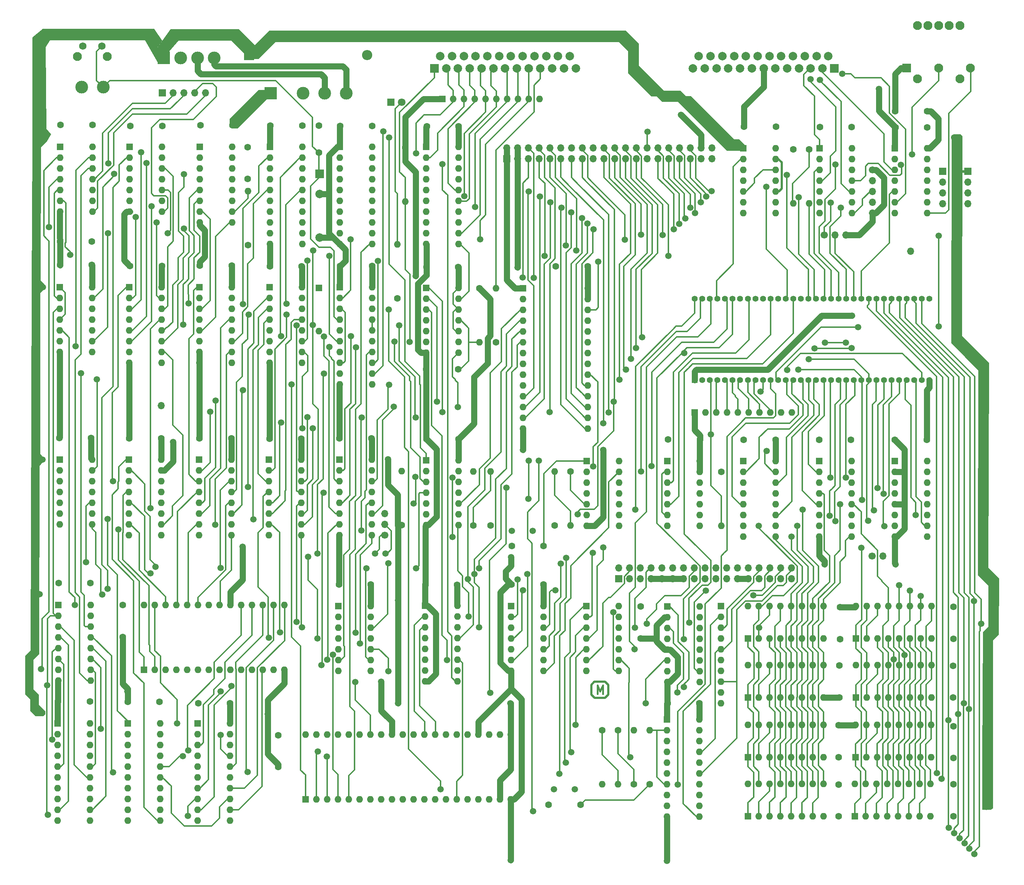
<source format=gbr>
%TF.GenerationSoftware,KiCad,Pcbnew,8.0.1*%
%TF.CreationDate,2024-04-12T12:19:04+01:00*%
%TF.ProjectId,TIM-011B,54494d2d-3031-4314-922e-6b696361645f,rev?*%
%TF.SameCoordinates,Original*%
%TF.FileFunction,Copper,L1,Top*%
%TF.FilePolarity,Positive*%
%FSLAX46Y46*%
G04 Gerber Fmt 4.6, Leading zero omitted, Abs format (unit mm)*
G04 Created by KiCad (PCBNEW 8.0.1) date 2024-04-12 12:19:04*
%MOMM*%
%LPD*%
G01*
G04 APERTURE LIST*
%TA.AperFunction,NonConductor*%
%ADD10C,0.500000*%
%TD*%
%ADD11C,0.400000*%
%TA.AperFunction,NonConductor*%
%ADD12C,0.400000*%
%TD*%
%TA.AperFunction,ComponentPad*%
%ADD13R,1.600000X1.600000*%
%TD*%
%TA.AperFunction,ComponentPad*%
%ADD14O,1.600000X1.600000*%
%TD*%
%TA.AperFunction,ComponentPad*%
%ADD15C,1.600000*%
%TD*%
%TA.AperFunction,ComponentPad*%
%ADD16C,1.700000*%
%TD*%
%TA.AperFunction,ComponentPad*%
%ADD17O,1.700000X1.700000*%
%TD*%
%TA.AperFunction,ComponentPad*%
%ADD18R,1.700000X1.700000*%
%TD*%
%TA.AperFunction,ComponentPad*%
%ADD19R,2.400000X2.400000*%
%TD*%
%TA.AperFunction,ComponentPad*%
%ADD20O,2.400000X2.400000*%
%TD*%
%TA.AperFunction,ComponentPad*%
%ADD21R,3.000000X3.000000*%
%TD*%
%TA.AperFunction,ComponentPad*%
%ADD22C,3.000000*%
%TD*%
%TA.AperFunction,ComponentPad*%
%ADD23C,2.100000*%
%TD*%
%TA.AperFunction,ComponentPad*%
%ADD24C,1.750000*%
%TD*%
%TA.AperFunction,ComponentPad*%
%ADD25R,2.000000X2.000000*%
%TD*%
%TA.AperFunction,ComponentPad*%
%ADD26C,2.000000*%
%TD*%
%TA.AperFunction,ComponentPad*%
%ADD27C,1.500000*%
%TD*%
%TA.AperFunction,ComponentPad*%
%ADD28R,1.400000X1.400000*%
%TD*%
%TA.AperFunction,ComponentPad*%
%ADD29C,1.400000*%
%TD*%
%TA.AperFunction,ComponentPad*%
%ADD30R,1.800000X1.800000*%
%TD*%
%TA.AperFunction,ComponentPad*%
%ADD31C,1.800000*%
%TD*%
%TA.AperFunction,ComponentPad*%
%ADD32R,2.100000X2.100000*%
%TD*%
%TA.AperFunction,ViaPad*%
%ADD33C,1.500000*%
%TD*%
%TA.AperFunction,Conductor*%
%ADD34C,1.400000*%
%TD*%
%TA.AperFunction,Conductor*%
%ADD35C,0.300000*%
%TD*%
%TA.AperFunction,Conductor*%
%ADD36C,1.300000*%
%TD*%
%TA.AperFunction,Conductor*%
%ADD37C,0.600000*%
%TD*%
%TA.AperFunction,Conductor*%
%ADD38C,0.500000*%
%TD*%
G04 APERTURE END LIST*
D10*
X227650000Y-193830000D02*
X226920000Y-193100000D01*
X228890000Y-193830000D02*
X227650000Y-193830000D01*
X228890000Y-193830000D02*
X230130000Y-193830000D01*
X230130000Y-193830000D02*
X230860000Y-193100000D01*
X230860000Y-190760000D02*
X230160000Y-190060000D01*
X226920000Y-193100000D02*
X226920000Y-190760000D01*
X227620000Y-190060000D02*
X230160000Y-190060000D01*
X230860000Y-193100000D02*
X230860000Y-190760000D01*
X226920000Y-190760000D02*
X227620000Y-190060000D01*
D11*
D12*
X228299347Y-192914438D02*
X228299347Y-190914438D01*
X228299347Y-190914438D02*
X228966014Y-192343009D01*
X228966014Y-192343009D02*
X229632680Y-190914438D01*
X229632680Y-190914438D02*
X229632680Y-192914438D01*
D13*
%TO.P,U38,1,A8*%
%TO.N,/RAM/MA8*%
X263770000Y-193785000D03*
D14*
%TO.P,U38,2,D*%
%TO.N,/CPU/D2*%
X266310000Y-193785000D03*
%TO.P,U38,3,~{W}*%
%TO.N,~{WR}*%
X268850000Y-193785000D03*
%TO.P,U38,4,~{RAS}*%
%TO.N,~{ME}*%
X271390000Y-193785000D03*
%TO.P,U38,5,A0*%
%TO.N,/RAM/MA0*%
X273930000Y-193785000D03*
%TO.P,U38,6,A2*%
%TO.N,/RAM/MA2*%
X276470000Y-193785000D03*
%TO.P,U38,7,A1*%
%TO.N,/RAM/MA1*%
X279010000Y-193785000D03*
%TO.P,U38,8,VCC*%
%TO.N,+5V*%
X281550000Y-193785000D03*
%TO.P,U38,9,A7*%
%TO.N,/RAM/MA7*%
X281550000Y-186165000D03*
%TO.P,U38,10,A5*%
%TO.N,/RAM/MA5*%
X279010000Y-186165000D03*
%TO.P,U38,11,A4*%
%TO.N,/RAM/MA4*%
X276470000Y-186165000D03*
%TO.P,U38,12,A3*%
%TO.N,/RAM/MA3*%
X273930000Y-186165000D03*
%TO.P,U38,13,A6*%
%TO.N,/RAM/MA6*%
X271390000Y-186165000D03*
%TO.P,U38,14,Q*%
%TO.N,/CPU/D2*%
X268850000Y-186165000D03*
%TO.P,U38,15,~{CAS}*%
%TO.N,~{CAS}*%
X266310000Y-186165000D03*
%TO.P,U38,16,VSS*%
%TO.N,GND*%
X263770000Y-186165000D03*
%TD*%
D13*
%TO.P,U34,1*%
%TO.N,Net-(U43-WDOUT)*%
X225740000Y-172280000D03*
D14*
%TO.P,U34,2*%
%TO.N,fWDATA*%
X225740000Y-174820000D03*
%TO.P,U34,3*%
%TO.N,Net-(U43-WE)*%
X225740000Y-177360000D03*
%TO.P,U34,4*%
%TO.N,fWGATE*%
X225740000Y-179900000D03*
%TO.P,U34,5*%
%TO.N,Net-(U43-HDL)*%
X225740000Y-182440000D03*
%TO.P,U34,6*%
%TO.N,fINUSE*%
X225740000Y-184980000D03*
%TO.P,U34,7,GND*%
%TO.N,GND*%
X225740000Y-187520000D03*
%TO.P,U34,8*%
%TO.N,fSIDE1*%
X233360000Y-187520000D03*
%TO.P,U34,9*%
%TO.N,Net-(U43-SIDE)*%
X233360000Y-184980000D03*
%TO.P,U34,10*%
%TO.N,unconnected-(U34-Pad10)*%
X233360000Y-182440000D03*
%TO.P,U34,11*%
%TO.N,unconnected-(U34-Pad11)*%
X233360000Y-179900000D03*
%TO.P,U34,12*%
%TO.N,fMOTOR1*%
X233360000Y-177360000D03*
%TO.P,U34,13*%
%TO.N,TXS*%
X233360000Y-174820000D03*
%TO.P,U34,14,VCC*%
%TO.N,+5V*%
X233360000Y-172280000D03*
%TD*%
D15*
%TO.P,R15,1*%
%TO.N,Net-(R14-Pad1)*%
X236890000Y-214170000D03*
D14*
%TO.P,R15,2*%
%TO.N,Net-(R15-Pad2)*%
X236890000Y-201470000D03*
%TD*%
D13*
%TO.P,U7,1,~{R}*%
%TO.N,+5V*%
X262640000Y-64520000D03*
D14*
%TO.P,U7,2,D*%
%TO.N,~{LIR}*%
X262640000Y-67060000D03*
%TO.P,U7,3,C*%
%TO.N,FI*%
X262640000Y-69600000D03*
%TO.P,U7,4,~{S}*%
%TO.N,Net-(U7A-~{S})*%
X262640000Y-72140000D03*
%TO.P,U7,5,Q*%
%TO.N,Net-(U7A-Q)*%
X262640000Y-74680000D03*
%TO.P,U7,6,~{Q}*%
%TO.N,unconnected-(U7A-~{Q}-Pad6)*%
X262640000Y-77220000D03*
%TO.P,U7,7,GND*%
%TO.N,GND*%
X262640000Y-79760000D03*
%TO.P,U7,8,~{Q}*%
%TO.N,unconnected-(U7B-~{Q}-Pad8)*%
X270260000Y-79760000D03*
%TO.P,U7,9,Q*%
%TO.N,Net-(U7A-~{S})*%
X270260000Y-77220000D03*
%TO.P,U7,10,~{S}*%
%TO.N,+5V*%
X270260000Y-74680000D03*
%TO.P,U7,11,C*%
%TO.N,FI*%
X270260000Y-72140000D03*
%TO.P,U7,12,D*%
%TO.N,Net-(U7A-Q)*%
X270260000Y-69600000D03*
%TO.P,U7,13,~{R}*%
%TO.N,+5V*%
X270260000Y-67060000D03*
%TO.P,U7,14,VCC*%
X270260000Y-64520000D03*
%TD*%
D16*
%TO.P,JMP1,1,Pin_1*%
%TO.N,Net-(JMP1-Pin_1)*%
X281720000Y-84930000D03*
D17*
%TO.P,JMP1,2,Pin_2*%
%TO.N,~{CTS0}*%
X284260000Y-84930000D03*
%TO.P,JMP1,3,Pin_3*%
%TO.N,GND*%
X286800000Y-84930000D03*
%TD*%
D13*
%TO.P,U11,1,S2*%
%TO.N,Net-(U11-S2)*%
X118210000Y-97230000D03*
D14*
%TO.P,U11,2,B2*%
%TO.N,Net-(U11-B2)*%
X118210000Y-99770000D03*
%TO.P,U11,3,A2*%
%TO.N,Net-(U10B-C)*%
X118210000Y-102310000D03*
%TO.P,U11,4,S1*%
%TO.N,Net-(U11-S1)*%
X118210000Y-104850000D03*
%TO.P,U11,5,A1*%
%TO.N,Net-(U11-A1)*%
X118210000Y-107390000D03*
%TO.P,U11,6,B1*%
%TO.N,Net-(U11-B1)*%
X118210000Y-109930000D03*
%TO.P,U11,7,C0*%
%TO.N,Net-(U11-C0)*%
X118210000Y-112470000D03*
%TO.P,U11,8,GND*%
%TO.N,GND*%
X118210000Y-115010000D03*
%TO.P,U11,9,C4*%
%TO.N,unconnected-(U11-C4-Pad9)*%
X125830000Y-115010000D03*
%TO.P,U11,10,S4*%
%TO.N,Net-(U11-S4)*%
X125830000Y-112470000D03*
%TO.P,U11,11,B4*%
%TO.N,Net-(U11-B4)*%
X125830000Y-109930000D03*
%TO.P,U11,12,A4*%
%TO.N,Net-(U11-A4)*%
X125830000Y-107390000D03*
%TO.P,U11,13,S3*%
%TO.N,Net-(U11-S3)*%
X125830000Y-104850000D03*
%TO.P,U11,14,A3*%
%TO.N,Net-(U11-A3)*%
X125830000Y-102310000D03*
%TO.P,U11,15,B3*%
%TO.N,Net-(U11-B3)*%
X125830000Y-99770000D03*
%TO.P,U11,16,VCC*%
%TO.N,+5V*%
X125830000Y-97230000D03*
%TD*%
D15*
%TO.P,C30,1*%
%TO.N,+5V*%
X215640000Y-167180000D03*
%TO.P,C30,2*%
%TO.N,GND*%
X208140000Y-167180000D03*
%TD*%
%TO.P,C7,1*%
%TO.N,Net-(C7-Pad1)*%
X216850000Y-218990000D03*
%TO.P,C7,2*%
%TO.N,Net-(C7-Pad2)*%
X224350000Y-218990000D03*
%TD*%
D13*
%TO.P,U20,1,S*%
%TO.N,~{VIDCLK}*%
X134580000Y-137750000D03*
D14*
%TO.P,U20,2,I0a*%
%TO.N,/Addressing/A1*%
X134580000Y-140290000D03*
%TO.P,U20,3,I1a*%
%TO.N,Net-(U12-S2)*%
X134580000Y-142830000D03*
%TO.P,U20,4,Za*%
%TO.N,/Video/VA8*%
X134580000Y-145370000D03*
%TO.P,U20,5,I0b*%
%TO.N,/Addressing/A2*%
X134580000Y-147910000D03*
%TO.P,U20,6,I1b*%
%TO.N,Net-(U12-S3)*%
X134580000Y-150450000D03*
%TO.P,U20,7,Zb*%
%TO.N,/Video/VA9*%
X134580000Y-152990000D03*
%TO.P,U20,8,GND*%
%TO.N,GND*%
X134580000Y-155530000D03*
%TO.P,U20,9,Zc*%
%TO.N,/Video/VA10*%
X142200000Y-155530000D03*
%TO.P,U20,10,I1c*%
%TO.N,Net-(U12-S4)*%
X142200000Y-152990000D03*
%TO.P,U20,11,I0c*%
%TO.N,/Addressing/A3*%
X142200000Y-150450000D03*
%TO.P,U20,12,Zd*%
%TO.N,/Video/VA11*%
X142200000Y-147910000D03*
%TO.P,U20,13,I1d*%
%TO.N,Net-(U11-S1)*%
X142200000Y-145370000D03*
%TO.P,U20,14,I0d*%
%TO.N,/Addressing/A4*%
X142200000Y-142830000D03*
%TO.P,U20,15,E*%
%TO.N,GND*%
X142200000Y-140290000D03*
%TO.P,U20,16,VCC*%
%TO.N,+5V*%
X142200000Y-137750000D03*
%TD*%
D13*
%TO.P,U37,1,A8*%
%TO.N,/RAM/MA8*%
X289130000Y-179910000D03*
D14*
%TO.P,U37,2,D*%
%TO.N,/CPU/D1*%
X291670000Y-179910000D03*
%TO.P,U37,3,~{W}*%
%TO.N,~{WR}*%
X294210000Y-179910000D03*
%TO.P,U37,4,~{RAS}*%
%TO.N,~{ME}*%
X296750000Y-179910000D03*
%TO.P,U37,5,A0*%
%TO.N,/RAM/MA0*%
X299290000Y-179910000D03*
%TO.P,U37,6,A2*%
%TO.N,/RAM/MA2*%
X301830000Y-179910000D03*
%TO.P,U37,7,A1*%
%TO.N,/RAM/MA1*%
X304370000Y-179910000D03*
%TO.P,U37,8,VCC*%
%TO.N,+5V*%
X306910000Y-179910000D03*
%TO.P,U37,9,A7*%
%TO.N,/RAM/MA7*%
X306910000Y-172290000D03*
%TO.P,U37,10,A5*%
%TO.N,/RAM/MA5*%
X304370000Y-172290000D03*
%TO.P,U37,11,A4*%
%TO.N,/RAM/MA4*%
X301830000Y-172290000D03*
%TO.P,U37,12,A3*%
%TO.N,/RAM/MA3*%
X299290000Y-172290000D03*
%TO.P,U37,13,A6*%
%TO.N,/RAM/MA6*%
X296750000Y-172290000D03*
%TO.P,U37,14,Q*%
%TO.N,/CPU/D1*%
X294210000Y-172290000D03*
%TO.P,U37,15,~{CAS}*%
%TO.N,~{CAS}*%
X291670000Y-172290000D03*
%TO.P,U37,16,VSS*%
%TO.N,GND*%
X289130000Y-172290000D03*
%TD*%
D13*
%TO.P,U23,1*%
%TO.N,Net-(U7A-Q)*%
X188020000Y-137990000D03*
D14*
%TO.P,U23,2*%
%TO.N,Net-(R7-Pad2)*%
X188020000Y-140530000D03*
%TO.P,U23,3*%
%TO.N,Net-(U14-Pad15)*%
X188020000Y-143070000D03*
%TO.P,U23,4*%
%TO.N,/Addressing/A4*%
X188020000Y-145610000D03*
%TO.P,U23,5*%
%TO.N,~{INT0}*%
X188020000Y-148150000D03*
%TO.P,U23,6*%
%TO.N,Net-(JMP3-Pin_3)*%
X188020000Y-150690000D03*
%TO.P,U23,7,GND*%
%TO.N,GND*%
X188020000Y-153230000D03*
%TO.P,U23,8*%
%TO.N,Net-(U23-Pad8)*%
X195640000Y-153230000D03*
%TO.P,U23,9*%
%TO.N,IOE*%
X195640000Y-150690000D03*
%TO.P,U23,10*%
%TO.N,/Addressing/A7*%
X195640000Y-148150000D03*
%TO.P,U23,11*%
%TO.N,Net-(U25B-D)*%
X195640000Y-145610000D03*
%TO.P,U23,12*%
%TO.N,~{REF}*%
X195640000Y-143070000D03*
%TO.P,U23,13*%
%TO.N,/Addressing/A18*%
X195640000Y-140530000D03*
%TO.P,U23,14,VCC*%
%TO.N,+5V*%
X195640000Y-137990000D03*
%TD*%
D13*
%TO.P,U47,1,A8*%
%TO.N,/RAM/MA8*%
X263770000Y-221705000D03*
D14*
%TO.P,U47,2,D*%
%TO.N,/CPU/D7*%
X266310000Y-221705000D03*
%TO.P,U47,3,~{W}*%
%TO.N,~{WR}*%
X268850000Y-221705000D03*
%TO.P,U47,4,~{RAS}*%
%TO.N,~{ME}*%
X271390000Y-221705000D03*
%TO.P,U47,5,A0*%
%TO.N,/RAM/MA0*%
X273930000Y-221705000D03*
%TO.P,U47,6,A2*%
%TO.N,/RAM/MA2*%
X276470000Y-221705000D03*
%TO.P,U47,7,A1*%
%TO.N,/RAM/MA1*%
X279010000Y-221705000D03*
%TO.P,U47,8,VCC*%
%TO.N,+5V*%
X281550000Y-221705000D03*
%TO.P,U47,9,A7*%
%TO.N,/RAM/MA7*%
X281550000Y-214085000D03*
%TO.P,U47,10,A5*%
%TO.N,/RAM/MA5*%
X279010000Y-214085000D03*
%TO.P,U47,11,A4*%
%TO.N,/RAM/MA4*%
X276470000Y-214085000D03*
%TO.P,U47,12,A3*%
%TO.N,/RAM/MA3*%
X273930000Y-214085000D03*
%TO.P,U47,13,A6*%
%TO.N,/RAM/MA6*%
X271390000Y-214085000D03*
%TO.P,U47,14,Q*%
%TO.N,/CPU/D7*%
X268850000Y-214085000D03*
%TO.P,U47,15,~{CAS}*%
%TO.N,~{CAS}*%
X266310000Y-214085000D03*
%TO.P,U47,16,VSS*%
%TO.N,GND*%
X263770000Y-214085000D03*
%TD*%
D15*
%TO.P,C9,1*%
%TO.N,GND*%
X305910000Y-59610000D03*
%TO.P,C9,2*%
%TO.N,-12V*%
X298410000Y-59610000D03*
%TD*%
D13*
%TO.P,U48,1,A8*%
%TO.N,/RAM/MA8*%
X288910000Y-221680000D03*
D14*
%TO.P,U48,2,D*%
%TO.N,/CPU/D6*%
X291450000Y-221680000D03*
%TO.P,U48,3,~{W}*%
%TO.N,~{WR}*%
X293990000Y-221680000D03*
%TO.P,U48,4,~{RAS}*%
%TO.N,~{ME}*%
X296530000Y-221680000D03*
%TO.P,U48,5,A0*%
%TO.N,/RAM/MA0*%
X299070000Y-221680000D03*
%TO.P,U48,6,A2*%
%TO.N,/RAM/MA2*%
X301610000Y-221680000D03*
%TO.P,U48,7,A1*%
%TO.N,/RAM/MA1*%
X304150000Y-221680000D03*
%TO.P,U48,8,VCC*%
%TO.N,+5V*%
X306690000Y-221680000D03*
%TO.P,U48,9,A7*%
%TO.N,/RAM/MA7*%
X306690000Y-214060000D03*
%TO.P,U48,10,A5*%
%TO.N,/RAM/MA5*%
X304150000Y-214060000D03*
%TO.P,U48,11,A4*%
%TO.N,/RAM/MA4*%
X301610000Y-214060000D03*
%TO.P,U48,12,A3*%
%TO.N,/RAM/MA3*%
X299070000Y-214060000D03*
%TO.P,U48,13,A6*%
%TO.N,/RAM/MA6*%
X296530000Y-214060000D03*
%TO.P,U48,14,Q*%
%TO.N,/CPU/D6*%
X293990000Y-214060000D03*
%TO.P,U48,15,~{CAS}*%
%TO.N,~{CAS}*%
X291450000Y-214060000D03*
%TO.P,U48,16,VSS*%
%TO.N,GND*%
X288910000Y-214060000D03*
%TD*%
D15*
%TO.P,C40,1*%
%TO.N,+5V*%
X175300000Y-59270000D03*
%TO.P,C40,2*%
%TO.N,GND*%
X167800000Y-59270000D03*
%TD*%
%TO.P,C29,1*%
%TO.N,+5V*%
X125940000Y-59310000D03*
%TO.P,C29,2*%
%TO.N,GND*%
X118440000Y-59310000D03*
%TD*%
D18*
%TO.P,P3,1,Pin_1*%
%TO.N,+5V*%
X207000000Y-66970000D03*
D17*
%TO.P,P3,2,Pin_2*%
X207000000Y-64430000D03*
%TO.P,P3,3,Pin_3*%
%TO.N,GND*%
X209540000Y-66970000D03*
%TO.P,P3,4,Pin_4*%
X209540000Y-64430000D03*
%TO.P,P3,5,Pin_5*%
%TO.N,~{RD}*%
X212080000Y-66970000D03*
%TO.P,P3,6,Pin_6*%
%TO.N,FI*%
X212080000Y-64430000D03*
%TO.P,P3,7,Pin_7*%
%TO.N,~{WR}*%
X214620000Y-66970000D03*
%TO.P,P3,8,Pin_8*%
%TO.N,~{RESET}*%
X214620000Y-64430000D03*
%TO.P,P3,9,Pin_9*%
%TO.N,E*%
X217160000Y-66970000D03*
%TO.P,P3,10,Pin_10*%
%TO.N,~{LIR}*%
X217160000Y-64430000D03*
%TO.P,P3,11,Pin_11*%
%TO.N,~{NMI}*%
X219700000Y-66970000D03*
%TO.P,P3,12,Pin_12*%
%TO.N,EXPSEL_O*%
X219700000Y-64430000D03*
%TO.P,P3,13,Pin_13*%
%TO.N,~{WAIT}*%
X222240000Y-66970000D03*
%TO.P,P3,14,Pin_14*%
%TO.N,unconnected-(P3-Pin_14-Pad14)*%
X222240000Y-64430000D03*
%TO.P,P3,15,Pin_15*%
%TO.N,~{INT0}*%
X224780000Y-66970000D03*
%TO.P,P3,16,Pin_16*%
%TO.N,~{HALT}*%
X224780000Y-64430000D03*
%TO.P,P3,17,Pin_17*%
%TO.N,ST*%
X227320000Y-66970000D03*
%TO.P,P3,18,Pin_18*%
%TO.N,unconnected-(P3-Pin_18-Pad18)*%
X227320000Y-64430000D03*
%TO.P,P3,19,Pin_19*%
%TO.N,/Addressing/A0*%
X229860000Y-66970000D03*
%TO.P,P3,20,Pin_20*%
%TO.N,/Addressing/A1*%
X229860000Y-64430000D03*
%TO.P,P3,21,Pin_21*%
%TO.N,~{TEND0}*%
X232400000Y-66970000D03*
%TO.P,P3,22,Pin_22*%
%TO.N,/Addressing/A2*%
X232400000Y-64430000D03*
%TO.P,P3,23,Pin_23*%
%TO.N,/Addressing/A3*%
X234940000Y-66970000D03*
%TO.P,P3,24,Pin_24*%
%TO.N,/Addressing/A4*%
X234940000Y-64430000D03*
%TO.P,P3,25,Pin_25*%
%TO.N,~{DREQ0}*%
X237480000Y-66970000D03*
%TO.P,P3,26,Pin_26*%
%TO.N,~{IOE}*%
X237480000Y-64430000D03*
%TO.P,P3,27,Pin_27*%
%TO.N,unconnected-(P3-Pin_27-Pad27)*%
X240020000Y-66970000D03*
%TO.P,P3,28,Pin_28*%
%TO.N,RESET*%
X240020000Y-64430000D03*
%TO.P,P3,29,Pin_29*%
%TO.N,/CPU/D7*%
X242560000Y-66970000D03*
%TO.P,P3,30,Pin_30*%
%TO.N,/CPU/D6*%
X242560000Y-64430000D03*
%TO.P,P3,31,Pin_31*%
%TO.N,/CPU/D5*%
X245100000Y-66970000D03*
%TO.P,P3,32,Pin_32*%
%TO.N,/CPU/D3*%
X245100000Y-64430000D03*
%TO.P,P3,33,Pin_33*%
%TO.N,/CPU/D4*%
X247640000Y-66970000D03*
%TO.P,P3,34,Pin_34*%
%TO.N,/CPU/D2*%
X247640000Y-64430000D03*
%TO.P,P3,35,Pin_35*%
%TO.N,/CPU/D1*%
X250180000Y-66970000D03*
%TO.P,P3,36,Pin_36*%
%TO.N,/CPU/D0*%
X250180000Y-64430000D03*
%TO.P,P3,37,Pin_37*%
%TO.N,GND*%
X252720000Y-66970000D03*
%TO.P,P3,38,Pin_38*%
X252720000Y-64430000D03*
%TO.P,P3,39,Pin_39*%
%TO.N,unconnected-(P3-Pin_39-Pad39)*%
X255260000Y-66970000D03*
%TO.P,P3,40,Pin_40*%
%TO.N,unconnected-(P3-Pin_40-Pad40)*%
X255260000Y-64430000D03*
%TD*%
D15*
%TO.P,C51,1*%
%TO.N,+5V*%
X287980000Y-133120000D03*
%TO.P,C51,2*%
%TO.N,GND*%
X280480000Y-133120000D03*
%TD*%
%TO.P,CX1,1*%
%TO.N,Net-(U13-MR)*%
X109414000Y-86487000D03*
%TO.P,CX1,2*%
%TO.N,GND*%
X101914000Y-86487000D03*
%TD*%
D19*
%TO.P,C1,1*%
%TO.N,+5V*%
X146380000Y-42610000D03*
X174160000Y-38030000D03*
D20*
%TO.P,C1,2*%
%TO.N,GND*%
X174160000Y-42610000D03*
%TD*%
D15*
%TO.P,R6,1*%
%TO.N,Net-(U15B-C)*%
X204490000Y-110220000D03*
D14*
%TO.P,R6,2*%
%TO.N,Net-(J1-Pad10)*%
X204490000Y-97520000D03*
%TD*%
D17*
%TO.P,,0,GND*%
%TO.N,N/C*%
X301990000Y-88780000D03*
%TD*%
D21*
%TO.P,P2,1,Pin_1*%
%TO.N,+5V*%
X151450000Y-51620000D03*
D22*
%TO.P,P2,2,Pin_2*%
%TO.N,GND*%
X159070000Y-51620000D03*
%TO.P,P2,3,Pin_3*%
%TO.N,-12V*%
X164160000Y-51630000D03*
%TO.P,P2,4,Pin_4*%
%TO.N,+12V*%
X169240000Y-51630000D03*
%TD*%
D18*
%TO.P,J5,1,Pin_1*%
%TO.N,+5V*%
X315500000Y-69945000D03*
D17*
%TO.P,J5,2,Pin_2*%
%TO.N,TX1*%
X315500000Y-72485000D03*
%TO.P,J5,3,Pin_3*%
%TO.N,RX1*%
X315500000Y-75025000D03*
%TO.P,J5,4,Pin_4*%
%TO.N,GND*%
X315500000Y-77565000D03*
%TD*%
D15*
%TO.P,C46,1*%
%TO.N,+5V*%
X285050000Y-207810000D03*
%TO.P,C46,2*%
%TO.N,GND*%
X285050000Y-200310000D03*
%TD*%
D23*
%TO.P,T2,*%
%TO.N,*%
X105990000Y-43000000D03*
X113000000Y-43000000D03*
D24*
%TO.P,T2,1,Pin_1*%
%TO.N,GND*%
X107240000Y-40510000D03*
%TO.P,T2,2,Pin_2*%
%TO.N,Net-(D1-A)*%
X111740000Y-40510000D03*
%TD*%
D13*
%TO.P,U1,1*%
%TO.N,CLK*%
X101920000Y-64240000D03*
D14*
%TO.P,U1,2*%
%TO.N,Net-(U29-Za)*%
X101920000Y-66780000D03*
%TO.P,U1,3*%
%TO.N,VID2*%
X101920000Y-69320000D03*
%TO.P,U1,4*%
%TO.N,Net-(U13-Q8)*%
X101920000Y-71860000D03*
%TO.P,U1,5*%
%TO.N,Net-(U10A-D)*%
X101920000Y-74400000D03*
%TO.P,U1,6*%
%TO.N,Net-(U13-MR)*%
X101920000Y-76940000D03*
%TO.P,U1,7,GND*%
%TO.N,GND*%
X101920000Y-79480000D03*
%TO.P,U1,8*%
%TO.N,HSYNC*%
X109540000Y-79480000D03*
%TO.P,U1,9*%
%TO.N,Net-(U10A-D)*%
X109540000Y-76940000D03*
%TO.P,U1,10*%
X109540000Y-74400000D03*
%TO.P,U1,11*%
%TO.N,VID1*%
X109540000Y-71860000D03*
%TO.P,U1,12*%
%TO.N,Net-(U29-Zb)*%
X109540000Y-69320000D03*
%TO.P,U1,13*%
%TO.N,CLK*%
X109540000Y-66780000D03*
%TO.P,U1,14,VCC*%
%TO.N,+5V*%
X109540000Y-64240000D03*
%TD*%
D18*
%TO.P,J4,1,Pin_1*%
%TO.N,+5V*%
X309500000Y-69945000D03*
D17*
%TO.P,J4,2,Pin_2*%
%TO.N,TX0*%
X309500000Y-72485000D03*
%TO.P,J4,3,Pin_3*%
%TO.N,RX0*%
X309500000Y-75025000D03*
%TO.P,J4,4,Pin_4*%
%TO.N,GND*%
X309500000Y-77565000D03*
%TD*%
D16*
%TO.P,JMP2,1,Pin_1*%
%TO.N,GND*%
X293060000Y-69640000D03*
D17*
%TO.P,JMP2,2,Pin_2*%
%TO.N,~{CTS1}*%
X293060000Y-72180000D03*
%TO.P,JMP2,3,Pin_3*%
%TO.N,Net-(JMP2-Pin_3)*%
X293060000Y-74720000D03*
%TO.P,JMP2,4,Pin_4*%
%TO.N,~{DCD0}*%
X293060000Y-77260000D03*
%TO.P,JMP2,5,Pin_5*%
%TO.N,GND*%
X293060000Y-79800000D03*
%TD*%
D13*
%TO.P,U28,1,S*%
%TO.N,E*%
X298250000Y-138090000D03*
D14*
%TO.P,U28,2,I0a*%
%TO.N,GND*%
X298250000Y-140630000D03*
%TO.P,U28,3,I1a*%
X298250000Y-143170000D03*
%TO.P,U28,4,Za*%
%TO.N,unconnected-(U28-Za-Pad4)*%
X298250000Y-145710000D03*
%TO.P,U28,5,I0b*%
%TO.N,GND*%
X298250000Y-148250000D03*
%TO.P,U28,6,I1b*%
X298250000Y-150790000D03*
%TO.P,U28,7,Zb*%
%TO.N,unconnected-(U28-Zb-Pad7)*%
X298250000Y-153330000D03*
%TO.P,U28,8,GND*%
%TO.N,GND*%
X298250000Y-155870000D03*
%TO.P,U28,9,Zc*%
%TO.N,/RAM/MA8*%
X305870000Y-155870000D03*
%TO.P,U28,10,I1c*%
%TO.N,/Addressing/A17*%
X305870000Y-153330000D03*
%TO.P,U28,11,I0c*%
%TO.N,/Addressing/A16*%
X305870000Y-150790000D03*
%TO.P,U28,12,Zd*%
%TO.N,unconnected-(U28-Zd-Pad12)*%
X305870000Y-148250000D03*
%TO.P,U28,13,I1d*%
%TO.N,GND*%
X305870000Y-145710000D03*
%TO.P,U28,14,I0d*%
X305870000Y-143170000D03*
%TO.P,U28,15,E*%
X305870000Y-140630000D03*
%TO.P,U28,16,VCC*%
%TO.N,+5V*%
X305870000Y-138090000D03*
%TD*%
D15*
%TO.P,C6,1*%
%TO.N,Net-(C6-Pad1)*%
X215670000Y-158110000D03*
%TO.P,C6,2*%
%TO.N,Net-(C6-Pad2)*%
X208170000Y-158110000D03*
%TD*%
D13*
%TO.P,U29,1,Ea*%
%TO.N,Net-(U29-Ea)*%
X101480000Y-171970000D03*
D14*
%TO.P,U29,2,S1*%
%TO.N,VIDCLK*%
X101480000Y-174510000D03*
%TO.P,U29,3,I3a*%
%TO.N,Net-(U29-I3a)*%
X101480000Y-177050000D03*
%TO.P,U29,4,I2a*%
%TO.N,Net-(U29-I2a)*%
X101480000Y-179590000D03*
%TO.P,U29,5,I1a*%
%TO.N,Net-(U29-I1a)*%
X101480000Y-182130000D03*
%TO.P,U29,6,I0a*%
%TO.N,Net-(U29-I0a)*%
X101480000Y-184670000D03*
%TO.P,U29,7,Za*%
%TO.N,Net-(U29-Za)*%
X101480000Y-187210000D03*
%TO.P,U29,8,GND*%
%TO.N,GND*%
X101480000Y-189750000D03*
%TO.P,U29,9,Zb*%
%TO.N,Net-(U29-Zb)*%
X109100000Y-189750000D03*
%TO.P,U29,10,I0b*%
%TO.N,Net-(U29-I0b)*%
X109100000Y-187210000D03*
%TO.P,U29,11,I1b*%
%TO.N,Net-(U29-I1b)*%
X109100000Y-184670000D03*
%TO.P,U29,12,I2b*%
%TO.N,Net-(U29-I2b)*%
X109100000Y-182130000D03*
%TO.P,U29,13,I3b*%
%TO.N,Net-(U29-I3b)*%
X109100000Y-179590000D03*
%TO.P,U29,14,S0*%
%TO.N,VIDCLK2*%
X109100000Y-177050000D03*
%TO.P,U29,15,Eb*%
%TO.N,Net-(U29-Ea)*%
X109100000Y-174510000D03*
%TO.P,U29,16,VCC*%
%TO.N,+5V*%
X109100000Y-171970000D03*
%TD*%
D15*
%TO.P,R3,1*%
%TO.N,Net-(U7A-Q)*%
X274380000Y-64780000D03*
D14*
%TO.P,R3,2*%
%TO.N,+5V*%
X274380000Y-77480000D03*
%TD*%
D13*
%TO.P,U2,1*%
%TO.N,Net-(U3-Q8)*%
X118310000Y-64220000D03*
D14*
%TO.P,U2,2*%
X118310000Y-66760000D03*
%TO.P,U2,3*%
%TO.N,Net-(U10B-D)*%
X118310000Y-69300000D03*
%TO.P,U2,4*%
%TO.N,unconnected-(U2-Pad4)*%
X118310000Y-71840000D03*
%TO.P,U2,5*%
%TO.N,unconnected-(U2-Pad5)*%
X118310000Y-74380000D03*
%TO.P,U2,6*%
%TO.N,unconnected-(U2-Pad6)*%
X118310000Y-76920000D03*
%TO.P,U2,7,GND*%
%TO.N,GND*%
X118310000Y-79460000D03*
%TO.P,U2,8*%
%TO.N,VSYNC*%
X125930000Y-79460000D03*
%TO.P,U2,9*%
%TO.N,Net-(U10B-Q)*%
X125930000Y-76920000D03*
%TO.P,U2,10*%
X125930000Y-74380000D03*
%TO.P,U2,11*%
%TO.N,Net-(U3-MR)*%
X125930000Y-71840000D03*
%TO.P,U2,12*%
%TO.N,Net-(U11-A3)*%
X125930000Y-69300000D03*
%TO.P,U2,13*%
%TO.N,Net-(U3-Q8)*%
X125930000Y-66760000D03*
%TO.P,U2,14,VCC*%
%TO.N,+5V*%
X125930000Y-64220000D03*
%TD*%
D13*
%TO.P,U5,1,OE*%
%TO.N,GND*%
X167690000Y-64230000D03*
D14*
%TO.P,U5,2,O0*%
%TO.N,Net-(U4-D0)*%
X167690000Y-66770000D03*
%TO.P,U5,3,D0*%
%TO.N,/CPU/D1*%
X167690000Y-69310000D03*
%TO.P,U5,4,D1*%
%TO.N,/CPU/D3*%
X167690000Y-71850000D03*
%TO.P,U5,5,O1*%
%TO.N,Net-(U4-D1)*%
X167690000Y-74390000D03*
%TO.P,U5,6,O2*%
%TO.N,Net-(U4-D2)*%
X167690000Y-76930000D03*
%TO.P,U5,7,D2*%
%TO.N,/CPU/D5*%
X167690000Y-79470000D03*
%TO.P,U5,8,D3*%
%TO.N,/CPU/D7*%
X167690000Y-82010000D03*
%TO.P,U5,9,O3*%
%TO.N,Net-(U4-D3)*%
X167690000Y-84550000D03*
%TO.P,U5,10,GND*%
%TO.N,GND*%
X167690000Y-87090000D03*
%TO.P,U5,11,Cp*%
%TO.N,SCROLL_O*%
X175310000Y-87090000D03*
%TO.P,U5,12,O4*%
%TO.N,Net-(U4-D4)*%
X175310000Y-84550000D03*
%TO.P,U5,13,D4*%
%TO.N,/CPU/D6*%
X175310000Y-82010000D03*
%TO.P,U5,14,D5*%
%TO.N,/CPU/D4*%
X175310000Y-79470000D03*
%TO.P,U5,15,O5*%
%TO.N,Net-(U4-D5)*%
X175310000Y-76930000D03*
%TO.P,U5,16,O6*%
%TO.N,Net-(U4-D6)*%
X175310000Y-74390000D03*
%TO.P,U5,17,D6*%
%TO.N,/CPU/D2*%
X175310000Y-71850000D03*
%TO.P,U5,18,D7*%
%TO.N,/CPU/D0*%
X175310000Y-69310000D03*
%TO.P,U5,19,O7*%
%TO.N,Net-(U4-D7)*%
X175310000Y-66770000D03*
%TO.P,U5,20,VCC*%
%TO.N,+5V*%
X175310000Y-64230000D03*
%TD*%
D17*
%TO.P,,0,GND*%
%TO.N,N/C*%
X125730000Y-125095000D03*
%TD*%
D13*
%TO.P,U32,1,E*%
%TO.N,GND*%
X187770000Y-172160000D03*
D14*
%TO.P,U32,2,A0*%
%TO.N,Net-(U32A-A0)*%
X187770000Y-174700000D03*
%TO.P,U32,3,A1*%
%TO.N,Net-(U32A-A1)*%
X187770000Y-177240000D03*
%TO.P,U32,4,O0*%
%TO.N,Net-(U32A-O0)*%
X187770000Y-179780000D03*
%TO.P,U32,5,O1*%
%TO.N,Net-(U32A-O1)*%
X187770000Y-182320000D03*
%TO.P,U32,6,O2*%
%TO.N,Net-(U32A-O2)*%
X187770000Y-184860000D03*
%TO.P,U32,7,O3*%
%TO.N,Net-(U32A-O3)*%
X187770000Y-187400000D03*
%TO.P,U32,8,GND*%
%TO.N,GND*%
X187770000Y-189940000D03*
%TO.P,U32,9,O3*%
%TO.N,EXPSEL_O*%
X195390000Y-189940000D03*
%TO.P,U32,10,O2*%
%TO.N,Net-(U32B-O2)*%
X195390000Y-187400000D03*
%TO.P,U32,11,O1*%
%TO.N,FDCDMA_0*%
X195390000Y-184860000D03*
%TO.P,U32,12,O0*%
%TO.N,FDCSEL_0*%
X195390000Y-182320000D03*
%TO.P,U32,13,A1*%
%TO.N,/Addressing/A6*%
X195390000Y-179780000D03*
%TO.P,U32,14,A0*%
%TO.N,/Addressing/A5*%
X195390000Y-177240000D03*
%TO.P,U32,15,E*%
%TO.N,Net-(U32B-E)*%
X195390000Y-174700000D03*
%TO.P,U32,16,VCC*%
%TO.N,+5V*%
X195390000Y-172160000D03*
%TD*%
D13*
%TO.P,U15,1,~{R}*%
%TO.N,~{RESET}*%
X188050000Y-97402500D03*
D14*
%TO.P,U15,2,D*%
%TO.N,/Addressing/A0*%
X188050000Y-99942500D03*
%TO.P,U15,3,C*%
%TO.N,PRINT_O*%
X188050000Y-102482500D03*
%TO.P,U15,4,~{S}*%
%TO.N,+5V*%
X188050000Y-105022500D03*
%TO.P,U15,5,Q*%
%TO.N,unconnected-(U15A-Q-Pad5)*%
X188050000Y-107562500D03*
%TO.P,U15,6,~{Q}*%
%TO.N,Net-(U15A-~{Q})*%
X188050000Y-110102500D03*
%TO.P,U15,7,GND*%
%TO.N,GND*%
X188050000Y-112642500D03*
%TO.P,U15,8,~{Q}*%
%TO.N,~{INT1}*%
X195670000Y-112642500D03*
%TO.P,U15,9,Q*%
%TO.N,unconnected-(U15B-Q-Pad9)*%
X195670000Y-110102500D03*
%TO.P,U15,10,~{S}*%
%TO.N,+5V*%
X195670000Y-107562500D03*
%TO.P,U15,11,C*%
%TO.N,Net-(U15B-C)*%
X195670000Y-105022500D03*
%TO.P,U15,12,D*%
%TO.N,+5V*%
X195670000Y-102482500D03*
%TO.P,U15,13,~{R}*%
%TO.N,PRINT_O*%
X195670000Y-99942500D03*
%TO.P,U15,14,VCC*%
%TO.N,+5V*%
X195670000Y-97402500D03*
%TD*%
D16*
%TO.P,JMP3,1,Pin_1*%
%TO.N,Net-(JMP3-Pin_1)*%
X178308000Y-155575000D03*
D17*
%TO.P,JMP3,2,Pin_2*%
%TO.N,Net-(JMP3-Pin_2)*%
X178308000Y-153035000D03*
%TO.P,JMP3,3,Pin_3*%
%TO.N,Net-(JMP3-Pin_3)*%
X178308000Y-150495000D03*
%TD*%
D13*
%TO.P,U43,1,RST*%
%TO.N,RESET*%
X159640000Y-217750000D03*
D14*
%TO.P,U43,2,~{RD}*%
%TO.N,~{RD}*%
X162180000Y-217750000D03*
%TO.P,U43,3,~{WR}*%
%TO.N,~{WR}*%
X164720000Y-217750000D03*
%TO.P,U43,4,~{CS}*%
%TO.N,FDCSEL_0*%
X167260000Y-217750000D03*
%TO.P,U43,5,A0*%
%TO.N,/Addressing/A0*%
X169800000Y-217750000D03*
%TO.P,U43,6,DB0*%
%TO.N,/CPU/D0*%
X172340000Y-217750000D03*
%TO.P,U43,7,DB1*%
%TO.N,/CPU/D1*%
X174880000Y-217750000D03*
%TO.P,U43,8,DB2*%
%TO.N,/CPU/D2*%
X177420000Y-217750000D03*
%TO.P,U43,9,DB3*%
%TO.N,/CPU/D3*%
X179960000Y-217750000D03*
%TO.P,U43,10,DB4*%
%TO.N,/CPU/D4*%
X182500000Y-217750000D03*
%TO.P,U43,11,DB5*%
%TO.N,/CPU/D5*%
X185040000Y-217750000D03*
%TO.P,U43,12,DB6*%
%TO.N,/CPU/D6*%
X187580000Y-217750000D03*
%TO.P,U43,13,DB7*%
%TO.N,/CPU/D7*%
X190120000Y-217750000D03*
%TO.P,U43,14,DRQ*%
%TO.N,Net-(U25A-~{R})*%
X192660000Y-217750000D03*
%TO.P,U43,15,~{DACK}*%
%TO.N,FDCDMA_0*%
X195200000Y-217750000D03*
%TO.P,U43,16,TC*%
%TO.N,Net-(U43-TC)*%
X197740000Y-217750000D03*
%TO.P,U43,17,IDX*%
%TO.N,Net-(U43-IDX)*%
X200280000Y-217750000D03*
%TO.P,U43,18,INT*%
%TO.N,Net-(U43-INT)*%
X202820000Y-217750000D03*
%TO.P,U43,19,TEST*%
%TO.N,+5V*%
X205360000Y-217750000D03*
%TO.P,U43,20,VSS*%
%TO.N,GND*%
X207900000Y-217750000D03*
%TO.P,U43,21,MINI*%
%TO.N,+5V*%
X207900000Y-202510000D03*
%TO.P,U43,22,CLK*%
%TO.N,Net-(U43-CLK)*%
X205360000Y-202510000D03*
%TO.P,U43,23,~{DSKD}*%
%TO.N,Net-(U43-~{DSKD})*%
X202820000Y-202510000D03*
%TO.P,U43,24,P0*%
%TO.N,GND*%
X200280000Y-202510000D03*
%TO.P,U43,25,WE*%
%TO.N,Net-(U43-WE)*%
X197740000Y-202510000D03*
%TO.P,U43,26,MFM*%
%TO.N,unconnected-(U43-MFM-Pad26)*%
X195200000Y-202510000D03*
%TO.P,U43,27,SIDE*%
%TO.N,Net-(U43-SIDE)*%
X192660000Y-202510000D03*
%TO.P,U43,28,DS1*%
%TO.N,Net-(U32A-A1)*%
X190120000Y-202510000D03*
%TO.P,U43,29,DS0*%
%TO.N,Net-(U32A-A0)*%
X187580000Y-202510000D03*
%TO.P,U43,30,WDOUT*%
%TO.N,Net-(U43-WDOUT)*%
X185040000Y-202510000D03*
%TO.P,U43,31,P1*%
%TO.N,GND*%
X182500000Y-202510000D03*
%TO.P,U43,32,P2*%
X179960000Y-202510000D03*
%TO.P,U43,33,FLT/TR0*%
%TO.N,Net-(U35-Zd)*%
X177420000Y-202510000D03*
%TO.P,U43,34,WP/TS*%
%TO.N,Net-(U35-Zc)*%
X174880000Y-202510000D03*
%TO.P,U43,35,RDY*%
%TO.N,Net-(U43-RDY)*%
X172340000Y-202510000D03*
%TO.P,U43,36,HDL*%
%TO.N,Net-(U43-HDL)*%
X169800000Y-202510000D03*
%TO.P,U43,37,STEP*%
%TO.N,Net-(U35-I1b)*%
X167260000Y-202510000D03*
%TO.P,U43,38,LCT_DIR*%
%TO.N,Net-(U35-I1a)*%
X164720000Y-202510000D03*
%TO.P,U43,39,~{RW}_SEEK*%
%TO.N,Net-(U35-S)*%
X162180000Y-202510000D03*
%TO.P,U43,40,VCC*%
%TO.N,+5V*%
X159640000Y-202510000D03*
%TD*%
D25*
%TO.P,J1,1,1*%
%TO.N,Net-(U15A-~{Q})*%
X189985000Y-45720000D03*
D26*
%TO.P,J1,2,2*%
%TO.N,Net-(RP1-R1)*%
X192755000Y-45720000D03*
%TO.P,J1,3,3*%
%TO.N,Net-(RP1-R2)*%
X195525000Y-45720000D03*
%TO.P,J1,4,4*%
%TO.N,Net-(RP1-R3)*%
X198295000Y-45720000D03*
%TO.P,J1,5,5*%
%TO.N,Net-(RP1-R4)*%
X201065000Y-45720000D03*
%TO.P,J1,6,6*%
%TO.N,Net-(RP1-R5)*%
X203835000Y-45720000D03*
%TO.P,J1,7,7*%
%TO.N,Net-(RP1-R6)*%
X206605000Y-45720000D03*
%TO.P,J1,8,8*%
%TO.N,Net-(RP1-R7)*%
X209375000Y-45720000D03*
%TO.P,J1,9,9*%
%TO.N,Net-(RP1-R8)*%
X212145000Y-45720000D03*
%TO.P,J1,10,10*%
%TO.N,Net-(J1-Pad10)*%
X214915000Y-45720000D03*
%TO.P,J1,11,11*%
%TO.N,unconnected-(J1-Pad11)*%
X217685000Y-45720000D03*
%TO.P,J1,12,12*%
%TO.N,unconnected-(J1-Pad12)*%
X220455000Y-45720000D03*
%TO.P,J1,13,13*%
%TO.N,unconnected-(J1-Pad13)*%
X223225000Y-45720000D03*
%TO.P,J1,14,P14*%
%TO.N,unconnected-(J1-P14-Pad14)*%
X191350000Y-42900000D03*
%TO.P,J1,15,P15*%
%TO.N,unconnected-(J1-P15-Pad15)*%
X194120000Y-42900000D03*
%TO.P,J1,16,P16*%
%TO.N,unconnected-(J1-P16-Pad16)*%
X196890000Y-42900000D03*
%TO.P,J1,17,P17*%
%TO.N,unconnected-(J1-P17-Pad17)*%
X199660000Y-42900000D03*
%TO.P,J1,18,P18*%
%TO.N,GND*%
X202430000Y-42900000D03*
%TO.P,J1,19,P19*%
X205200000Y-42900000D03*
%TO.P,J1,20,P20*%
X207970000Y-42900000D03*
%TO.P,J1,21,P21*%
X210740000Y-42900000D03*
%TO.P,J1,22,P22*%
X213510000Y-42900000D03*
%TO.P,J1,23,P23*%
X216280000Y-42900000D03*
%TO.P,J1,24,P24*%
X219050000Y-42900000D03*
%TO.P,J1,25,P25*%
X221820000Y-42900000D03*
%TD*%
D13*
%TO.P,D1,1,K*%
%TO.N,+5V*%
X162800000Y-97390000D03*
D14*
%TO.P,D1,2,A*%
%TO.N,Net-(D1-A)*%
X162800000Y-107550000D03*
%TD*%
D13*
%TO.P,U46,1,A8*%
%TO.N,/RAM/MA8*%
X289080000Y-207775000D03*
D14*
%TO.P,U46,2,D*%
%TO.N,/CPU/D5*%
X291620000Y-207775000D03*
%TO.P,U46,3,~{W}*%
%TO.N,~{WR}*%
X294160000Y-207775000D03*
%TO.P,U46,4,~{RAS}*%
%TO.N,~{ME}*%
X296700000Y-207775000D03*
%TO.P,U46,5,A0*%
%TO.N,/RAM/MA0*%
X299240000Y-207775000D03*
%TO.P,U46,6,A2*%
%TO.N,/RAM/MA2*%
X301780000Y-207775000D03*
%TO.P,U46,7,A1*%
%TO.N,/RAM/MA1*%
X304320000Y-207775000D03*
%TO.P,U46,8,VCC*%
%TO.N,+5V*%
X306860000Y-207775000D03*
%TO.P,U46,9,A7*%
%TO.N,/RAM/MA7*%
X306860000Y-200155000D03*
%TO.P,U46,10,A5*%
%TO.N,/RAM/MA5*%
X304320000Y-200155000D03*
%TO.P,U46,11,A4*%
%TO.N,/RAM/MA4*%
X301780000Y-200155000D03*
%TO.P,U46,12,A3*%
%TO.N,/RAM/MA3*%
X299240000Y-200155000D03*
%TO.P,U46,13,A6*%
%TO.N,/RAM/MA6*%
X296700000Y-200155000D03*
%TO.P,U46,14,Q*%
%TO.N,/CPU/D5*%
X294160000Y-200155000D03*
%TO.P,U46,15,~{CAS}*%
%TO.N,~{CAS}*%
X291620000Y-200155000D03*
%TO.P,U46,16,VSS*%
%TO.N,GND*%
X289080000Y-200155000D03*
%TD*%
D15*
%TO.P,C26,1*%
%TO.N,+5V*%
X312050000Y-208000000D03*
%TO.P,C26,2*%
%TO.N,GND*%
X312050000Y-200500000D03*
%TD*%
%TO.P,C19,1*%
%TO.N,+5V*%
X142210000Y-132790000D03*
%TO.P,C19,2*%
%TO.N,GND*%
X134710000Y-132790000D03*
%TD*%
D27*
%TO.P,Y1,1,1*%
%TO.N,Net-(C6-Pad2)*%
X208200000Y-154550000D03*
%TO.P,Y1,2,2*%
%TO.N,Net-(R10-Pad1)*%
X213100000Y-154550000D03*
%TD*%
D21*
%TO.P,P5,1,Pin_1*%
%TO.N,+5V*%
X126319000Y-43307000D03*
D22*
%TO.P,P5,2,Pin_2*%
%TO.N,GND*%
X130279000Y-43307000D03*
%TO.P,P5,3,Pin_3*%
%TO.N,-12V*%
X134239000Y-43307000D03*
%TO.P,P5,4,Pin_4*%
%TO.N,+12V*%
X138199000Y-43307000D03*
%TD*%
D15*
%TO.P,C25,1*%
%TO.N,+5V*%
X312030000Y-193780000D03*
%TO.P,C25,2*%
%TO.N,GND*%
X312030000Y-186280000D03*
%TD*%
D25*
%TO.P,J2,1,1*%
%TO.N,unconnected-(J2-Pad1)*%
X284040000Y-45720000D03*
D26*
%TO.P,J2,2,2*%
%TO.N,Net-(U9-1Y)*%
X281270000Y-45720000D03*
%TO.P,J2,3,3*%
%TO.N,Net-(U8-IN_A)*%
X278500000Y-45720000D03*
%TO.P,J2,4,4*%
%TO.N,Net-(J2-P20)*%
X275730000Y-45720000D03*
%TO.P,J2,5,5*%
%TO.N,Net-(U8-IN_B)*%
X272960000Y-45720000D03*
%TO.P,J2,6,6*%
%TO.N,unconnected-(J2-Pad6)*%
X270190000Y-45720000D03*
%TO.P,J2,7,7*%
%TO.N,GND*%
X267420000Y-45720000D03*
%TO.P,J2,8,8*%
%TO.N,Net-(U8-IN_C)*%
X264650000Y-45720000D03*
%TO.P,J2,9,9*%
%TO.N,unconnected-(J2-Pad9)*%
X261880000Y-45720000D03*
%TO.P,J2,10,10*%
%TO.N,unconnected-(J2-Pad10)*%
X259110000Y-45720000D03*
%TO.P,J2,11,11*%
%TO.N,unconnected-(J2-Pad11)*%
X256340000Y-45720000D03*
%TO.P,J2,12,12*%
%TO.N,unconnected-(J2-Pad12)*%
X253570000Y-45720000D03*
%TO.P,J2,13,13*%
%TO.N,unconnected-(J2-Pad13)*%
X250800000Y-45720000D03*
%TO.P,J2,14,P14*%
%TO.N,unconnected-(J2-P14-Pad14)*%
X282635000Y-42900000D03*
%TO.P,J2,15,P15*%
%TO.N,unconnected-(J2-P15-Pad15)*%
X279865000Y-42900000D03*
%TO.P,J2,16,P16*%
%TO.N,unconnected-(J2-P16-Pad16)*%
X277095000Y-42900000D03*
%TO.P,J2,17,P17*%
%TO.N,unconnected-(J2-P17-Pad17)*%
X274325000Y-42900000D03*
%TO.P,J2,18,P18*%
%TO.N,unconnected-(J2-P18-Pad18)*%
X271555000Y-42900000D03*
%TO.P,J2,19,P19*%
%TO.N,unconnected-(J2-P19-Pad19)*%
X268785000Y-42900000D03*
%TO.P,J2,20,P20*%
%TO.N,Net-(J2-P20)*%
X266015000Y-42900000D03*
%TO.P,J2,21,P21*%
%TO.N,unconnected-(J2-P21-Pad21)*%
X263245000Y-42900000D03*
%TO.P,J2,22,P22*%
%TO.N,unconnected-(J2-P22-Pad22)*%
X260475000Y-42900000D03*
%TO.P,J2,23,P23*%
%TO.N,unconnected-(J2-P23-Pad23)*%
X257705000Y-42900000D03*
%TO.P,J2,24,P24*%
%TO.N,unconnected-(J2-P24-Pad24)*%
X254935000Y-42900000D03*
%TO.P,J2,25,P25*%
%TO.N,unconnected-(J2-P25-Pad25)*%
X252165000Y-42900000D03*
%TD*%
D18*
%TO.P,P4,1,Pin_1*%
%TO.N,unconnected-(P4-Pin_1-Pad1)*%
X233370000Y-165800000D03*
D17*
%TO.P,P4,2,Pin_2*%
%TO.N,unconnected-(P4-Pin_2-Pad2)*%
X233370000Y-163260000D03*
%TO.P,P4,3,Pin_3*%
%TO.N,GND*%
X235910000Y-165800000D03*
%TO.P,P4,4,Pin_4*%
%TO.N,fINUSE*%
X235910000Y-163260000D03*
%TO.P,P4,5,Pin_5*%
%TO.N,GND*%
X238450000Y-165800000D03*
%TO.P,P4,6,Pin_6*%
%TO.N,fDRIVE3*%
X238450000Y-163260000D03*
%TO.P,P4,7,Pin_7*%
%TO.N,GND*%
X240990000Y-165800000D03*
%TO.P,P4,8,Pin_8*%
%TO.N,fINDEX*%
X240990000Y-163260000D03*
%TO.P,P4,9,Pin_9*%
%TO.N,GND*%
X243530000Y-165800000D03*
%TO.P,P4,10,Pin_10*%
%TO.N,fDRIVE0*%
X243530000Y-163260000D03*
%TO.P,P4,11,Pin_11*%
%TO.N,GND*%
X246070000Y-165800000D03*
%TO.P,P4,12,Pin_12*%
%TO.N,fDRIVE1*%
X246070000Y-163260000D03*
%TO.P,P4,13,Pin_13*%
%TO.N,GND*%
X248610000Y-165800000D03*
%TO.P,P4,14,Pin_14*%
%TO.N,fDRIVE2*%
X248610000Y-163260000D03*
%TO.P,P4,15,Pin_15*%
%TO.N,GND*%
X251150000Y-165800000D03*
%TO.P,P4,16,Pin_16*%
%TO.N,fMOTOR1*%
X251150000Y-163260000D03*
%TO.P,P4,17,Pin_17*%
%TO.N,GND*%
X253690000Y-165800000D03*
%TO.P,P4,18,Pin_18*%
%TO.N,fDIR*%
X253690000Y-163260000D03*
%TO.P,P4,19,Pin_19*%
%TO.N,GND*%
X256230000Y-165800000D03*
%TO.P,P4,20,Pin_20*%
%TO.N,fSTEP*%
X256230000Y-163260000D03*
%TO.P,P4,21,Pin_21*%
%TO.N,GND*%
X258770000Y-165800000D03*
%TO.P,P4,22,Pin_22*%
%TO.N,fWDATA*%
X258770000Y-163260000D03*
%TO.P,P4,23,Pin_23*%
%TO.N,GND*%
X261310000Y-165800000D03*
%TO.P,P4,24,Pin_24*%
%TO.N,fWGATE*%
X261310000Y-163260000D03*
%TO.P,P4,25,Pin_25*%
%TO.N,GND*%
X263850000Y-165800000D03*
%TO.P,P4,26,Pin_26*%
%TO.N,fTRACK0*%
X263850000Y-163260000D03*
%TO.P,P4,27,Pin_27*%
%TO.N,GND*%
X266390000Y-165800000D03*
%TO.P,P4,28,Pin_28*%
%TO.N,fWRITEPROT*%
X266390000Y-163260000D03*
%TO.P,P4,29,Pin_29*%
%TO.N,GND*%
X268930000Y-165800000D03*
%TO.P,P4,30,Pin_30*%
%TO.N,fREAD*%
X268930000Y-163260000D03*
%TO.P,P4,31,Pin_31*%
%TO.N,GND*%
X271470000Y-165800000D03*
%TO.P,P4,32,Pin_32*%
%TO.N,fSIDE1*%
X271470000Y-163260000D03*
%TO.P,P4,33,Pin_33*%
%TO.N,GND*%
X274010000Y-165800000D03*
%TO.P,P4,34,Pin_34*%
%TO.N,fREADY*%
X274010000Y-163260000D03*
%TD*%
D15*
%TO.P,C24,1*%
%TO.N,+5V*%
X312040000Y-179930000D03*
%TO.P,C24,2*%
%TO.N,GND*%
X312040000Y-172430000D03*
%TD*%
D13*
%TO.P,U35,1,S*%
%TO.N,Net-(U35-S)*%
X244760000Y-172370000D03*
D14*
%TO.P,U35,2,I0a*%
%TO.N,GND*%
X244760000Y-174910000D03*
%TO.P,U35,3,I1a*%
%TO.N,Net-(U35-I1a)*%
X244760000Y-177450000D03*
%TO.P,U35,4,Za*%
%TO.N,Net-(U35-Za)*%
X244760000Y-179990000D03*
%TO.P,U35,5,I0b*%
%TO.N,GND*%
X244760000Y-182530000D03*
%TO.P,U35,6,I1b*%
%TO.N,Net-(U35-I1b)*%
X244760000Y-185070000D03*
%TO.P,U35,7,Zb*%
%TO.N,Net-(U35-Zb)*%
X244760000Y-187610000D03*
%TO.P,U35,8,GND*%
%TO.N,GND*%
X244760000Y-190150000D03*
%TO.P,U35,9,Zd*%
%TO.N,Net-(U35-Zd)*%
X252380000Y-190150000D03*
%TO.P,U35,10,I1d*%
%TO.N,fTRACK0*%
X252380000Y-187610000D03*
%TO.P,U35,11,I0d*%
%TO.N,Net-(RP3-R5)*%
X252380000Y-185070000D03*
%TO.P,U35,12,Zc*%
%TO.N,Net-(U35-Zc)*%
X252380000Y-182530000D03*
%TO.P,U35,13,I1c*%
%TO.N,Net-(RP3-R3)*%
X252380000Y-179990000D03*
%TO.P,U35,14,I0c*%
%TO.N,fWRITEPROT*%
X252380000Y-177450000D03*
%TO.P,U35,15,E*%
%TO.N,GND*%
X252380000Y-174910000D03*
%TO.P,U35,16,VCC*%
%TO.N,+5V*%
X252380000Y-172370000D03*
%TD*%
D13*
%TO.P,U30,1,A14*%
%TO.N,/Video/VA14*%
X121680000Y-187260000D03*
D14*
%TO.P,U30,2,A12*%
%TO.N,/Video/VA12*%
X124220000Y-187260000D03*
%TO.P,U30,3,A7*%
%TO.N,/Video/VA7*%
X126760000Y-187260000D03*
%TO.P,U30,4,A6*%
%TO.N,/Video/VA6*%
X129300000Y-187260000D03*
%TO.P,U30,5,A5*%
%TO.N,/Video/VA5*%
X131840000Y-187260000D03*
%TO.P,U30,6,A4*%
%TO.N,/Video/VA4*%
X134380000Y-187260000D03*
%TO.P,U30,7,A3*%
%TO.N,/Video/VA3*%
X136920000Y-187260000D03*
%TO.P,U30,8,A2*%
%TO.N,/Video/VA2*%
X139460000Y-187260000D03*
%TO.P,U30,9,A1*%
%TO.N,/Video/VA1*%
X142000000Y-187260000D03*
%TO.P,U30,10,A0*%
%TO.N,/Video/VA0*%
X144540000Y-187260000D03*
%TO.P,U30,11,Q0*%
%TO.N,/Video/IO0*%
X147080000Y-187260000D03*
%TO.P,U30,12,Q1*%
%TO.N,/Video/IO1*%
X149620000Y-187260000D03*
%TO.P,U30,13,Q2*%
%TO.N,/Video/IO2*%
X152160000Y-187260000D03*
%TO.P,U30,14,GND*%
%TO.N,GND*%
X154700000Y-187260000D03*
%TO.P,U30,15,Q3*%
%TO.N,/Video/IO3*%
X154700000Y-172020000D03*
%TO.P,U30,16,Q4*%
%TO.N,/Video/IO4*%
X152160000Y-172020000D03*
%TO.P,U30,17,Q5*%
%TO.N,/Video/IO5*%
X149620000Y-172020000D03*
%TO.P,U30,18,Q6*%
%TO.N,/Video/IO6*%
X147080000Y-172020000D03*
%TO.P,U30,19,Q7*%
%TO.N,/Video/IO7*%
X144540000Y-172020000D03*
%TO.P,U30,20,~{CS}*%
%TO.N,GND*%
X142000000Y-172020000D03*
%TO.P,U30,21,A10*%
%TO.N,/Video/VA10*%
X139460000Y-172020000D03*
%TO.P,U30,22,~{OE}*%
%TO.N,GND*%
X136920000Y-172020000D03*
%TO.P,U30,23,A11*%
%TO.N,/Video/VA11*%
X134380000Y-172020000D03*
%TO.P,U30,24,A9*%
%TO.N,/Video/VA9*%
X131840000Y-172020000D03*
%TO.P,U30,25,A8*%
%TO.N,/Video/VA8*%
X129300000Y-172020000D03*
%TO.P,U30,26,A13*%
%TO.N,/Video/VA13*%
X126760000Y-172020000D03*
%TO.P,U30,27,~{WE}*%
%TO.N,~{VWR}*%
X124220000Y-172020000D03*
%TO.P,U30,28,VCC*%
%TO.N,+5V*%
X121680000Y-172020000D03*
%TD*%
D15*
%TO.P,R9,1*%
%TO.N,Net-(C6-Pad1)*%
X203190000Y-153250000D03*
D14*
%TO.P,R9,2*%
%TO.N,Net-(R8-Pad1)*%
X203190000Y-140550000D03*
%TD*%
D15*
%TO.P,C16,1*%
%TO.N,+5V*%
X226030000Y-92340000D03*
%TO.P,C16,2*%
%TO.N,GND*%
X218530000Y-92340000D03*
%TD*%
%TO.P,R1,1*%
%TO.N,Net-(U13-Q8)*%
X146120000Y-87320000D03*
D14*
%TO.P,R1,2*%
%TO.N,Net-(U3-~{CP})*%
X146120000Y-74620000D03*
%TD*%
D13*
%TO.P,U13,1,Q11*%
%TO.N,unconnected-(U13-Q11-Pad1)*%
X151200000Y-97230000D03*
D14*
%TO.P,U13,2,Q5*%
%TO.N,Net-(U13-Q5)*%
X151200000Y-99770000D03*
%TO.P,U13,3,Q4*%
%TO.N,Net-(U13-Q4)*%
X151200000Y-102310000D03*
%TO.P,U13,4,Q6*%
%TO.N,Net-(U13-Q6)*%
X151200000Y-104850000D03*
%TO.P,U13,5,Q3*%
%TO.N,Net-(U13-Q3)*%
X151200000Y-107390000D03*
%TO.P,U13,6,Q2*%
%TO.N,Net-(U13-Q2)*%
X151200000Y-109930000D03*
%TO.P,U13,7,Q1*%
%TO.N,VIDCLK*%
X151200000Y-112470000D03*
%TO.P,U13,8,GND*%
%TO.N,GND*%
X151200000Y-115010000D03*
%TO.P,U13,9,Q0*%
%TO.N,VIDCLK2*%
X158820000Y-115010000D03*
%TO.P,U13,10,~{CP}*%
%TO.N,CLK*%
X158820000Y-112470000D03*
%TO.P,U13,11,MR*%
%TO.N,Net-(U13-MR)*%
X158820000Y-109930000D03*
%TO.P,U13,12,Q8*%
%TO.N,Net-(U13-Q8)*%
X158820000Y-107390000D03*
%TO.P,U13,13,Q7*%
%TO.N,Net-(U13-Q7)*%
X158820000Y-104850000D03*
%TO.P,U13,14,Q9*%
%TO.N,Net-(U10A-D)*%
X158820000Y-102310000D03*
%TO.P,U13,15,Q10*%
%TO.N,unconnected-(U13-Q10-Pad15)*%
X158820000Y-99770000D03*
%TO.P,U13,16,VCC*%
%TO.N,+5V*%
X158820000Y-97230000D03*
%TD*%
D15*
%TO.P,C31,1*%
%TO.N,+5V*%
X195330000Y-167280000D03*
%TO.P,C31,2*%
%TO.N,GND*%
X187830000Y-167280000D03*
%TD*%
D13*
%TO.P,U45,1,A8*%
%TO.N,/RAM/MA8*%
X263770000Y-207775000D03*
D14*
%TO.P,U45,2,D*%
%TO.N,/CPU/D4*%
X266310000Y-207775000D03*
%TO.P,U45,3,~{W}*%
%TO.N,~{WR}*%
X268850000Y-207775000D03*
%TO.P,U45,4,~{RAS}*%
%TO.N,~{ME}*%
X271390000Y-207775000D03*
%TO.P,U45,5,A0*%
%TO.N,/RAM/MA0*%
X273930000Y-207775000D03*
%TO.P,U45,6,A2*%
%TO.N,/RAM/MA2*%
X276470000Y-207775000D03*
%TO.P,U45,7,A1*%
%TO.N,/RAM/MA1*%
X279010000Y-207775000D03*
%TO.P,U45,8,VCC*%
%TO.N,+5V*%
X281550000Y-207775000D03*
%TO.P,U45,9,A7*%
%TO.N,/RAM/MA7*%
X281550000Y-200155000D03*
%TO.P,U45,10,A5*%
%TO.N,/RAM/MA5*%
X279010000Y-200155000D03*
%TO.P,U45,11,A4*%
%TO.N,/RAM/MA4*%
X276470000Y-200155000D03*
%TO.P,U45,12,A3*%
%TO.N,/RAM/MA3*%
X273930000Y-200155000D03*
%TO.P,U45,13,A6*%
%TO.N,/RAM/MA6*%
X271390000Y-200155000D03*
%TO.P,U45,14,Q*%
%TO.N,/CPU/D4*%
X268850000Y-200155000D03*
%TO.P,U45,15,~{CAS}*%
%TO.N,~{CAS}*%
X266310000Y-200155000D03*
%TO.P,U45,16,VSS*%
%TO.N,GND*%
X263770000Y-200155000D03*
%TD*%
D15*
%TO.P,C12,1*%
%TO.N,+5V*%
X142280000Y-92130000D03*
%TO.P,C12,2*%
%TO.N,GND*%
X134780000Y-92130000D03*
%TD*%
D13*
%TO.P,U41,1,OE*%
%TO.N,Net-(U41-OE)*%
X117810000Y-199850000D03*
D14*
%TO.P,U41,2,O0*%
%TO.N,/CPU/D7*%
X117810000Y-202390000D03*
%TO.P,U41,3,D0*%
%TO.N,/Video/IO7*%
X117810000Y-204930000D03*
%TO.P,U41,4,D1*%
%TO.N,/Video/IO4*%
X117810000Y-207470000D03*
%TO.P,U41,5,O1*%
%TO.N,/CPU/D4*%
X117810000Y-210010000D03*
%TO.P,U41,6,O2*%
%TO.N,/CPU/D3*%
X117810000Y-212550000D03*
%TO.P,U41,7,D2*%
%TO.N,/Video/IO3*%
X117810000Y-215090000D03*
%TO.P,U41,8,D3*%
%TO.N,/Video/IO0*%
X117810000Y-217630000D03*
%TO.P,U41,9,O3*%
%TO.N,/CPU/D0*%
X117810000Y-220170000D03*
%TO.P,U41,10,GND*%
%TO.N,GND*%
X117810000Y-222710000D03*
%TO.P,U41,11,Cp*%
%TO.N,~{VIDCLK}*%
X125430000Y-222710000D03*
%TO.P,U41,12,O4*%
%TO.N,/CPU/D1*%
X125430000Y-220170000D03*
%TO.P,U41,13,D4*%
%TO.N,/Video/IO1*%
X125430000Y-217630000D03*
%TO.P,U41,14,D5*%
%TO.N,/Video/IO2*%
X125430000Y-215090000D03*
%TO.P,U41,15,O5*%
%TO.N,/CPU/D2*%
X125430000Y-212550000D03*
%TO.P,U41,16,O6*%
%TO.N,/CPU/D5*%
X125430000Y-210010000D03*
%TO.P,U41,17,D6*%
%TO.N,/Video/IO5*%
X125430000Y-207470000D03*
%TO.P,U41,18,D7*%
%TO.N,/Video/IO6*%
X125430000Y-204930000D03*
%TO.P,U41,19,O7*%
%TO.N,/CPU/D6*%
X125430000Y-202390000D03*
%TO.P,U41,20,VCC*%
%TO.N,+5V*%
X125430000Y-199850000D03*
%TD*%
D13*
%TO.P,U12,1,S2*%
%TO.N,Net-(U12-S2)*%
X134670000Y-97230000D03*
D14*
%TO.P,U12,2,B2*%
%TO.N,Net-(U12-B2)*%
X134670000Y-99770000D03*
%TO.P,U12,3,A2*%
%TO.N,Net-(U12-A2)*%
X134670000Y-102310000D03*
%TO.P,U12,4,S1*%
%TO.N,Net-(U12-S1)*%
X134670000Y-104850000D03*
%TO.P,U12,5,A1*%
%TO.N,Net-(U12-A1)*%
X134670000Y-107390000D03*
%TO.P,U12,6,B1*%
%TO.N,Net-(U12-B1)*%
X134670000Y-109930000D03*
%TO.P,U12,7,C0*%
%TO.N,GND*%
X134670000Y-112470000D03*
%TO.P,U12,8,GND*%
X134670000Y-115010000D03*
%TO.P,U12,9,C4*%
%TO.N,Net-(U11-C0)*%
X142290000Y-115010000D03*
%TO.P,U12,10,S4*%
%TO.N,Net-(U12-S4)*%
X142290000Y-112470000D03*
%TO.P,U12,11,B4*%
%TO.N,Net-(U12-B4)*%
X142290000Y-109930000D03*
%TO.P,U12,12,A4*%
%TO.N,Net-(U12-A4)*%
X142290000Y-107390000D03*
%TO.P,U12,13,S3*%
%TO.N,Net-(U12-S3)*%
X142290000Y-104850000D03*
%TO.P,U12,14,A3*%
%TO.N,Net-(U12-A3)*%
X142290000Y-102310000D03*
%TO.P,U12,15,B3*%
%TO.N,Net-(U12-B3)*%
X142290000Y-99770000D03*
%TO.P,U12,16,VCC*%
%TO.N,+5V*%
X142290000Y-97230000D03*
%TD*%
D15*
%TO.P,C20,1*%
%TO.N,+5V*%
X158690000Y-132890000D03*
%TO.P,C20,2*%
%TO.N,GND*%
X151190000Y-132890000D03*
%TD*%
D22*
%TO.P,T1,1,Pin_1*%
%TO.N,GND*%
X106995000Y-50180000D03*
%TO.P,T1,2,Pin_2*%
%TO.N,Net-(D1-A)*%
X112075000Y-50180000D03*
%TD*%
D13*
%TO.P,U39,1,A8*%
%TO.N,/RAM/MA8*%
X289110000Y-193760000D03*
D14*
%TO.P,U39,2,D*%
%TO.N,/CPU/D3*%
X291650000Y-193760000D03*
%TO.P,U39,3,~{W}*%
%TO.N,~{WR}*%
X294190000Y-193760000D03*
%TO.P,U39,4,~{RAS}*%
%TO.N,~{ME}*%
X296730000Y-193760000D03*
%TO.P,U39,5,A0*%
%TO.N,/RAM/MA0*%
X299270000Y-193760000D03*
%TO.P,U39,6,A2*%
%TO.N,/RAM/MA2*%
X301810000Y-193760000D03*
%TO.P,U39,7,A1*%
%TO.N,/RAM/MA1*%
X304350000Y-193760000D03*
%TO.P,U39,8,VCC*%
%TO.N,+5V*%
X306890000Y-193760000D03*
%TO.P,U39,9,A7*%
%TO.N,/RAM/MA7*%
X306890000Y-186140000D03*
%TO.P,U39,10,A5*%
%TO.N,/RAM/MA5*%
X304350000Y-186140000D03*
%TO.P,U39,11,A4*%
%TO.N,/RAM/MA4*%
X301810000Y-186140000D03*
%TO.P,U39,12,A3*%
%TO.N,/RAM/MA3*%
X299270000Y-186140000D03*
%TO.P,U39,13,A6*%
%TO.N,/RAM/MA6*%
X296730000Y-186140000D03*
%TO.P,U39,14,Q*%
%TO.N,/CPU/D3*%
X294190000Y-186140000D03*
%TO.P,U39,15,~{CAS}*%
%TO.N,~{CAS}*%
X291650000Y-186140000D03*
%TO.P,U39,16,VSS*%
%TO.N,GND*%
X289110000Y-186140000D03*
%TD*%
D13*
%TO.P,U14,1*%
%TO.N,GND*%
X167720000Y-97220000D03*
D14*
%TO.P,U14,2*%
%TO.N,~{TEND1}*%
X167720000Y-99760000D03*
%TO.P,U14,3*%
%TO.N,~{RESET}*%
X167720000Y-102300000D03*
%TO.P,U14,4*%
%TO.N,Net-(D1-A)*%
X167720000Y-104840000D03*
%TO.P,U14,5*%
%TO.N,~{WAIT}*%
X167720000Y-107380000D03*
%TO.P,U14,6*%
%TO.N,~{IOE}*%
X167720000Y-109920000D03*
%TO.P,U14,7*%
%TO.N,Net-(U14-Pad7)*%
X167720000Y-112460000D03*
%TO.P,U14,8*%
%TO.N,~{RESET}*%
X167720000Y-115000000D03*
%TO.P,U14,9*%
%TO.N,Net-(JMP3-Pin_1)*%
X167720000Y-117540000D03*
%TO.P,U14,10,GND*%
%TO.N,GND*%
X167720000Y-120080000D03*
%TO.P,U14,11*%
%TO.N,/Addressing/A4*%
X175340000Y-120080000D03*
%TO.P,U14,12*%
%TO.N,RESET*%
X175340000Y-117540000D03*
%TO.P,U14,13*%
%TO.N,~{WR}*%
X175340000Y-115000000D03*
%TO.P,U14,14*%
%TO.N,IOE*%
X175340000Y-112460000D03*
%TO.P,U14,15*%
%TO.N,Net-(U14-Pad15)*%
X175340000Y-109920000D03*
%TO.P,U14,16*%
%TO.N,Net-(U14-Pad16)*%
X175340000Y-107380000D03*
%TO.P,U14,17*%
X175340000Y-104840000D03*
%TO.P,U14,18*%
%TO.N,Net-(U43-TC)*%
X175340000Y-102300000D03*
%TO.P,U14,19*%
%TO.N,GND*%
X175340000Y-99760000D03*
%TO.P,U14,20,VCC*%
%TO.N,+5V*%
X175340000Y-97220000D03*
%TD*%
D15*
%TO.P,C52,1*%
%TO.N,+5V*%
X270210000Y-133120000D03*
%TO.P,C52,2*%
%TO.N,GND*%
X262710000Y-133120000D03*
%TD*%
D13*
%TO.P,U8,1,IN_A*%
%TO.N,Net-(U8-IN_A)*%
X280620000Y-64580000D03*
D14*
%TO.P,U8,2,RC_A*%
%TO.N,unconnected-(U8-RC_A-Pad2)*%
X280620000Y-67120000D03*
%TO.P,U8,3,OUT_A*%
%TO.N,RX0*%
X280620000Y-69660000D03*
%TO.P,U8,4,IN_B*%
%TO.N,Net-(U8-IN_B)*%
X280620000Y-72200000D03*
%TO.P,U8,5,RC_B*%
%TO.N,unconnected-(U8-RC_B-Pad5)*%
X280620000Y-74740000D03*
%TO.P,U8,6,OUT_B*%
%TO.N,Net-(JMP1-Pin_1)*%
X280620000Y-77280000D03*
%TO.P,U8,7,GND*%
%TO.N,GND*%
X280620000Y-79820000D03*
%TO.P,U8,8,OUT_C*%
%TO.N,Net-(JMP2-Pin_3)*%
X288240000Y-79820000D03*
%TO.P,U8,9,RC_C*%
%TO.N,unconnected-(U8-RC_C-Pad9)*%
X288240000Y-77280000D03*
%TO.P,U8,10,IN_C*%
%TO.N,Net-(U8-IN_C)*%
X288240000Y-74740000D03*
%TO.P,U8,11,OUT_D*%
%TO.N,RX1*%
X288240000Y-72200000D03*
%TO.P,U8,12,RC_D*%
%TO.N,unconnected-(U8-RC_D-Pad12)*%
X288240000Y-69660000D03*
%TO.P,U8,13,IN_D*%
%TO.N,Net-(J3-Pin_2)*%
X288240000Y-67120000D03*
%TO.P,U8,14,VCC*%
%TO.N,+5V*%
X288240000Y-64580000D03*
%TD*%
D15*
%TO.P,C41,1*%
%TO.N,+5V*%
X195670000Y-59420000D03*
%TO.P,C41,2*%
%TO.N,GND*%
X188170000Y-59420000D03*
%TD*%
D13*
%TO.P,U21,1,S*%
%TO.N,~{VIDCLK}*%
X151080000Y-137750000D03*
D14*
%TO.P,U21,2,I0a*%
%TO.N,/Addressing/A12*%
X151080000Y-140290000D03*
%TO.P,U21,3,I1a*%
%TO.N,Net-(U13-Q6)*%
X151080000Y-142830000D03*
%TO.P,U21,4,Za*%
%TO.N,/Video/VA4*%
X151080000Y-145370000D03*
%TO.P,U21,5,I0b*%
%TO.N,/Addressing/A13*%
X151080000Y-147910000D03*
%TO.P,U21,6,I1b*%
%TO.N,Net-(U13-Q7)*%
X151080000Y-150450000D03*
%TO.P,U21,7,Zb*%
%TO.N,/Video/VA5*%
X151080000Y-152990000D03*
%TO.P,U21,8,GND*%
%TO.N,GND*%
X151080000Y-155530000D03*
%TO.P,U21,9,Zc*%
%TO.N,/Video/VA6*%
X158700000Y-155530000D03*
%TO.P,U21,10,I1c*%
%TO.N,Net-(U13-Q8)*%
X158700000Y-152990000D03*
%TO.P,U21,11,I0c*%
%TO.N,/Addressing/A14*%
X158700000Y-150450000D03*
%TO.P,U21,12,Zd*%
%TO.N,/Video/VA7*%
X158700000Y-147910000D03*
%TO.P,U21,13,I1d*%
%TO.N,Net-(U12-S1)*%
X158700000Y-145370000D03*
%TO.P,U21,14,I0d*%
%TO.N,/Addressing/A0*%
X158700000Y-142830000D03*
%TO.P,U21,15,E*%
%TO.N,GND*%
X158700000Y-140290000D03*
%TO.P,U21,16,VCC*%
%TO.N,+5V*%
X158700000Y-137750000D03*
%TD*%
D15*
%TO.P,R7,1*%
%TO.N,+5V*%
X182245000Y-153220000D03*
D14*
%TO.P,R7,2*%
%TO.N,Net-(R7-Pad2)*%
X182245000Y-140520000D03*
%TD*%
D15*
%TO.P,C13,1*%
%TO.N,+5V*%
X158780000Y-92290000D03*
%TO.P,C13,2*%
%TO.N,GND*%
X151280000Y-92290000D03*
%TD*%
%TO.P,C43,1*%
%TO.N,+5V*%
X153280000Y-202610000D03*
%TO.P,C43,2*%
%TO.N,GND*%
X153280000Y-210110000D03*
%TD*%
%TO.P,R8,1*%
%TO.N,Net-(R8-Pad1)*%
X199150000Y-153250000D03*
D14*
%TO.P,R8,2*%
%TO.N,Net-(R11-Pad1)*%
X199150000Y-140550000D03*
%TD*%
D15*
%TO.P,C10,1*%
%TO.N,+5V*%
X109400000Y-92020000D03*
%TO.P,C10,2*%
%TO.N,GND*%
X101900000Y-92020000D03*
%TD*%
%TO.P,C32,1*%
%TO.N,+5V*%
X175020000Y-167180000D03*
%TO.P,C32,2*%
%TO.N,GND*%
X167520000Y-167180000D03*
%TD*%
%TO.P,R13,1*%
%TO.N,Net-(R13-Pad1)*%
X229480000Y-201480000D03*
D14*
%TO.P,R13,2*%
%TO.N,Net-(R13-Pad2)*%
X229480000Y-214180000D03*
%TD*%
D15*
%TO.P,C22,1*%
%TO.N,+5V*%
X195630000Y-133000000D03*
%TO.P,C22,2*%
%TO.N,GND*%
X188130000Y-133000000D03*
%TD*%
%TO.P,C14,1*%
%TO.N,+5V*%
X175340000Y-92260000D03*
%TO.P,C14,2*%
%TO.N,GND*%
X167840000Y-92260000D03*
%TD*%
%TO.P,C23,1*%
%TO.N,+5V*%
X109080000Y-166800000D03*
%TO.P,C23,2*%
%TO.N,GND*%
X101580000Y-166800000D03*
%TD*%
%TO.P,C49,1*%
%TO.N,+5V*%
X288150000Y-59550000D03*
%TO.P,C49,2*%
%TO.N,GND*%
X280650000Y-59550000D03*
%TD*%
%TO.P,C53,1*%
%TO.N,+5V*%
X252430000Y-133070000D03*
%TO.P,C53,2*%
%TO.N,GND*%
X244930000Y-133070000D03*
%TD*%
%TO.P,C48,1*%
%TO.N,+5V*%
X270300000Y-59460000D03*
%TO.P,C48,2*%
%TO.N,GND*%
X262800000Y-59460000D03*
%TD*%
%TO.P,C42,1*%
%TO.N,+5V*%
X116670000Y-172030000D03*
%TO.P,C42,2*%
%TO.N,GND*%
X116670000Y-179530000D03*
%TD*%
D13*
%TO.P,U16,1,VPP*%
%TO.N,+5V*%
X210790000Y-97450000D03*
D14*
%TO.P,U16,2,A12*%
%TO.N,/Addressing/A12*%
X210790000Y-99990000D03*
%TO.P,U16,3,A7*%
%TO.N,/Addressing/A7*%
X210790000Y-102530000D03*
%TO.P,U16,4,A6*%
%TO.N,/Addressing/A6*%
X210790000Y-105070000D03*
%TO.P,U16,5,A5*%
%TO.N,/Addressing/A5*%
X210790000Y-107610000D03*
%TO.P,U16,6,A4*%
%TO.N,/Addressing/A4*%
X210790000Y-110150000D03*
%TO.P,U16,7,A3*%
%TO.N,/Addressing/A3*%
X210790000Y-112690000D03*
%TO.P,U16,8,A2*%
%TO.N,/Addressing/A2*%
X210790000Y-115230000D03*
%TO.P,U16,9,A1*%
%TO.N,/Addressing/A1*%
X210790000Y-117770000D03*
%TO.P,U16,10,A0*%
%TO.N,/Addressing/A0*%
X210790000Y-120310000D03*
%TO.P,U16,11,D0*%
%TO.N,/CPU/D0*%
X210790000Y-122850000D03*
%TO.P,U16,12,D1*%
%TO.N,/CPU/D1*%
X210790000Y-125390000D03*
%TO.P,U16,13,D2*%
%TO.N,/CPU/D2*%
X210790000Y-127930000D03*
%TO.P,U16,14,GND*%
%TO.N,GND*%
X210790000Y-130470000D03*
%TO.P,U16,15,D3*%
%TO.N,/CPU/D3*%
X226030000Y-130470000D03*
%TO.P,U16,16,D4*%
%TO.N,/CPU/D4*%
X226030000Y-127930000D03*
%TO.P,U16,17,D5*%
%TO.N,/CPU/D5*%
X226030000Y-125390000D03*
%TO.P,U16,18,D6*%
%TO.N,/CPU/D6*%
X226030000Y-122850000D03*
%TO.P,U16,19,D7*%
%TO.N,/CPU/D7*%
X226030000Y-120310000D03*
%TO.P,U16,20,~{CE}*%
%TO.N,/Addressing/A18*%
X226030000Y-117770000D03*
%TO.P,U16,21,A10*%
%TO.N,/Addressing/A10*%
X226030000Y-115230000D03*
%TO.P,U16,22,~{OE}*%
%TO.N,~{ME}*%
X226030000Y-112690000D03*
%TO.P,U16,23,A11*%
%TO.N,/Addressing/A11*%
X226030000Y-110150000D03*
%TO.P,U16,24,A9*%
%TO.N,/Addressing/A9*%
X226030000Y-107610000D03*
%TO.P,U16,25,A8*%
%TO.N,/Addressing/A8*%
X226030000Y-105070000D03*
%TO.P,U16,26,A13*%
%TO.N,GND*%
X226030000Y-102530000D03*
%TO.P,U16,27,~{PGM}*%
%TO.N,+5V*%
X226030000Y-99990000D03*
%TO.P,U16,28,VCC*%
X226030000Y-97450000D03*
%TD*%
D13*
%TO.P,U26,1,S*%
%TO.N,E*%
X262610000Y-138090000D03*
D14*
%TO.P,U26,2,I0a*%
%TO.N,/Addressing/A1*%
X262610000Y-140630000D03*
%TO.P,U26,3,I1a*%
%TO.N,/Addressing/A9*%
X262610000Y-143170000D03*
%TO.P,U26,4,Za*%
%TO.N,/RAM/MA1*%
X262610000Y-145710000D03*
%TO.P,U26,5,I0b*%
%TO.N,/Addressing/A0*%
X262610000Y-148250000D03*
%TO.P,U26,6,I1b*%
%TO.N,/Addressing/A8*%
X262610000Y-150790000D03*
%TO.P,U26,7,Zb*%
%TO.N,/RAM/MA0*%
X262610000Y-153330000D03*
%TO.P,U26,8,GND*%
%TO.N,GND*%
X262610000Y-155870000D03*
%TO.P,U26,9,Zc*%
%TO.N,/RAM/MA3*%
X270230000Y-155870000D03*
%TO.P,U26,10,I1c*%
%TO.N,/Addressing/A11*%
X270230000Y-153330000D03*
%TO.P,U26,11,I0c*%
%TO.N,/Addressing/A3*%
X270230000Y-150790000D03*
%TO.P,U26,12,Zd*%
%TO.N,/RAM/MA2*%
X270230000Y-148250000D03*
%TO.P,U26,13,I1d*%
%TO.N,/Addressing/A10*%
X270230000Y-145710000D03*
%TO.P,U26,14,I0d*%
%TO.N,/Addressing/A2*%
X270230000Y-143170000D03*
%TO.P,U26,15,E*%
%TO.N,GND*%
X270230000Y-140630000D03*
%TO.P,U26,16,VCC*%
%TO.N,+5V*%
X270230000Y-138090000D03*
%TD*%
D15*
%TO.P,R20,1*%
%TO.N,+5V*%
X181250000Y-99850000D03*
D14*
%TO.P,R20,2*%
%TO.N,Net-(D2-A)*%
X181250000Y-87150000D03*
%TD*%
D28*
%TO.P,U17,1,Vss*%
%TO.N,GND*%
X251230000Y-119050000D03*
D29*
%TO.P,U17,2,XTAL*%
%TO.N,unconnected-(U17-XTAL-Pad2)*%
X253010000Y-119050000D03*
%TO.P,U17,3,EXTAL*%
%TO.N,CLK*%
X254790000Y-119050000D03*
%TO.P,U17,4,~{WAIT}*%
%TO.N,~{WAIT}*%
X256570000Y-119050000D03*
%TO.P,U17,5,~{BUSACK}*%
%TO.N,~{BUSACK}*%
X258350000Y-119050000D03*
%TO.P,U17,6,~{BUSREQ}*%
%TO.N,~{BUSREQ}*%
X260130000Y-119050000D03*
%TO.P,U17,7,~{RESET}*%
%TO.N,~{RESET}*%
X261910000Y-119050000D03*
%TO.P,U17,8,~{NMI}*%
%TO.N,~{NMI}*%
X263690000Y-119050000D03*
%TO.P,U17,9,~{INT0}*%
%TO.N,~{INT0}*%
X265470000Y-119050000D03*
%TO.P,U17,10,~{INT1}*%
%TO.N,~{INT1}*%
X267250000Y-119050000D03*
%TO.P,U17,11,~{INT2}*%
%TO.N,~{INT2}*%
X269030000Y-119050000D03*
%TO.P,U17,12,ST*%
%TO.N,ST*%
X270810000Y-119050000D03*
%TO.P,U17,13,A0*%
%TO.N,/Addressing/A0*%
X272590000Y-119050000D03*
%TO.P,U17,14,A1*%
%TO.N,/Addressing/A1*%
X274370000Y-119050000D03*
%TO.P,U17,15,A2*%
%TO.N,/Addressing/A2*%
X276150000Y-119050000D03*
%TO.P,U17,16,A3*%
%TO.N,/Addressing/A3*%
X277930000Y-119050000D03*
%TO.P,U17,17,A4*%
%TO.N,/Addressing/A4*%
X279710000Y-119050000D03*
%TO.P,U17,18,A5*%
%TO.N,/Addressing/A5*%
X281490000Y-119050000D03*
%TO.P,U17,19,A6*%
%TO.N,/Addressing/A6*%
X283270000Y-119050000D03*
%TO.P,U17,20,A7*%
%TO.N,/Addressing/A7*%
X285050000Y-119050000D03*
%TO.P,U17,21,A8*%
%TO.N,/Addressing/A8*%
X286830000Y-119050000D03*
%TO.P,U17,22,A9*%
%TO.N,/Addressing/A9*%
X288610000Y-119050000D03*
%TO.P,U17,23,A10*%
%TO.N,/Addressing/A10*%
X290390000Y-119050000D03*
%TO.P,U17,24,A11*%
%TO.N,/Addressing/A11*%
X292170000Y-119050000D03*
%TO.P,U17,25,A12*%
%TO.N,/Addressing/A12*%
X293950000Y-119050000D03*
%TO.P,U17,26,A13*%
%TO.N,/Addressing/A13*%
X295730000Y-119050000D03*
%TO.P,U17,27,A14*%
%TO.N,/Addressing/A14*%
X297510000Y-119050000D03*
%TO.P,U17,28,A15*%
%TO.N,/Addressing/A15*%
X299290000Y-119050000D03*
%TO.P,U17,29,A16*%
%TO.N,/Addressing/A16*%
X301070000Y-119050000D03*
%TO.P,U17,30,A17*%
%TO.N,/Addressing/A17*%
X302850000Y-119050000D03*
%TO.P,U17,31,A18/TOUT*%
%TO.N,/Addressing/A18*%
X304630000Y-119050000D03*
%TO.P,U17,32,Vcc*%
%TO.N,+5V*%
X306410000Y-119050000D03*
%TO.P,U17,33,Vss*%
%TO.N,GND*%
X306410000Y-99980000D03*
%TO.P,U17,34,D0*%
%TO.N,/CPU/D0*%
X304630000Y-99980000D03*
%TO.P,U17,35,D1*%
%TO.N,/CPU/D1*%
X302850000Y-99980000D03*
%TO.P,U17,36,D2*%
%TO.N,/CPU/D2*%
X301070000Y-99980000D03*
%TO.P,U17,37,D3*%
%TO.N,/CPU/D3*%
X299290000Y-99980000D03*
%TO.P,U17,38,D4*%
%TO.N,/CPU/D4*%
X297510000Y-99980000D03*
%TO.P,U17,39,D5*%
%TO.N,/CPU/D5*%
X295730000Y-99980000D03*
%TO.P,U17,40,D6*%
%TO.N,/CPU/D6*%
X293950000Y-99980000D03*
%TO.P,U17,41,D7*%
%TO.N,/CPU/D7*%
X292170000Y-99980000D03*
%TO.P,U17,42,~{RTS0}*%
%TO.N,~{RTS0}*%
X290390000Y-99980000D03*
%TO.P,U17,43,~{CTS0}*%
%TO.N,~{CTS0}*%
X288610000Y-99980000D03*
%TO.P,U17,44,~{DCD0}*%
%TO.N,~{DCD0}*%
X286830000Y-99980000D03*
%TO.P,U17,45,TXA0*%
%TO.N,TX0*%
X285050000Y-99980000D03*
%TO.P,U17,46,RXA0*%
%TO.N,RX0*%
X283270000Y-99980000D03*
%TO.P,U17,47,CKA0/~{DREQ0}*%
%TO.N,~{DREQ0}*%
X281490000Y-99980000D03*
%TO.P,U17,48,TXA1*%
%TO.N,TX1*%
X279710000Y-99980000D03*
%TO.P,U17,49,RXA1*%
%TO.N,RX1*%
X277930000Y-99980000D03*
%TO.P,U17,50,CKA1/~{TEND0}*%
%TO.N,~{TEND0}*%
X276150000Y-99980000D03*
%TO.P,U17,51,TXS*%
%TO.N,TXS*%
X274370000Y-99980000D03*
%TO.P,U17,52,RXS/~{CTS1}*%
%TO.N,~{CTS1}*%
X272590000Y-99980000D03*
%TO.P,U17,53,CKS*%
%TO.N,unconnected-(U17-CKS-Pad53)*%
X270810000Y-99980000D03*
%TO.P,U17,54,~{DREQ1}*%
%TO.N,~{DREQ1}*%
X269030000Y-99980000D03*
%TO.P,U17,55,~{TEND1}*%
%TO.N,~{TEND1}*%
X267250000Y-99980000D03*
%TO.P,U17,56,~{HALT}*%
%TO.N,~{HALT}*%
X265470000Y-99980000D03*
%TO.P,U17,57,~{REF}*%
%TO.N,~{REF}*%
X263690000Y-99980000D03*
%TO.P,U17,58,~{IOE}*%
%TO.N,~{IOE}*%
X261910000Y-99980000D03*
%TO.P,U17,59,~{ME}*%
%TO.N,~{ME}*%
X260130000Y-99980000D03*
%TO.P,U17,60,E*%
%TO.N,E*%
X258350000Y-99980000D03*
%TO.P,U17,61,~{LIR}*%
%TO.N,~{LIR}*%
X256570000Y-99980000D03*
%TO.P,U17,62,~{WR}*%
%TO.N,~{WR}*%
X254790000Y-99980000D03*
%TO.P,U17,63,~{RD}*%
%TO.N,~{RD}*%
X253010000Y-99980000D03*
%TO.P,U17,64,\u00D8*%
%TO.N,FI*%
X251230000Y-99980000D03*
%TD*%
D13*
%TO.P,U42,1,OEa*%
%TO.N,~{VWR}*%
X134270000Y-199840000D03*
D14*
%TO.P,U42,2,I0a*%
%TO.N,/CPU/D7*%
X134270000Y-202380000D03*
%TO.P,U42,3,O3b*%
%TO.N,/Video/IO6*%
X134270000Y-204920000D03*
%TO.P,U42,4,I1a*%
%TO.N,/CPU/D5*%
X134270000Y-207460000D03*
%TO.P,U42,5,O2b*%
%TO.N,/Video/IO4*%
X134270000Y-210000000D03*
%TO.P,U42,6,I2a*%
%TO.N,/CPU/D3*%
X134270000Y-212540000D03*
%TO.P,U42,7,O1b*%
%TO.N,/Video/IO2*%
X134270000Y-215080000D03*
%TO.P,U42,8,I3a*%
%TO.N,/CPU/D1*%
X134270000Y-217620000D03*
%TO.P,U42,9,O0b*%
%TO.N,/Video/IO0*%
X134270000Y-220160000D03*
%TO.P,U42,10,GND*%
%TO.N,GND*%
X134270000Y-222700000D03*
%TO.P,U42,11,I0b*%
%TO.N,/CPU/D0*%
X141890000Y-222700000D03*
%TO.P,U42,12,O3a*%
%TO.N,/Video/IO1*%
X141890000Y-220160000D03*
%TO.P,U42,13,I1b*%
%TO.N,/CPU/D2*%
X141890000Y-217620000D03*
%TO.P,U42,14,O2a*%
%TO.N,/Video/IO3*%
X141890000Y-215080000D03*
%TO.P,U42,15,I2b*%
%TO.N,/CPU/D4*%
X141890000Y-212540000D03*
%TO.P,U42,16,O1a*%
%TO.N,/Video/IO5*%
X141890000Y-210000000D03*
%TO.P,U42,17,I3b*%
%TO.N,/CPU/D6*%
X141890000Y-207460000D03*
%TO.P,U42,18,O0a*%
%TO.N,/Video/IO7*%
X141890000Y-204920000D03*
%TO.P,U42,19,OEb*%
%TO.N,~{VWR}*%
X141890000Y-202380000D03*
%TO.P,U42,20,VCC*%
%TO.N,+5V*%
X141890000Y-199840000D03*
%TD*%
D13*
%TO.P,U44,1*%
%TO.N,GND*%
X244660000Y-198920000D03*
D14*
%TO.P,U44,2*%
%TO.N,Net-(R15-Pad2)*%
X244660000Y-201460000D03*
%TO.P,U44,3*%
%TO.N,Net-(U44-Pad3)*%
X244660000Y-204000000D03*
%TO.P,U44,4*%
X244660000Y-206540000D03*
%TO.P,U44,5*%
%TO.N,Net-(U43-RDY)*%
X244660000Y-209080000D03*
%TO.P,U44,6*%
%TO.N,Net-(U43-INT)*%
X244660000Y-211620000D03*
%TO.P,U44,7*%
%TO.N,Net-(R15-Pad2)*%
X244660000Y-214160000D03*
%TO.P,U44,8*%
%TO.N,Net-(R14-Pad1)*%
X244660000Y-216700000D03*
%TO.P,U44,9*%
%TO.N,Net-(U43-IDX)*%
X244660000Y-219240000D03*
%TO.P,U44,10,GND*%
%TO.N,GND*%
X244660000Y-221780000D03*
%TO.P,U44,11*%
%TO.N,fINDEX*%
X252280000Y-221780000D03*
%TO.P,U44,12*%
%TO.N,Net-(R13-Pad1)*%
X252280000Y-219240000D03*
%TO.P,U44,13*%
%TO.N,Net-(C7-Pad2)*%
X252280000Y-216700000D03*
%TO.P,U44,14*%
%TO.N,~{INT2}*%
X252280000Y-214160000D03*
%TO.P,U44,15*%
%TO.N,fREADY*%
X252280000Y-211620000D03*
%TO.P,U44,16*%
%TO.N,Net-(U43-~{DSKD})*%
X252280000Y-209080000D03*
%TO.P,U44,17*%
%TO.N,fREAD*%
X252280000Y-206540000D03*
%TO.P,U44,18*%
%TO.N,Net-(U43-CLK)*%
X252280000Y-204000000D03*
%TO.P,U44,19*%
%TO.N,GND*%
X252280000Y-201460000D03*
%TO.P,U44,20,VCC*%
%TO.N,+5V*%
X252280000Y-198920000D03*
%TD*%
D15*
%TO.P,R2,1*%
%TO.N,+5V*%
X183120000Y-64370000D03*
D14*
%TO.P,R2,2*%
%TO.N,Net-(U15A-~{Q})*%
X183120000Y-77070000D03*
%TD*%
D30*
%TO.P,D2,1,K*%
%TO.N,GND*%
X179725000Y-53750000D03*
D31*
%TO.P,D2,2,A*%
%TO.N,Net-(D2-A)*%
X182265000Y-53750000D03*
%TD*%
D15*
%TO.P,C17,1*%
%TO.N,+5V*%
X109230000Y-132710000D03*
%TO.P,C17,2*%
%TO.N,GND*%
X101730000Y-132710000D03*
%TD*%
D13*
%TO.P,RP2,1,common*%
%TO.N,+5V*%
X251200000Y-126670000D03*
D14*
%TO.P,RP2,2,R1*%
%TO.N,unconnected-(RP2-R1-Pad2)*%
X253740000Y-126670000D03*
%TO.P,RP2,3,R2*%
%TO.N,~{WAIT}*%
X256280000Y-126670000D03*
%TO.P,RP2,4,R3*%
%TO.N,~{BUSACK}*%
X258820000Y-126670000D03*
%TO.P,RP2,5,R4*%
%TO.N,~{BUSREQ}*%
X261360000Y-126670000D03*
%TO.P,RP2,6,R5*%
%TO.N,~{RESET}*%
X263900000Y-126670000D03*
%TO.P,RP2,7,R6*%
%TO.N,~{NMI}*%
X266440000Y-126670000D03*
%TO.P,RP2,8,R7*%
%TO.N,~{INT0}*%
X268980000Y-126670000D03*
%TO.P,RP2,9,R8*%
%TO.N,unconnected-(RP2-R8-Pad9)*%
X271520000Y-126670000D03*
%TO.P,RP2,10,R9*%
%TO.N,unconnected-(RP2-R9-Pad10)*%
X274060000Y-126670000D03*
%TD*%
D15*
%TO.P,C8,1*%
%TO.N,+12V*%
X305870000Y-55820000D03*
%TO.P,C8,2*%
%TO.N,GND*%
X298370000Y-55820000D03*
%TD*%
D13*
%TO.P,RP3,1,common*%
%TO.N,+5V*%
X257390000Y-172250000D03*
D14*
%TO.P,RP3,2,R1*%
%TO.N,fINDEX*%
X257390000Y-174790000D03*
%TO.P,RP3,3,R2*%
%TO.N,fWRITEPROT*%
X257390000Y-177330000D03*
%TO.P,RP3,4,R3*%
%TO.N,Net-(RP3-R3)*%
X257390000Y-179870000D03*
%TO.P,RP3,5,R4*%
%TO.N,fREAD*%
X257390000Y-182410000D03*
%TO.P,RP3,6,R5*%
%TO.N,Net-(RP3-R5)*%
X257390000Y-184950000D03*
%TO.P,RP3,7,R6*%
%TO.N,fTRACK0*%
X257390000Y-187490000D03*
%TO.P,RP3,8,R7*%
%TO.N,fREADY*%
X257390000Y-190030000D03*
%TO.P,RP3,9,R8*%
%TO.N,unconnected-(RP3-R8-Pad9)*%
X257390000Y-192570000D03*
%TO.P,RP3,10,R9*%
%TO.N,unconnected-(RP3-R9-Pad10)*%
X257390000Y-195110000D03*
%TD*%
D15*
%TO.P,C45,1*%
%TO.N,+5V*%
X285220000Y-193740000D03*
%TO.P,C45,2*%
%TO.N,GND*%
X285220000Y-186240000D03*
%TD*%
D16*
%TO.P,JMP4,1,Pin_1*%
%TO.N,fREADY*%
X292960000Y-160500000D03*
D17*
%TO.P,JMP4,2,Pin_2*%
%TO.N,GND*%
X295500000Y-160500000D03*
%TD*%
D13*
%TO.P,U25,1,~{R}*%
%TO.N,Net-(U25A-~{R})*%
X244780000Y-138090000D03*
D14*
%TO.P,U25,2,D*%
%TO.N,Net-(U25A-D)*%
X244780000Y-140630000D03*
%TO.P,U25,3,C*%
%TO.N,~{REF}*%
X244780000Y-143170000D03*
%TO.P,U25,4,~{S}*%
%TO.N,+5V*%
X244780000Y-145710000D03*
%TO.P,U25,5,Q*%
%TO.N,~{DREQ1}*%
X244780000Y-148250000D03*
%TO.P,U25,6,~{Q}*%
%TO.N,Net-(U25A-D)*%
X244780000Y-150790000D03*
%TO.P,U25,7,GND*%
%TO.N,GND*%
X244780000Y-153330000D03*
%TO.P,U25,8,~{Q}*%
%TO.N,unconnected-(U25B-~{Q}-Pad8)*%
X252400000Y-153330000D03*
%TO.P,U25,9,Q*%
%TO.N,~{CAS}*%
X252400000Y-150790000D03*
%TO.P,U25,10,~{S}*%
%TO.N,E*%
X252400000Y-148250000D03*
%TO.P,U25,11,C*%
%TO.N,FI*%
X252400000Y-145710000D03*
%TO.P,U25,12,D*%
%TO.N,Net-(U25B-D)*%
X252400000Y-143170000D03*
%TO.P,U25,13,~{R}*%
%TO.N,+5V*%
X252400000Y-140630000D03*
%TO.P,U25,14,VCC*%
X252400000Y-138090000D03*
%TD*%
D15*
%TO.P,C5,1*%
%TO.N,Net-(U15B-C)*%
X195550000Y-116550000D03*
%TO.P,C5,2*%
%TO.N,GND*%
X188050000Y-116550000D03*
%TD*%
D13*
%TO.P,U3,1,Q11*%
%TO.N,unconnected-(U3-Q11-Pad1)*%
X134810000Y-64220000D03*
D14*
%TO.P,U3,2,Q5*%
%TO.N,Net-(U10B-C)*%
X134810000Y-66760000D03*
%TO.P,U3,3,Q4*%
%TO.N,Net-(U11-A1)*%
X134810000Y-69300000D03*
%TO.P,U3,4,Q6*%
%TO.N,Net-(U11-A3)*%
X134810000Y-71840000D03*
%TO.P,U3,5,Q3*%
%TO.N,Net-(U12-A4)*%
X134810000Y-74380000D03*
%TO.P,U3,6,Q2*%
%TO.N,Net-(U12-A3)*%
X134810000Y-76920000D03*
%TO.P,U3,7,Q1*%
%TO.N,Net-(U12-A2)*%
X134810000Y-79460000D03*
%TO.P,U3,8,GND*%
%TO.N,GND*%
X134810000Y-82000000D03*
%TO.P,U3,9,Q0*%
%TO.N,Net-(U12-A1)*%
X142430000Y-82000000D03*
%TO.P,U3,10,~{CP}*%
%TO.N,Net-(U3-~{CP})*%
X142430000Y-79460000D03*
%TO.P,U3,11,MR*%
%TO.N,Net-(U3-MR)*%
X142430000Y-76920000D03*
%TO.P,U3,12,Q8*%
%TO.N,Net-(U3-Q8)*%
X142430000Y-74380000D03*
%TO.P,U3,13,Q7*%
%TO.N,Net-(U11-A4)*%
X142430000Y-71840000D03*
%TO.P,U3,14,Q9*%
%TO.N,unconnected-(U3-Q9-Pad14)*%
X142430000Y-69300000D03*
%TO.P,U3,15,Q10*%
%TO.N,unconnected-(U3-Q10-Pad15)*%
X142430000Y-66760000D03*
%TO.P,U3,16,VCC*%
%TO.N,+5V*%
X142430000Y-64220000D03*
%TD*%
D15*
%TO.P,C21,1*%
%TO.N,+5V*%
X175130000Y-132780000D03*
%TO.P,C21,2*%
%TO.N,GND*%
X167630000Y-132780000D03*
%TD*%
%TO.P,R10,1*%
%TO.N,Net-(R10-Pad1)*%
X218300000Y-153250000D03*
D14*
%TO.P,R10,2*%
%TO.N,Net-(R10-Pad2)*%
X218300000Y-140550000D03*
%TD*%
D13*
%TO.P,U9,1,VCC-*%
%TO.N,-12V*%
X298300000Y-64580000D03*
D14*
%TO.P,U9,2,1A*%
%TO.N,TX0*%
X298300000Y-67120000D03*
%TO.P,U9,3,1Y*%
%TO.N,Net-(U9-1Y)*%
X298300000Y-69660000D03*
%TO.P,U9,4,2A*%
%TO.N,~{RTS0}*%
X298300000Y-72200000D03*
%TO.P,U9,5,2B*%
X298300000Y-74740000D03*
%TO.P,U9,6,2Y*%
%TO.N,Net-(J2-P20)*%
X298300000Y-77280000D03*
%TO.P,U9,7,GND*%
%TO.N,GND*%
X298300000Y-79820000D03*
%TO.P,U9,8,3Y*%
%TO.N,Net-(J3-Pin_3)*%
X305920000Y-79820000D03*
%TO.P,U9,9,3A*%
%TO.N,TX1*%
X305920000Y-77280000D03*
%TO.P,U9,10,3B*%
X305920000Y-74740000D03*
%TO.P,U9,11,4Y*%
%TO.N,unconnected-(U9-4Y-Pad11)*%
X305920000Y-72200000D03*
%TO.P,U9,12,4A*%
%TO.N,unconnected-(U9-4A-Pad12)*%
X305920000Y-69660000D03*
%TO.P,U9,13,4B*%
%TO.N,unconnected-(U9-4B-Pad13)*%
X305920000Y-67120000D03*
%TO.P,U9,14,VCC+*%
%TO.N,+12V*%
X305920000Y-64580000D03*
%TD*%
D13*
%TO.P,U40,1,OE*%
%TO.N,GND*%
X101380000Y-199850000D03*
D14*
%TO.P,U40,2,O0*%
%TO.N,Net-(U29-I1b)*%
X101380000Y-202390000D03*
%TO.P,U40,3,D0*%
%TO.N,/Video/IO7*%
X101380000Y-204930000D03*
%TO.P,U40,4,D1*%
%TO.N,/Video/IO4*%
X101380000Y-207470000D03*
%TO.P,U40,5,O1*%
%TO.N,Net-(U29-I0a)*%
X101380000Y-210010000D03*
%TO.P,U40,6,O2*%
%TO.N,Net-(U29-I3b)*%
X101380000Y-212550000D03*
%TO.P,U40,7,D2*%
%TO.N,/Video/IO3*%
X101380000Y-215090000D03*
%TO.P,U40,8,D3*%
%TO.N,/Video/IO0*%
X101380000Y-217630000D03*
%TO.P,U40,9,O3*%
%TO.N,Net-(U29-I2a)*%
X101380000Y-220170000D03*
%TO.P,U40,10,GND*%
%TO.N,GND*%
X101380000Y-222710000D03*
%TO.P,U40,11,Cp*%
%TO.N,VIDCLK*%
X109000000Y-222710000D03*
%TO.P,U40,12,O4*%
%TO.N,Net-(U29-I2b)*%
X109000000Y-220170000D03*
%TO.P,U40,13,D4*%
%TO.N,/Video/IO1*%
X109000000Y-217630000D03*
%TO.P,U40,14,D5*%
%TO.N,/Video/IO2*%
X109000000Y-215090000D03*
%TO.P,U40,15,O5*%
%TO.N,Net-(U29-I3a)*%
X109000000Y-212550000D03*
%TO.P,U40,16,O6*%
%TO.N,Net-(U29-I0b)*%
X109000000Y-210010000D03*
%TO.P,U40,17,D6*%
%TO.N,/Video/IO5*%
X109000000Y-207470000D03*
%TO.P,U40,18,D7*%
%TO.N,/Video/IO6*%
X109000000Y-204930000D03*
%TO.P,U40,19,O7*%
%TO.N,Net-(U29-I1a)*%
X109000000Y-202390000D03*
%TO.P,U40,20,VCC*%
%TO.N,+5V*%
X109000000Y-199850000D03*
%TD*%
D13*
%TO.P,U36,1,A8*%
%TO.N,/RAM/MA8*%
X263770000Y-179910000D03*
D14*
%TO.P,U36,2,D*%
%TO.N,/CPU/D0*%
X266310000Y-179910000D03*
%TO.P,U36,3,~{W}*%
%TO.N,~{WR}*%
X268850000Y-179910000D03*
%TO.P,U36,4,~{RAS}*%
%TO.N,~{ME}*%
X271390000Y-179910000D03*
%TO.P,U36,5,A0*%
%TO.N,/RAM/MA0*%
X273930000Y-179910000D03*
%TO.P,U36,6,A2*%
%TO.N,/RAM/MA2*%
X276470000Y-179910000D03*
%TO.P,U36,7,A1*%
%TO.N,/RAM/MA1*%
X279010000Y-179910000D03*
%TO.P,U36,8,VCC*%
%TO.N,+5V*%
X281550000Y-179910000D03*
%TO.P,U36,9,A7*%
%TO.N,/RAM/MA7*%
X281550000Y-172290000D03*
%TO.P,U36,10,A5*%
%TO.N,/RAM/MA5*%
X279010000Y-172290000D03*
%TO.P,U36,11,A4*%
%TO.N,/RAM/MA4*%
X276470000Y-172290000D03*
%TO.P,U36,12,A3*%
%TO.N,/RAM/MA3*%
X273930000Y-172290000D03*
%TO.P,U36,13,A6*%
%TO.N,/RAM/MA6*%
X271390000Y-172290000D03*
%TO.P,U36,14,Q*%
%TO.N,/CPU/D0*%
X268850000Y-172290000D03*
%TO.P,U36,15,~{CAS}*%
%TO.N,~{CAS}*%
X266310000Y-172290000D03*
%TO.P,U36,16,VSS*%
%TO.N,GND*%
X263770000Y-172290000D03*
%TD*%
D15*
%TO.P,C27,1*%
%TO.N,+5V*%
X312040000Y-221700000D03*
%TO.P,C27,2*%
%TO.N,GND*%
X312040000Y-214200000D03*
%TD*%
D18*
%TO.P,P1,1,Pin_1*%
%TO.N,GND*%
X125970000Y-51540000D03*
D17*
%TO.P,P1,2,Pin_2*%
%TO.N,VID1*%
X128510000Y-51540000D03*
%TO.P,P1,3,Pin_3*%
%TO.N,VID2*%
X131050000Y-51540000D03*
%TO.P,P1,4,Pin_4*%
%TO.N,VSYNC*%
X133590000Y-51540000D03*
%TO.P,P1,5,Pin_5*%
%TO.N,HSYNC*%
X136130000Y-51540000D03*
%TD*%
D15*
%TO.P,C28,1*%
%TO.N,+5V*%
X109530000Y-59090000D03*
%TO.P,C28,2*%
%TO.N,GND*%
X102030000Y-59090000D03*
%TD*%
D13*
%TO.P,U19,1,S*%
%TO.N,~{VIDCLK}*%
X118100000Y-137750000D03*
D14*
%TO.P,U19,2,I0a*%
%TO.N,/Addressing/A5*%
X118100000Y-140290000D03*
%TO.P,U19,3,I1a*%
%TO.N,Net-(U11-S2)*%
X118100000Y-142830000D03*
%TO.P,U19,4,Za*%
%TO.N,/Video/VA12*%
X118100000Y-145370000D03*
%TO.P,U19,5,I0b*%
%TO.N,/Addressing/A6*%
X118100000Y-147910000D03*
%TO.P,U19,6,I1b*%
%TO.N,Net-(U11-S3)*%
X118100000Y-150450000D03*
%TO.P,U19,7,Zb*%
%TO.N,/Video/VA13*%
X118100000Y-152990000D03*
%TO.P,U19,8,GND*%
%TO.N,GND*%
X118100000Y-155530000D03*
%TO.P,U19,9,Zc*%
%TO.N,/Video/VA14*%
X125720000Y-155530000D03*
%TO.P,U19,10,I1c*%
%TO.N,Net-(U11-S4)*%
X125720000Y-152990000D03*
%TO.P,U19,11,I0c*%
%TO.N,/Addressing/A7*%
X125720000Y-150450000D03*
%TO.P,U19,12,Zd*%
%TO.N,unconnected-(U19-Zd-Pad12)*%
X125720000Y-147910000D03*
%TO.P,U19,13,I1d*%
%TO.N,unconnected-(U19-I1d-Pad13)*%
X125720000Y-145370000D03*
%TO.P,U19,14,I0d*%
%TO.N,unconnected-(U19-I0d-Pad14)*%
X125720000Y-142830000D03*
%TO.P,U19,15,E*%
%TO.N,GND*%
X125720000Y-140290000D03*
%TO.P,U19,16,VCC*%
%TO.N,+5V*%
X125720000Y-137750000D03*
%TD*%
D13*
%TO.P,U33,1*%
%TO.N,Net-(U32A-O0)*%
X208010000Y-172290000D03*
D14*
%TO.P,U33,2*%
%TO.N,fDRIVE0*%
X208010000Y-174830000D03*
%TO.P,U33,3*%
%TO.N,Net-(U32A-O2)*%
X208010000Y-177370000D03*
%TO.P,U33,4*%
%TO.N,fDRIVE2*%
X208010000Y-179910000D03*
%TO.P,U33,5*%
%TO.N,Net-(U32A-O3)*%
X208010000Y-182450000D03*
%TO.P,U33,6*%
%TO.N,fDRIVE3*%
X208010000Y-184990000D03*
%TO.P,U33,7,GND*%
%TO.N,GND*%
X208010000Y-187530000D03*
%TO.P,U33,8*%
%TO.N,fSTEP*%
X215630000Y-187530000D03*
%TO.P,U33,9*%
%TO.N,Net-(U35-Zb)*%
X215630000Y-184990000D03*
%TO.P,U33,10*%
%TO.N,fDIR*%
X215630000Y-182450000D03*
%TO.P,U33,11*%
%TO.N,Net-(U35-Za)*%
X215630000Y-179910000D03*
%TO.P,U33,12*%
%TO.N,fDRIVE1*%
X215630000Y-177370000D03*
%TO.P,U33,13*%
%TO.N,Net-(U32A-O1)*%
X215630000Y-174830000D03*
%TO.P,U33,14,VCC*%
%TO.N,+5V*%
X215630000Y-172290000D03*
%TD*%
D13*
%TO.P,U10,1,~{R}*%
%TO.N,+5V*%
X101870000Y-97240000D03*
D14*
%TO.P,U10,2,D*%
%TO.N,Net-(U10A-D)*%
X101870000Y-99780000D03*
%TO.P,U10,3,C*%
%TO.N,VIDCLK*%
X101870000Y-102320000D03*
%TO.P,U10,4,~{S}*%
%TO.N,+5V*%
X101870000Y-104860000D03*
%TO.P,U10,5,Q*%
%TO.N,Net-(U10A-Q)*%
X101870000Y-107400000D03*
%TO.P,U10,6,~{Q}*%
%TO.N,unconnected-(U10A-~{Q}-Pad6)*%
X101870000Y-109940000D03*
%TO.P,U10,7,GND*%
%TO.N,GND*%
X101870000Y-112480000D03*
%TO.P,U10,8,~{Q}*%
%TO.N,unconnected-(U10B-~{Q}-Pad8)*%
X109490000Y-112480000D03*
%TO.P,U10,9,Q*%
%TO.N,Net-(U10B-Q)*%
X109490000Y-109940000D03*
%TO.P,U10,10,~{S}*%
%TO.N,+5V*%
X109490000Y-107400000D03*
%TO.P,U10,11,C*%
%TO.N,Net-(U10B-C)*%
X109490000Y-104860000D03*
%TO.P,U10,12,D*%
%TO.N,Net-(U10B-D)*%
X109490000Y-102320000D03*
%TO.P,U10,13,~{R}*%
X109490000Y-99780000D03*
%TO.P,U10,14,VCC*%
%TO.N,+5V*%
X109490000Y-97240000D03*
%TD*%
D15*
%TO.P,C36,1*%
%TO.N,+5V*%
X252310000Y-195070000D03*
%TO.P,C36,2*%
%TO.N,GND*%
X244810000Y-195070000D03*
%TD*%
D13*
%TO.P,U4,1,OE*%
%TO.N,GND*%
X151260000Y-64230000D03*
D14*
%TO.P,U4,2,O0*%
%TO.N,Net-(U12-B2)*%
X151260000Y-66770000D03*
%TO.P,U4,3,D0*%
%TO.N,Net-(U4-D0)*%
X151260000Y-69310000D03*
%TO.P,U4,4,D1*%
%TO.N,Net-(U4-D1)*%
X151260000Y-71850000D03*
%TO.P,U4,5,O1*%
%TO.N,Net-(U12-B4)*%
X151260000Y-74390000D03*
%TO.P,U4,6,O2*%
%TO.N,Net-(U11-B2)*%
X151260000Y-76930000D03*
%TO.P,U4,7,D2*%
%TO.N,Net-(U4-D2)*%
X151260000Y-79470000D03*
%TO.P,U4,8,D3*%
%TO.N,Net-(U4-D3)*%
X151260000Y-82010000D03*
%TO.P,U4,9,O3*%
%TO.N,Net-(U11-B4)*%
X151260000Y-84550000D03*
%TO.P,U4,10,GND*%
%TO.N,GND*%
X151260000Y-87090000D03*
%TO.P,U4,11,Cp*%
%TO.N,Net-(U10B-Q)*%
X158880000Y-87090000D03*
%TO.P,U4,12,O4*%
%TO.N,Net-(U11-B3)*%
X158880000Y-84550000D03*
%TO.P,U4,13,D4*%
%TO.N,Net-(U4-D4)*%
X158880000Y-82010000D03*
%TO.P,U4,14,D5*%
%TO.N,Net-(U4-D5)*%
X158880000Y-79470000D03*
%TO.P,U4,15,O5*%
%TO.N,Net-(U11-B1)*%
X158880000Y-76930000D03*
%TO.P,U4,16,O6*%
%TO.N,Net-(U12-B3)*%
X158880000Y-74390000D03*
%TO.P,U4,17,D6*%
%TO.N,Net-(U4-D6)*%
X158880000Y-71850000D03*
%TO.P,U4,18,D7*%
%TO.N,Net-(U4-D7)*%
X158880000Y-69310000D03*
%TO.P,U4,19,O7*%
%TO.N,Net-(U12-B1)*%
X158880000Y-66770000D03*
%TO.P,U4,20,VCC*%
%TO.N,+5V*%
X158880000Y-64230000D03*
%TD*%
D15*
%TO.P,R11,1*%
%TO.N,Net-(R11-Pad1)*%
X222020000Y-140550000D03*
D14*
%TO.P,R11,2*%
%TO.N,Net-(R10-Pad2)*%
X222020000Y-153250000D03*
%TD*%
D15*
%TO.P,C50,1*%
%TO.N,+5V*%
X305780000Y-133100000D03*
%TO.P,C50,2*%
%TO.N,GND*%
X298280000Y-133100000D03*
%TD*%
%TO.P,C18,1*%
%TO.N,+5V*%
X125720000Y-132790000D03*
%TO.P,C18,2*%
%TO.N,GND*%
X118220000Y-132790000D03*
%TD*%
%TO.P,C2,1*%
%TO.N,Net-(U3-~{CP})*%
X146050000Y-71790000D03*
%TO.P,C2,2*%
%TO.N,GND*%
X146050000Y-64290000D03*
%TD*%
%TO.P,C34,1*%
%TO.N,+5V*%
X125310000Y-194780000D03*
%TO.P,C34,2*%
%TO.N,GND*%
X117810000Y-194780000D03*
%TD*%
%TO.P,C11,1*%
%TO.N,+5V*%
X125860000Y-92230000D03*
%TO.P,C11,2*%
%TO.N,GND*%
X118360000Y-92230000D03*
%TD*%
%TO.P,C3,1*%
%TO.N,Net-(D1-A)*%
X162800000Y-65610000D03*
%TO.P,C3,2*%
%TO.N,GND*%
X162800000Y-59260000D03*
%TD*%
%TO.P,R4,1*%
%TO.N,+5V*%
X278160000Y-64770000D03*
D14*
%TO.P,R4,2*%
%TO.N,~{DREQ0}*%
X278160000Y-77470000D03*
%TD*%
D13*
%TO.P,RP1,1,common*%
%TO.N,+5V*%
X191890000Y-52930000D03*
D14*
%TO.P,RP1,2,R1*%
%TO.N,Net-(RP1-R1)*%
X194430000Y-52930000D03*
%TO.P,RP1,3,R2*%
%TO.N,Net-(RP1-R2)*%
X196970000Y-52930000D03*
%TO.P,RP1,4,R3*%
%TO.N,Net-(RP1-R3)*%
X199510000Y-52930000D03*
%TO.P,RP1,5,R4*%
%TO.N,Net-(RP1-R4)*%
X202050000Y-52930000D03*
%TO.P,RP1,6,R5*%
%TO.N,Net-(RP1-R5)*%
X204590000Y-52930000D03*
%TO.P,RP1,7,R6*%
%TO.N,Net-(RP1-R6)*%
X207130000Y-52930000D03*
%TO.P,RP1,8,R7*%
%TO.N,Net-(RP1-R7)*%
X209670000Y-52930000D03*
%TO.P,RP1,9,R8*%
%TO.N,Net-(RP1-R8)*%
X212210000Y-52930000D03*
%TO.P,RP1,10,R9*%
%TO.N,unconnected-(RP1-R9-Pad10)*%
X214750000Y-52930000D03*
%TD*%
D15*
%TO.P,R12,1*%
%TO.N,+5V*%
X257450000Y-140670000D03*
D14*
%TO.P,R12,2*%
%TO.N,CLK*%
X257450000Y-153370000D03*
%TD*%
D32*
%TO.P,J3,1,Pin_1*%
%TO.N,GND*%
X301080000Y-45705000D03*
D23*
%TO.P,J3,2,Pin_2*%
%TO.N,Net-(J3-Pin_2)*%
X308585000Y-45705000D03*
%TO.P,J3,3,Pin_3*%
%TO.N,Net-(J3-Pin_3)*%
X316090000Y-45705000D03*
%TO.P,J3,4,Pin_4*%
%TO.N,+12V*%
X303580000Y-48195000D03*
%TO.P,J3,5,Pin_5*%
X313590000Y-48195000D03*
%TO.P,J3,6,Pin_6*%
%TO.N,unconnected-(J3-Pin_6-Pad6)*%
X303580000Y-35698200D03*
%TO.P,J3,7,Pin_7*%
%TO.N,unconnected-(J3-Pin_7-Pad7)*%
X306085000Y-35698200D03*
%TO.P,J3,8,Pin_8*%
%TO.N,unconnected-(J3-Pin_8-Pad8)*%
X308635800Y-35698200D03*
%TO.P,J3,9,Pin_9*%
%TO.N,unconnected-(J3-Pin_9-Pad9)*%
X311085000Y-35698200D03*
%TO.N,unconnected-(J3-Pin_9-Pad9)_0*%
X313590000Y-35698200D03*
%TD*%
D13*
%TO.P,U24,1*%
%TO.N,Net-(C6-Pad1)*%
X225770000Y-138090000D03*
D14*
%TO.P,U24,2*%
%TO.N,Net-(R8-Pad1)*%
X225770000Y-140630000D03*
%TO.P,U24,3*%
%TO.N,VIDCLK*%
X225770000Y-143170000D03*
%TO.P,U24,4*%
%TO.N,~{VIDCLK}*%
X225770000Y-145710000D03*
%TO.P,U24,5*%
%TO.N,Net-(R11-Pad1)*%
X225770000Y-148250000D03*
%TO.P,U24,6*%
%TO.N,Net-(R10-Pad2)*%
X225770000Y-150790000D03*
%TO.P,U24,7,GND*%
%TO.N,GND*%
X225770000Y-153330000D03*
%TO.P,U24,8*%
%TO.N,CLK*%
X233390000Y-153330000D03*
%TO.P,U24,9*%
%TO.N,Net-(R10-Pad2)*%
X233390000Y-150790000D03*
%TO.P,U24,10*%
%TO.N,Net-(U18-Pad12)*%
X233390000Y-148250000D03*
%TO.P,U24,11*%
%TO.N,~{VIDCLK}*%
X233390000Y-145710000D03*
%TO.P,U24,12*%
%TO.N,Net-(U18-Pad2)*%
X233390000Y-143170000D03*
%TO.P,U24,13*%
%TO.N,~{RD}*%
X233390000Y-140630000D03*
%TO.P,U24,14,VCC*%
%TO.N,+5V*%
X233390000Y-138090000D03*
%TD*%
D15*
%TO.P,C33,1*%
%TO.N,+5V*%
X141930000Y-195110000D03*
%TO.P,C33,2*%
%TO.N,GND*%
X134430000Y-195110000D03*
%TD*%
D13*
%TO.P,U31,1*%
%TO.N,Net-(U3-Q8)*%
X167390000Y-172240000D03*
D14*
%TO.P,U31,2*%
%TO.N,Net-(U10A-Q)*%
X167390000Y-174780000D03*
%TO.P,U31,3*%
%TO.N,Net-(U29-Ea)*%
X167390000Y-177320000D03*
%TO.P,U31,4*%
%TO.N,Net-(JMP3-Pin_2)*%
X167390000Y-179860000D03*
%TO.P,U31,5*%
%TO.N,Net-(U32B-O2)*%
X167390000Y-182400000D03*
%TO.P,U31,6*%
%TO.N,SCROLL_O*%
X167390000Y-184940000D03*
%TO.P,U31,7,GND*%
%TO.N,GND*%
X167390000Y-187480000D03*
%TO.P,U31,8*%
%TO.N,PRINT_O*%
X175010000Y-187480000D03*
%TO.P,U31,9*%
%TO.N,/Addressing/A4*%
X175010000Y-184940000D03*
%TO.P,U31,10*%
%TO.N,Net-(U32B-O2)*%
X175010000Y-182400000D03*
%TO.P,U31,11*%
%TO.N,Net-(U32B-E)*%
X175010000Y-179860000D03*
%TO.P,U31,12*%
%TO.N,/Addressing/A15*%
X175010000Y-177320000D03*
%TO.P,U31,13*%
%TO.N,Net-(U23-Pad8)*%
X175010000Y-174780000D03*
%TO.P,U31,14,VCC*%
%TO.N,+5V*%
X175010000Y-172240000D03*
%TD*%
D15*
%TO.P,C44,1*%
%TO.N,+5V*%
X238500000Y-172330000D03*
%TO.P,C44,2*%
%TO.N,GND*%
X238500000Y-179830000D03*
%TD*%
D13*
%TO.P,U27,1,S*%
%TO.N,E*%
X280480000Y-138090000D03*
D14*
%TO.P,U27,2,I0a*%
%TO.N,/Addressing/A5*%
X280480000Y-140630000D03*
%TO.P,U27,3,I1a*%
%TO.N,/Addressing/A13*%
X280480000Y-143170000D03*
%TO.P,U27,4,Za*%
%TO.N,/RAM/MA5*%
X280480000Y-145710000D03*
%TO.P,U27,5,I0b*%
%TO.N,/Addressing/A4*%
X280480000Y-148250000D03*
%TO.P,U27,6,I1b*%
%TO.N,/Addressing/A12*%
X280480000Y-150790000D03*
%TO.P,U27,7,Zb*%
%TO.N,/RAM/MA4*%
X280480000Y-153330000D03*
%TO.P,U27,8,GND*%
%TO.N,GND*%
X280480000Y-155870000D03*
%TO.P,U27,9,Zc*%
%TO.N,/RAM/MA7*%
X288100000Y-155870000D03*
%TO.P,U27,10,I1c*%
%TO.N,/Addressing/A15*%
X288100000Y-153330000D03*
%TO.P,U27,11,I0c*%
%TO.N,/Addressing/A7*%
X288100000Y-150790000D03*
%TO.P,U27,12,Zd*%
%TO.N,/RAM/MA6*%
X288100000Y-148250000D03*
%TO.P,U27,13,I1d*%
%TO.N,/Addressing/A14*%
X288100000Y-145710000D03*
%TO.P,U27,14,I0d*%
%TO.N,/Addressing/A6*%
X288100000Y-143170000D03*
%TO.P,U27,15,E*%
%TO.N,GND*%
X288100000Y-140630000D03*
%TO.P,U27,16,VCC*%
%TO.N,+5V*%
X288100000Y-138090000D03*
%TD*%
D15*
%TO.P,C37,1*%
%TO.N,+5V*%
X285390000Y-180000000D03*
%TO.P,C37,2*%
%TO.N,GND*%
X285390000Y-172500000D03*
%TD*%
D13*
%TO.P,U22,1,S*%
%TO.N,~{VIDCLK}*%
X167640000Y-137750000D03*
D14*
%TO.P,U22,2,I0a*%
%TO.N,/Addressing/A8*%
X167640000Y-140290000D03*
%TO.P,U22,3,I1a*%
%TO.N,Net-(U13-Q2)*%
X167640000Y-142830000D03*
%TO.P,U22,4,Za*%
%TO.N,/Video/VA0*%
X167640000Y-145370000D03*
%TO.P,U22,5,I0b*%
%TO.N,/Addressing/A9*%
X167640000Y-147910000D03*
%TO.P,U22,6,I1b*%
%TO.N,Net-(U13-Q3)*%
X167640000Y-150450000D03*
%TO.P,U22,7,Zb*%
%TO.N,/Video/VA1*%
X167640000Y-152990000D03*
%TO.P,U22,8,GND*%
%TO.N,GND*%
X167640000Y-155530000D03*
%TO.P,U22,9,Zc*%
%TO.N,/Video/VA2*%
X175260000Y-155530000D03*
%TO.P,U22,10,I1c*%
%TO.N,Net-(U13-Q4)*%
X175260000Y-152990000D03*
%TO.P,U22,11,I0c*%
%TO.N,/Addressing/A10*%
X175260000Y-150450000D03*
%TO.P,U22,12,Zd*%
%TO.N,/Video/VA3*%
X175260000Y-147910000D03*
%TO.P,U22,13,I1d*%
%TO.N,Net-(U13-Q5)*%
X175260000Y-145370000D03*
%TO.P,U22,14,I0d*%
%TO.N,/Addressing/A11*%
X175260000Y-142830000D03*
%TO.P,U22,15,E*%
%TO.N,GND*%
X175260000Y-140290000D03*
%TO.P,U22,16,VCC*%
%TO.N,+5V*%
X175260000Y-137750000D03*
%TD*%
D13*
%TO.P,U6,1,OE*%
%TO.N,GND*%
X188040000Y-64230000D03*
D14*
%TO.P,U6,2,O0*%
%TO.N,Net-(RP1-R2)*%
X188040000Y-66770000D03*
%TO.P,U6,3,D0*%
%TO.N,/CPU/D1*%
X188040000Y-69310000D03*
%TO.P,U6,4,D1*%
%TO.N,/CPU/D3*%
X188040000Y-71850000D03*
%TO.P,U6,5,O1*%
%TO.N,Net-(RP1-R4)*%
X188040000Y-74390000D03*
%TO.P,U6,6,O2*%
%TO.N,Net-(RP1-R6)*%
X188040000Y-76930000D03*
%TO.P,U6,7,D2*%
%TO.N,/CPU/D5*%
X188040000Y-79470000D03*
%TO.P,U6,8,D3*%
%TO.N,/CPU/D7*%
X188040000Y-82010000D03*
%TO.P,U6,9,O3*%
%TO.N,Net-(RP1-R8)*%
X188040000Y-84550000D03*
%TO.P,U6,10,GND*%
%TO.N,GND*%
X188040000Y-87090000D03*
%TO.P,U6,11,Cp*%
%TO.N,PRINT_O*%
X195660000Y-87090000D03*
%TO.P,U6,12,O4*%
%TO.N,Net-(RP1-R7)*%
X195660000Y-84550000D03*
%TO.P,U6,13,D4*%
%TO.N,/CPU/D6*%
X195660000Y-82010000D03*
%TO.P,U6,14,D5*%
%TO.N,/CPU/D4*%
X195660000Y-79470000D03*
%TO.P,U6,15,O5*%
%TO.N,Net-(RP1-R5)*%
X195660000Y-76930000D03*
%TO.P,U6,16,O6*%
%TO.N,Net-(RP1-R3)*%
X195660000Y-74390000D03*
%TO.P,U6,17,D6*%
%TO.N,/CPU/D2*%
X195660000Y-71850000D03*
%TO.P,U6,18,D7*%
%TO.N,/CPU/D0*%
X195660000Y-69310000D03*
%TO.P,U6,19,O7*%
%TO.N,Net-(RP1-R1)*%
X195660000Y-66770000D03*
%TO.P,U6,20,VCC*%
%TO.N,+5V*%
X195660000Y-64230000D03*
%TD*%
D15*
%TO.P,C15,1*%
%TO.N,+5V*%
X195610000Y-92460000D03*
%TO.P,C15,2*%
%TO.N,GND*%
X188110000Y-92460000D03*
%TD*%
%TO.P,C38,1*%
%TO.N,+5V*%
X142450000Y-59110000D03*
%TO.P,C38,2*%
%TO.N,GND*%
X134950000Y-59110000D03*
%TD*%
D27*
%TO.P,Y2,1,1*%
%TO.N,Net-(C7-Pad1)*%
X218120000Y-215382500D03*
%TO.P,Y2,2,2*%
%TO.N,Net-(R13-Pad2)*%
X223020000Y-215382500D03*
%TD*%
D15*
%TO.P,C35,1*%
%TO.N,+5V*%
X108940000Y-194690000D03*
%TO.P,C35,2*%
%TO.N,GND*%
X101440000Y-194690000D03*
%TD*%
%TO.P,R5,1*%
%TO.N,+5V*%
X200590000Y-97520000D03*
D14*
%TO.P,R5,2*%
%TO.N,Net-(U15B-C)*%
X200590000Y-110220000D03*
%TD*%
D15*
%TO.P,R14,1*%
%TO.N,Net-(R14-Pad1)*%
X233190000Y-201470000D03*
D14*
%TO.P,R14,2*%
%TO.N,Net-(R13-Pad1)*%
X233190000Y-214170000D03*
%TD*%
D15*
%TO.P,R16,1*%
%TO.N,Net-(C7-Pad2)*%
X240600000Y-214170000D03*
D14*
%TO.P,R16,2*%
%TO.N,Net-(R15-Pad2)*%
X240600000Y-201470000D03*
%TD*%
D15*
%TO.P,C47,1*%
%TO.N,+5V*%
X285070000Y-221710000D03*
%TO.P,C47,2*%
%TO.N,GND*%
X285070000Y-214210000D03*
%TD*%
D13*
%TO.P,U18,1*%
%TO.N,+5V*%
X101850000Y-137760000D03*
D14*
%TO.P,U18,2*%
%TO.N,Net-(U18-Pad2)*%
X101850000Y-140300000D03*
%TO.P,U18,3*%
%TO.N,N/C*%
X101850000Y-142840000D03*
%TO.P,U18,4*%
%TO.N,/Addressing/A15*%
X101850000Y-145380000D03*
%TO.P,U18,5*%
%TO.N,IOE*%
X101850000Y-147920000D03*
%TO.P,U18,6*%
%TO.N,Net-(U41-OE)*%
X101850000Y-150460000D03*
%TO.P,U18,7,GND*%
%TO.N,GND*%
X101850000Y-153000000D03*
%TO.P,U18,8*%
%TO.N,~{VWR}*%
X109470000Y-153000000D03*
%TO.P,U18,9*%
%TO.N,IOE*%
X109470000Y-150460000D03*
%TO.P,U18,10*%
%TO.N,/Addressing/A15*%
X109470000Y-147920000D03*
%TO.P,U18,11*%
%TO.N,N/C*%
X109470000Y-145380000D03*
%TO.P,U18,12*%
%TO.N,Net-(U18-Pad12)*%
X109470000Y-142840000D03*
%TO.P,U18,13*%
%TO.N,Net-(U14-Pad7)*%
X109470000Y-140300000D03*
%TO.P,U18,14,VCC*%
%TO.N,+5V*%
X109470000Y-137760000D03*
%TD*%
D25*
%TO.P,C4,1*%
%TO.N,Net-(D1-A)*%
X162940000Y-70560000D03*
D26*
%TO.P,C4,2*%
%TO.N,GND*%
X162940000Y-75310000D03*
X162940000Y-85550000D03*
%TD*%
D15*
%TO.P,C39,1*%
%TO.N,+5V*%
X158880000Y-59210000D03*
%TO.P,C39,2*%
%TO.N,GND*%
X151380000Y-59210000D03*
%TD*%
D33*
%TO.N,GND*%
X244650000Y-232160000D03*
X144870000Y-158280000D03*
X210790000Y-135540000D03*
X207910000Y-232040000D03*
X268100000Y-135800000D03*
X150820000Y-197620000D03*
X208040000Y-160750000D03*
X298460000Y-162410000D03*
X117800000Y-192310000D03*
X229660000Y-135540000D03*
X288170000Y-103960000D03*
X128560000Y-133670000D03*
X177470000Y-190030000D03*
X248020000Y-56710000D03*
X228490000Y-91250000D03*
X209540000Y-92560000D03*
X281790000Y-162430000D03*
%TO.N,+5V*%
X97740000Y-197410000D03*
X97890000Y-97250000D03*
X179050000Y-137740000D03*
X181430000Y-195130000D03*
X181410000Y-170870000D03*
X97080000Y-169440000D03*
X207890000Y-195140000D03*
X319800000Y-219490000D03*
X318900000Y-135850000D03*
X98130000Y-61580000D03*
X185578273Y-94628273D03*
X319990000Y-191600000D03*
X97770000Y-137770000D03*
X320010000Y-205550000D03*
X319900000Y-164890000D03*
X319970000Y-179940000D03*
X312210000Y-62010000D03*
%TO.N,CLK*%
X105540000Y-111110000D03*
X158930000Y-130440000D03*
X254990000Y-131830000D03*
%TO.N,E*%
X241060000Y-139320000D03*
X220920000Y-87380000D03*
%TO.N,~{INT1}*%
X266710000Y-121800000D03*
X195490000Y-125410000D03*
%TO.N,RX1*%
X272860000Y-70850000D03*
X299750000Y-68490000D03*
%TO.N,/CPU/D2*%
X252680000Y-77290000D03*
X314720618Y-228052927D03*
X217260000Y-77220000D03*
X315700000Y-196480000D03*
%TO.N,/CPU/D1*%
X131990000Y-221580000D03*
X214770000Y-75930000D03*
X253950000Y-75920000D03*
X315837122Y-229334889D03*
X316940000Y-171090000D03*
%TO.N,/CPU/D6*%
X225990000Y-82220000D03*
X139660000Y-202520000D03*
X309300000Y-212890000D03*
X247530000Y-82330000D03*
%TO.N,~{LIR}*%
X223360000Y-88640000D03*
%TO.N,~{WAIT}*%
X230980000Y-126670000D03*
X181710000Y-106250000D03*
X185560000Y-127880000D03*
%TO.N,~{TEND0}*%
X238600000Y-84850000D03*
%TO.N,~{INT0}*%
X194200000Y-155956000D03*
X223647000Y-150622000D03*
X194200000Y-141986000D03*
X185540000Y-141859000D03*
X185039000Y-148082000D03*
X232190000Y-124180000D03*
%TO.N,TX1*%
X275660000Y-76100000D03*
%TO.N,TXS*%
X249890000Y-176150000D03*
%TO.N,ST*%
X308610000Y-85170000D03*
X308590000Y-106460000D03*
X289630000Y-106650000D03*
%TO.N,/CPU/D7*%
X227410000Y-83590000D03*
X308170000Y-211550000D03*
X246260000Y-83620000D03*
%TO.N,~{NMI}*%
X229730000Y-129230000D03*
%TO.N,~{TEND1}*%
X170300000Y-85940000D03*
%TO.N,TX0*%
X284340000Y-68380000D03*
%TO.N,/CPU/D0*%
X212190000Y-74690000D03*
X255150000Y-74660000D03*
X316950000Y-230620000D03*
X266340000Y-177330000D03*
X318630000Y-176380000D03*
%TO.N,~{WR}*%
X215900000Y-89840000D03*
X164660000Y-207680000D03*
X237060000Y-182410000D03*
X176730000Y-91060000D03*
%TO.N,FI*%
X237250000Y-149550000D03*
X213350000Y-95040000D03*
%TO.N,~{IOE}*%
X244980000Y-89870000D03*
X165260000Y-89840000D03*
%TO.N,~{DREQ0}*%
X243650000Y-84940000D03*
%TO.N,/CPU/D3*%
X313496989Y-226872782D03*
X219850000Y-78510000D03*
X314520000Y-195150000D03*
X250200000Y-78510000D03*
%TO.N,~{RESET}*%
X191830000Y-126580000D03*
X217070000Y-126620000D03*
%TO.N,~{INT2}*%
X247230000Y-214280000D03*
%TO.N,~{HALT}*%
X234800000Y-86060000D03*
%TO.N,~{CTS1}*%
X268010000Y-73610000D03*
%TO.N,~{RD}*%
X162520000Y-206430000D03*
X238550000Y-140580000D03*
X219330000Y-211670000D03*
X210710000Y-94960000D03*
%TO.N,~{DCD0}*%
X285550000Y-78540000D03*
%TO.N,/CPU/D5*%
X248970000Y-81080000D03*
X130830000Y-207540000D03*
X224690000Y-81000000D03*
X310999450Y-224420000D03*
X310890000Y-199130000D03*
%TO.N,~{ME}*%
X248630000Y-180070000D03*
X248770000Y-112700000D03*
X297980000Y-184750000D03*
%TO.N,/CPU/D4*%
X222200000Y-79650000D03*
X312230469Y-225680000D03*
X313210000Y-197680000D03*
X251320000Y-79810000D03*
%TO.N,Net-(J2-P20)*%
X285935423Y-47037365D03*
%TO.N,Net-(U8-IN_B)*%
X278490000Y-48340000D03*
%TO.N,Net-(U8-IN_C)*%
X280670000Y-48510000D03*
%TO.N,Net-(J3-Pin_2)*%
X302340000Y-65980000D03*
%TO.N,Net-(JMP1-Pin_1)*%
X283170000Y-77320000D03*
%TO.N,/Addressing/A1*%
X235020000Y-116640000D03*
X137260000Y-126540000D03*
%TO.N,RESET*%
X240140000Y-60660000D03*
X156350000Y-120110000D03*
X177950000Y-60540000D03*
%TO.N,/Addressing/A3*%
X237440000Y-111570000D03*
X144930000Y-121420000D03*
%TO.N,/Addressing/A2*%
X138540000Y-123900000D03*
X236220000Y-114060000D03*
%TO.N,EXPSEL_O*%
X191890000Y-68260000D03*
%TO.N,/Addressing/A0*%
X172880000Y-127850000D03*
X233530000Y-118999000D03*
X160130000Y-127820000D03*
X190590000Y-124130000D03*
%TO.N,/Addressing/A4*%
X139690000Y-163300000D03*
X238870000Y-109000000D03*
X185674000Y-163370000D03*
X200510000Y-163370000D03*
X173980000Y-163350000D03*
%TO.N,Net-(U7A-Q)*%
X179330000Y-61980000D03*
%TO.N,/Addressing/A15*%
X295820000Y-153420000D03*
X179130000Y-162160000D03*
X107990000Y-161890000D03*
%TO.N,/Addressing/A5*%
X200460000Y-177270000D03*
X199400000Y-164740000D03*
X124370000Y-163030000D03*
%TO.N,/Addressing/A12*%
X293340000Y-149710000D03*
X155190000Y-103690000D03*
%TO.N,/RAM/MA4*%
X275360000Y-153330000D03*
X301840000Y-168600000D03*
%TO.N,/Addressing/A13*%
X294210000Y-144510000D03*
X153900000Y-129090000D03*
%TO.N,/RAM/MA5*%
X304370000Y-169900000D03*
%TO.N,/Addressing/A7*%
X282920000Y-150970000D03*
%TO.N,/Addressing/A6*%
X283110000Y-142040000D03*
X197880000Y-165920000D03*
X123200000Y-164540000D03*
%TO.N,/Addressing/A14*%
X161370000Y-130390000D03*
X295620000Y-145800000D03*
%TO.N,/Addressing/A11*%
X278040000Y-114190000D03*
X179300000Y-120180000D03*
X292020000Y-152160000D03*
%TO.N,/Addressing/A9*%
X171520000Y-111370000D03*
X286759813Y-142044652D03*
X279400000Y-111610000D03*
X288120000Y-111560000D03*
%TO.N,/Addressing/A8*%
X281850000Y-110310000D03*
X284340000Y-152240000D03*
X286770000Y-110300000D03*
X170330000Y-108790000D03*
%TO.N,/RAM/MA0*%
X273980000Y-155940000D03*
X300540000Y-183770000D03*
%TO.N,/Addressing/A10*%
X180430000Y-125350000D03*
X290600000Y-147240000D03*
X275590000Y-116660000D03*
%TO.N,/RAM/MA1*%
X285430000Y-148290000D03*
%TO.N,/RAM/MA2*%
X276590000Y-149550000D03*
%TO.N,/RAM/MA3*%
X299280000Y-167350000D03*
%TO.N,-12V*%
X294580000Y-50560000D03*
%TO.N,Net-(JMP3-Pin_1)*%
X163970000Y-117550000D03*
X176022000Y-159930000D03*
X162480000Y-159930000D03*
%TO.N,IOE*%
X172770000Y-154460000D03*
%TO.N,Net-(U14-Pad15)*%
X180550000Y-110020000D03*
%TO.N,/Addressing/A18*%
X272960000Y-116700000D03*
X227353494Y-139427253D03*
%TO.N,/Addressing/A16*%
X303190000Y-150850000D03*
%TO.N,Net-(JMP3-Pin_2)*%
X162480000Y-179832000D03*
X160274000Y-160655000D03*
X178435000Y-159930000D03*
%TO.N,Net-(U23-Pad8)*%
X198060000Y-174740000D03*
%TO.N,~{CAS}*%
X266300000Y-153340000D03*
%TO.N,/RAM/MA8*%
X290440000Y-158520000D03*
%TO.N,Net-(U32B-O2)*%
X179120000Y-187580000D03*
%TO.N,PRINT_O*%
X192960000Y-184960000D03*
%TO.N,FDCSEL_0*%
X166140000Y-183640000D03*
%TO.N,Net-(U13-MR)*%
X160120000Y-90940000D03*
X104300000Y-89580000D03*
%TO.N,VID2*%
X113290000Y-68110000D03*
%TO.N,Net-(U13-Q8)*%
X99300000Y-83130000D03*
X161360000Y-106090000D03*
X161490000Y-88630000D03*
%TO.N,Net-(U29-Za)*%
X97460000Y-187050000D03*
%TO.N,Net-(U12-A4)*%
X130870000Y-106060000D03*
%TO.N,Net-(U12-A3)*%
X132130000Y-101060000D03*
%TO.N,Net-(U11-A4)*%
X131090000Y-70630000D03*
%TO.N,Net-(U11-A1)*%
X122220000Y-68030000D03*
%TO.N,Net-(U10B-C)*%
X120990000Y-65490000D03*
%TO.N,Net-(U11-B2)*%
X119680000Y-80760000D03*
%TO.N,Net-(U12-B3)*%
X155220000Y-101140000D03*
%TO.N,Net-(U11-B4)*%
X131050000Y-83410000D03*
%TO.N,Net-(U11-B3)*%
X124660000Y-82010000D03*
%TO.N,Net-(U12-B1)*%
X153910000Y-108770000D03*
%TO.N,Net-(U11-B1)*%
X123450000Y-78160000D03*
%TO.N,Net-(U12-B2)*%
X144950000Y-101210000D03*
%TO.N,VIDCLK*%
X203090000Y-192670000D03*
X99090000Y-221360000D03*
X98890000Y-190910000D03*
X206920000Y-144410000D03*
%TO.N,Net-(U10A-Q)*%
X105420000Y-171990000D03*
%TO.N,Net-(U10B-D)*%
X114670000Y-70580000D03*
%TO.N,Net-(U11-S3)*%
X123210000Y-149240000D03*
%TO.N,Net-(U11-S2)*%
X114400000Y-142910000D03*
%TO.N,Net-(U11-S1)*%
X146280000Y-103680000D03*
%TO.N,Net-(U12-S1)*%
X157520000Y-106190000D03*
%TO.N,Net-(U12-S4)*%
X138400000Y-153130000D03*
%TO.N,Net-(U13-Q5)*%
X146150000Y-144260000D03*
%TO.N,Net-(U13-Q4)*%
X147430000Y-151860000D03*
%TO.N,VIDCLK2*%
X106840000Y-117440000D03*
%TO.N,Net-(U13-Q2)*%
X165260000Y-111310000D03*
%TO.N,Net-(U13-Q3)*%
X164030000Y-108800000D03*
%TO.N,Net-(U14-Pad7)*%
X110590000Y-118870000D03*
%TO.N,Net-(U41-OE)*%
X113070000Y-151750000D03*
%TO.N,~{VWR}*%
X111850000Y-169500000D03*
X129490000Y-199860000D03*
%TO.N,~{VIDCLK}*%
X212180000Y-138070000D03*
X212080000Y-146980000D03*
%TO.N,Net-(U29-I3b)*%
X114360000Y-211350000D03*
%TO.N,Net-(U29-I1a)*%
X100090000Y-203660000D03*
%TO.N,Net-(U29-I1b)*%
X111470000Y-201120000D03*
%TO.N,/Video/IO2*%
X139690000Y-192310000D03*
%TO.N,/Video/IO0*%
X142230000Y-191040000D03*
%TO.N,/Video/IO7*%
X132090000Y-206220000D03*
%TO.N,/Video/IO4*%
X146040000Y-211300000D03*
%TO.N,/Video/VA14*%
X115610000Y-154240000D03*
%TO.N,/Video/VA5*%
X153680000Y-178450000D03*
%TO.N,/Video/VA6*%
X158870000Y-177280000D03*
%TO.N,/Video/VA7*%
X157520000Y-175980000D03*
%TO.N,/Video/VA4*%
X151060000Y-179742182D03*
%TO.N,/Video/VA0*%
X163420000Y-186120000D03*
X163910000Y-145540000D03*
%TO.N,/Video/VA1*%
X164770000Y-184870000D03*
%TO.N,/Video/VA3*%
X171430000Y-178520000D03*
%TO.N,/Video/VA2*%
X172440000Y-181060000D03*
%TO.N,Net-(U43-TC)*%
X191420000Y-215340000D03*
X179230000Y-102480000D03*
%TO.N,fWGATE*%
X229680000Y-158460000D03*
%TO.N,fDRIVE1*%
X218410000Y-168510000D03*
%TO.N,fINDEX*%
X237140000Y-177290000D03*
%TO.N,fDRIVE0*%
X209550000Y-166000000D03*
%TO.N,fMOTOR1*%
X239940000Y-176390000D03*
%TO.N,fDIR*%
X219700000Y-162220000D03*
%TO.N,fDRIVE2*%
X210850000Y-168560000D03*
%TO.N,fTRACK0*%
X253860000Y-168620000D03*
%TO.N,fDRIVE3*%
X211860000Y-164690000D03*
%TO.N,fSTEP*%
X220940000Y-160900000D03*
%TO.N,fSIDE1*%
X232043663Y-173666845D03*
X265030000Y-169730000D03*
%TO.N,fWDATA*%
X227200000Y-159690000D03*
%TO.N,Net-(RP1-R6)*%
X199570000Y-78350000D03*
%TO.N,Net-(U15A-~{Q})*%
X184150000Y-110140000D03*
%TO.N,Net-(RP1-R8)*%
X200720000Y-85990000D03*
%TO.N,Net-(RP1-R4)*%
X196985125Y-75786954D03*
%TO.N,Net-(RP1-R1)*%
X185630000Y-65760000D03*
%TO.N,Net-(U25A-~{R})*%
X213200000Y-220530000D03*
X214530000Y-138010000D03*
%TO.N,Net-(U43-SIDE)*%
X236070000Y-207850000D03*
%TO.N,Net-(U43-HDL)*%
X223150000Y-200190000D03*
%TO.N,Net-(U43-WE)*%
X222130000Y-206600000D03*
%TO.N,Net-(U43-WDOUT)*%
X220850000Y-209120000D03*
%TO.N,Net-(U3-Q8)*%
X113120000Y-168180000D03*
%TO.N,Net-(U35-S)*%
X248640000Y-191300000D03*
%TO.N,Net-(U35-Zc)*%
X171370000Y-190100000D03*
%TO.N,Net-(U35-I1b)*%
X239670000Y-195090000D03*
%TO.N,Net-(U35-I1a)*%
X247170000Y-192540000D03*
%TO.N,Net-(U10B-Q)*%
X113230000Y-84550000D03*
X127210000Y-84570000D03*
%TD*%
D34*
%TO.N,GND*%
X101900000Y-92040000D02*
X101890000Y-91870000D01*
X247190000Y-188200000D02*
X245240000Y-190150000D01*
X244140000Y-182530000D02*
X244760000Y-182530000D01*
X101730000Y-132710000D02*
X101870000Y-132570000D01*
X209540000Y-67540000D02*
X209540000Y-92560000D01*
X208690000Y-217750000D02*
X207900000Y-217750000D01*
X242200000Y-176800000D02*
X244090000Y-174910000D01*
X244760000Y-195020000D02*
X244810000Y-195070000D01*
X295730000Y-71520000D02*
X293850000Y-69640000D01*
X165150000Y-66230000D02*
X167150000Y-64230000D01*
X162940000Y-75310000D02*
X165150000Y-75310000D01*
X178820000Y-198210000D02*
X177470000Y-196860000D01*
X210460000Y-215980000D02*
X208690000Y-217750000D01*
X167520000Y-167180000D02*
X167520000Y-155650000D01*
X244640000Y-221790000D02*
X244640000Y-232150000D01*
X128560000Y-138190000D02*
X126460000Y-140290000D01*
X167520000Y-155650000D02*
X167640000Y-155530000D01*
X207390000Y-187530000D02*
X205470000Y-185610000D01*
X247190000Y-184260000D02*
X247190000Y-188200000D01*
X126460000Y-140290000D02*
X125720000Y-140290000D01*
X244090000Y-174910000D02*
X244760000Y-174910000D01*
X252680000Y-116650000D02*
X268380000Y-116650000D01*
X162940000Y-85550000D02*
X166150000Y-85550000D01*
X206780000Y-164040000D02*
X207470000Y-163350000D01*
D35*
X267690000Y-138740000D02*
X269580000Y-140630000D01*
D34*
X117810000Y-192300000D02*
X117810000Y-191710000D01*
X117810000Y-192320000D02*
X117800000Y-192310000D01*
X153280000Y-209520000D02*
X153280000Y-210110000D01*
X200280000Y-202510000D02*
X200280000Y-199490000D01*
X293060000Y-79800000D02*
X293790000Y-79800000D01*
D35*
X228490000Y-102010000D02*
X228490000Y-91250000D01*
D34*
X207910000Y-217760000D02*
X207910000Y-232040000D01*
X188110000Y-94430000D02*
X186130000Y-96410000D01*
X207470000Y-163350000D02*
X208040000Y-162780000D01*
X208040000Y-162780000D02*
X208040000Y-160750000D01*
X179960000Y-199350000D02*
X178820000Y-198210000D01*
X209540000Y-66970000D02*
X209540000Y-67540000D01*
X281790000Y-161680000D02*
X280480000Y-160370000D01*
X298370000Y-55820000D02*
X298370000Y-47090000D01*
X118220000Y-132790000D02*
X118220000Y-115020000D01*
X167150000Y-64230000D02*
X167690000Y-64230000D01*
X251230000Y-119050000D02*
X251230000Y-117020000D01*
X116670000Y-190570000D02*
X116670000Y-179530000D01*
X188050000Y-112642500D02*
X188050000Y-116550000D01*
X295730000Y-77860000D02*
X295730000Y-71520000D01*
X165150000Y-84550000D02*
X165150000Y-75310000D01*
X154700000Y-187260000D02*
X154700000Y-190450000D01*
X300600000Y-135420000D02*
X298280000Y-133100000D01*
X208010000Y-191760000D02*
X210460000Y-194210000D01*
X142000000Y-168940000D02*
X142000000Y-172020000D01*
X208140000Y-167180000D02*
X206780000Y-165820000D01*
X167720000Y-97220000D02*
X167720000Y-92380000D01*
X151190000Y-132890000D02*
X151190000Y-115020000D01*
X210790000Y-135540000D02*
X210790000Y-130470000D01*
X206780000Y-165820000D02*
X206780000Y-164840000D01*
X169050000Y-91050000D02*
X169050000Y-88450000D01*
X101440000Y-189790000D02*
X101480000Y-189750000D01*
X144870000Y-158280000D02*
X144870000Y-166070000D01*
X134780000Y-92130000D02*
X134780000Y-91270000D01*
X298770000Y-155870000D02*
X300600000Y-154040000D01*
X300530000Y-140630000D02*
X300600000Y-140700000D01*
D35*
X227970000Y-102530000D02*
X228490000Y-102010000D01*
D34*
X242200000Y-180590000D02*
X244140000Y-182530000D01*
X267420000Y-45720000D02*
X267420000Y-50140000D01*
X252720000Y-61410000D02*
X248020000Y-56710000D01*
X151190000Y-115020000D02*
X151200000Y-115010000D01*
X134710000Y-132790000D02*
X134710000Y-115050000D01*
X227700000Y-153330000D02*
X229660000Y-151370000D01*
X187830000Y-167280000D02*
X187830000Y-153420000D01*
X187770000Y-172160000D02*
X187770000Y-167340000D01*
X289920000Y-84930000D02*
X286800000Y-84930000D01*
X167840000Y-92260000D02*
X169050000Y-91050000D01*
X244760000Y-182530000D02*
X245460000Y-182530000D01*
X118050000Y-91920000D02*
X117940000Y-91920000D01*
X150820000Y-207060000D02*
X153280000Y-209520000D01*
X186130000Y-96410000D02*
X186130000Y-111930000D01*
X186130000Y-111930000D02*
X186842500Y-112642500D01*
X188490000Y-153230000D02*
X188020000Y-153230000D01*
X166230000Y-85630000D02*
X165150000Y-84550000D01*
X207320000Y-167180000D02*
X208140000Y-167180000D01*
X251600000Y-116650000D02*
X252680000Y-116650000D01*
D35*
X267690000Y-136210000D02*
X267690000Y-138740000D01*
D34*
X244760000Y-190150000D02*
X244760000Y-195020000D01*
X151260000Y-87090000D02*
X151260000Y-91980000D01*
X242200000Y-179830000D02*
X242200000Y-180590000D01*
X188110000Y-87160000D02*
X188040000Y-87090000D01*
X248610000Y-165800000D02*
X246070000Y-165800000D01*
X144870000Y-166070000D02*
X142000000Y-168940000D01*
X268380000Y-116650000D02*
X271670000Y-113360000D01*
X299755000Y-45705000D02*
X301080000Y-45705000D01*
X151260000Y-59330000D02*
X151380000Y-59210000D01*
X210460000Y-194210000D02*
X210460000Y-215980000D01*
X298250000Y-148250000D02*
X300590000Y-148250000D01*
X188130000Y-133000000D02*
X188050000Y-132920000D01*
X245240000Y-190150000D02*
X244760000Y-190150000D01*
X293060000Y-81790000D02*
X289920000Y-84930000D01*
X281790000Y-162430000D02*
X281790000Y-161680000D01*
D35*
X269580000Y-140630000D02*
X270230000Y-140630000D01*
D34*
X101380000Y-199850000D02*
X101380000Y-194750000D01*
X252720000Y-64430000D02*
X252720000Y-61410000D01*
X101380000Y-194750000D02*
X101440000Y-194690000D01*
X271670000Y-113360000D02*
X281070000Y-103960000D01*
X246070000Y-165800000D02*
X243530000Y-165800000D01*
X134810000Y-82650000D02*
X134810000Y-82000000D01*
X135990000Y-83830000D02*
X134810000Y-82650000D01*
X117810000Y-194780000D02*
X117810000Y-192320000D01*
X188110000Y-92460000D02*
X188110000Y-87160000D01*
X293060000Y-79800000D02*
X293060000Y-81790000D01*
X169050000Y-88450000D02*
X167690000Y-87090000D01*
X298370000Y-47090000D02*
X299755000Y-45705000D01*
X116990000Y-80040000D02*
X116990000Y-90860000D01*
X300600000Y-154040000D02*
X300600000Y-148260000D01*
X116990000Y-90860000D02*
X118050000Y-91920000D01*
X190340000Y-174130000D02*
X188370000Y-172160000D01*
X242200000Y-179830000D02*
X242200000Y-176800000D01*
X245460000Y-182530000D02*
X247190000Y-184260000D01*
X208010000Y-187530000D02*
X207390000Y-187530000D01*
D36*
X244640000Y-232150000D02*
X244650000Y-232160000D01*
D34*
X288925000Y-200310000D02*
X289080000Y-200155000D01*
X134780000Y-91270000D02*
X135990000Y-90060000D01*
X300600000Y-148260000D02*
X300600000Y-140700000D01*
X135990000Y-90060000D02*
X135990000Y-83830000D01*
X167690000Y-87090000D02*
X166230000Y-85630000D01*
X251390000Y-116860000D02*
X251600000Y-116650000D01*
X188590000Y-189940000D02*
X190340000Y-188190000D01*
D35*
X226030000Y-102530000D02*
X227970000Y-102530000D01*
D34*
X134710000Y-115050000D02*
X134670000Y-115010000D01*
X118330000Y-79470000D02*
X117560000Y-79470000D01*
X288920000Y-172500000D02*
X289130000Y-172290000D01*
X190460000Y-151260000D02*
X188490000Y-153230000D01*
X281070000Y-103960000D02*
X288170000Y-103960000D01*
X300590000Y-148250000D02*
X300600000Y-148260000D01*
X151260000Y-64230000D02*
X151260000Y-59330000D01*
X285050000Y-200310000D02*
X288925000Y-200310000D01*
X101890000Y-79480000D02*
X101900000Y-92040000D01*
X293850000Y-69640000D02*
X293060000Y-69640000D01*
X188370000Y-172160000D02*
X187770000Y-172160000D01*
X244660000Y-195220000D02*
X244810000Y-195070000D01*
X101440000Y-194690000D02*
X101440000Y-189790000D01*
X206780000Y-164840000D02*
X206780000Y-164040000D01*
X179960000Y-202510000D02*
X179960000Y-199350000D01*
D35*
X268100000Y-135800000D02*
X267690000Y-136210000D01*
D34*
X117560000Y-79470000D02*
X116990000Y-80040000D01*
X293790000Y-79800000D02*
X295730000Y-77860000D01*
X167690000Y-64230000D02*
X167690000Y-59380000D01*
X165150000Y-75310000D02*
X165150000Y-66230000D01*
X150820000Y-197620000D02*
X150820000Y-207060000D01*
X267420000Y-50140000D02*
X262800000Y-54760000D01*
X128560000Y-133670000D02*
X128560000Y-138190000D01*
X190340000Y-188190000D02*
X190340000Y-174130000D01*
X200280000Y-199490000D02*
X208010000Y-191760000D01*
X280480000Y-160370000D02*
X280480000Y-155870000D01*
X118220000Y-115020000D02*
X118210000Y-115010000D01*
X262800000Y-54760000D02*
X262800000Y-59460000D01*
X188040000Y-59550000D02*
X188170000Y-59420000D01*
X300600000Y-140700000D02*
X300600000Y-135420000D01*
X238500000Y-179830000D02*
X242200000Y-179830000D01*
X285390000Y-172500000D02*
X288920000Y-172500000D01*
X167720000Y-92380000D02*
X167840000Y-92260000D01*
X188110000Y-92460000D02*
X188110000Y-94430000D01*
X298460000Y-162410000D02*
X298250000Y-162200000D01*
X117810000Y-191710000D02*
X116670000Y-190570000D01*
X240990000Y-165800000D02*
X243530000Y-165800000D01*
X167630000Y-120170000D02*
X167720000Y-120080000D01*
X190460000Y-135330000D02*
X190460000Y-151260000D01*
X251230000Y-117020000D02*
X251390000Y-116860000D01*
X101870000Y-132570000D02*
X101870000Y-112480000D01*
X186842500Y-112642500D02*
X188050000Y-112642500D01*
X298250000Y-162200000D02*
X298250000Y-155870000D01*
X263850000Y-165800000D02*
X261310000Y-165800000D01*
X298250000Y-140630000D02*
X300530000Y-140630000D01*
X187770000Y-167340000D02*
X187830000Y-167280000D01*
X150820000Y-194330000D02*
X150820000Y-197620000D01*
X134670000Y-115010000D02*
X134670000Y-112470000D01*
X205470000Y-169030000D02*
X207320000Y-167180000D01*
X154700000Y-190450000D02*
X150820000Y-194330000D01*
X208010000Y-191760000D02*
X208010000Y-187530000D01*
X244660000Y-198920000D02*
X244660000Y-195220000D01*
X167630000Y-132780000D02*
X167630000Y-120170000D01*
X205470000Y-185610000D02*
X205470000Y-169030000D01*
X188130000Y-133000000D02*
X190460000Y-135330000D01*
X187770000Y-189940000D02*
X188590000Y-189940000D01*
X188040000Y-64230000D02*
X188040000Y-59550000D01*
X187830000Y-153420000D02*
X188020000Y-153230000D01*
X298250000Y-155870000D02*
X298770000Y-155870000D01*
X166150000Y-85550000D02*
X166230000Y-85630000D01*
X229660000Y-151370000D02*
X229660000Y-135540000D01*
X117800000Y-192310000D02*
X117810000Y-192300000D01*
X188050000Y-132920000D02*
X188050000Y-116550000D01*
X177470000Y-196860000D02*
X177470000Y-190030000D01*
X209540000Y-64430000D02*
X209540000Y-66970000D01*
X225770000Y-153330000D02*
X227700000Y-153330000D01*
X167690000Y-59380000D02*
X167800000Y-59270000D01*
D35*
%TO.N,Net-(C6-Pad1)*%
X218700000Y-138100000D02*
X215690000Y-141110000D01*
X215690000Y-141110000D02*
X215690000Y-158090000D01*
X225790000Y-138100000D02*
X218700000Y-138100000D01*
X215690000Y-158090000D02*
X215670000Y-158110000D01*
%TO.N,Net-(R8-Pad1)*%
X199150000Y-149090000D02*
X203190000Y-145050000D01*
X199150000Y-153250000D02*
X199150000Y-149090000D01*
X203190000Y-145050000D02*
X203190000Y-140550000D01*
%TO.N,Net-(R11-Pad1)*%
X222020000Y-144960000D02*
X225320000Y-148260000D01*
X222020000Y-140550000D02*
X222020000Y-144960000D01*
X225320000Y-148260000D02*
X225790000Y-148260000D01*
%TO.N,Net-(R10-Pad2)*%
X218300000Y-146200000D02*
X218300000Y-140550000D01*
X222020000Y-149920000D02*
X218300000Y-146200000D01*
X222020000Y-153250000D02*
X222020000Y-149920000D01*
D34*
%TO.N,+5V*%
X185580000Y-71650000D02*
X185580000Y-94626546D01*
X109230000Y-132710000D02*
X109230000Y-137520000D01*
X252430000Y-132100000D02*
X251200000Y-130870000D01*
X207000000Y-66970000D02*
X207000000Y-95530000D01*
X252400000Y-140630000D02*
X252400000Y-138090000D01*
X195330000Y-172100000D02*
X195390000Y-172160000D01*
X215640000Y-172280000D02*
X215630000Y-172290000D01*
X141890000Y-195150000D02*
X141930000Y-195110000D01*
X181550000Y-153220000D02*
X181410000Y-153360000D01*
X226030000Y-97450000D02*
X226030000Y-92340000D01*
X207900000Y-195150000D02*
X207890000Y-195140000D01*
X175010000Y-167190000D02*
X175020000Y-167180000D01*
D37*
X315500000Y-69945000D02*
X312805000Y-69945000D01*
D34*
X270230000Y-133140000D02*
X270210000Y-133120000D01*
X226030000Y-99990000D02*
X226030000Y-97450000D01*
D35*
X194370000Y-106940000D02*
X194370000Y-103100000D01*
D34*
X183120000Y-64370000D02*
X183120000Y-67650000D01*
D35*
X194380000Y-101192500D02*
X195670000Y-102482500D01*
D34*
X252400000Y-133100000D02*
X252430000Y-133070000D01*
X252280000Y-198920000D02*
X252280000Y-195100000D01*
X251200000Y-130870000D02*
X251200000Y-126670000D01*
X185580000Y-94626546D02*
X185578273Y-94628273D01*
X142290000Y-97230000D02*
X142290000Y-92140000D01*
X142200000Y-132800000D02*
X142210000Y-132790000D01*
X205360000Y-213270000D02*
X207900000Y-210730000D01*
X181430000Y-170890000D02*
X181410000Y-170870000D01*
X142290000Y-92140000D02*
X142280000Y-92130000D01*
D35*
X278160000Y-64770000D02*
X278160000Y-68970000D01*
D34*
X183120000Y-64370000D02*
X183120000Y-57220000D01*
X125830000Y-92260000D02*
X125860000Y-92230000D01*
D38*
X270990000Y-74680000D02*
X270260000Y-74680000D01*
D34*
X158820000Y-92330000D02*
X158780000Y-92290000D01*
X187410000Y-52930000D02*
X191890000Y-52930000D01*
X109490000Y-97240000D02*
X109490000Y-92110000D01*
X252280000Y-195100000D02*
X252310000Y-195070000D01*
X207000000Y-64430000D02*
X207000000Y-66970000D01*
D38*
X270860000Y-67060000D02*
X271660000Y-67860000D01*
D34*
X281550000Y-193785000D02*
X285175000Y-193785000D01*
X175340000Y-97220000D02*
X175340000Y-92260000D01*
X195660000Y-64230000D02*
X195660000Y-59430000D01*
X195660000Y-59430000D02*
X195670000Y-59420000D01*
X195640000Y-137990000D02*
X195640000Y-133010000D01*
X195670000Y-92520000D02*
X195610000Y-92460000D01*
D35*
X278160000Y-68970000D02*
X274240000Y-72890000D01*
D34*
X175010000Y-172240000D02*
X175010000Y-167190000D01*
D35*
X274240000Y-72890000D02*
X274240000Y-77340000D01*
D34*
X199330000Y-129300000D02*
X199330000Y-118330000D01*
X252430000Y-133070000D02*
X252430000Y-132100000D01*
X202480000Y-109270000D02*
X203100000Y-108650000D01*
D35*
X274240000Y-77340000D02*
X274380000Y-77480000D01*
X103110000Y-103620000D02*
X103110000Y-98480000D01*
D34*
X181356000Y-146066000D02*
X179050000Y-143760000D01*
X195630000Y-133000000D02*
X199330000Y-129300000D01*
X182245000Y-153220000D02*
X181550000Y-153220000D01*
X158700000Y-132900000D02*
X158690000Y-132890000D01*
X158820000Y-97230000D02*
X158820000Y-92330000D01*
X203100000Y-108650000D02*
X203100000Y-100030000D01*
X125720000Y-137750000D02*
X125720000Y-132790000D01*
X306410000Y-120820000D02*
X306410000Y-119050000D01*
D35*
X194987500Y-102482500D02*
X195670000Y-102482500D01*
X103110000Y-98480000D02*
X101870000Y-97240000D01*
X194380000Y-98692500D02*
X194380000Y-101192500D01*
D34*
X195670000Y-97402500D02*
X195670000Y-92520000D01*
X285175000Y-193785000D02*
X285220000Y-193740000D01*
X215640000Y-167180000D02*
X215640000Y-172280000D01*
X195330000Y-167280000D02*
X195330000Y-172100000D01*
X109490000Y-92110000D02*
X109400000Y-92020000D01*
D38*
X271660000Y-67860000D02*
X271660000Y-74010000D01*
D34*
X202480000Y-115180000D02*
X202480000Y-109270000D01*
D35*
X194992500Y-107562500D02*
X194370000Y-106940000D01*
D34*
X252400000Y-138090000D02*
X252400000Y-133100000D01*
X181430000Y-195130000D02*
X181430000Y-170890000D01*
X195640000Y-133010000D02*
X195630000Y-133000000D01*
X181410000Y-170870000D02*
X181410000Y-153360000D01*
X184100000Y-68630000D02*
X185580000Y-70110000D01*
D38*
X271660000Y-74010000D02*
X270990000Y-74680000D01*
D34*
X208920000Y-97450000D02*
X210790000Y-97450000D01*
X125830000Y-97230000D02*
X125830000Y-92260000D01*
D35*
X195670000Y-97402500D02*
X194380000Y-98692500D01*
X101870000Y-104860000D02*
X103110000Y-103620000D01*
D34*
X270230000Y-138090000D02*
X270230000Y-133140000D01*
X109230000Y-137520000D02*
X109470000Y-137760000D01*
X207900000Y-202510000D02*
X207900000Y-195150000D01*
X175260000Y-132910000D02*
X175130000Y-132780000D01*
D38*
X270260000Y-67060000D02*
X270860000Y-67060000D01*
D34*
X142200000Y-137750000D02*
X142200000Y-132800000D01*
X179050000Y-143760000D02*
X179050000Y-137740000D01*
X181410000Y-153360000D02*
X181356000Y-153306000D01*
X207000000Y-95530000D02*
X208920000Y-97450000D01*
X183120000Y-57220000D02*
X187410000Y-52930000D01*
X158700000Y-137750000D02*
X158700000Y-132900000D01*
X183120000Y-67650000D02*
X184100000Y-68630000D01*
X141890000Y-199840000D02*
X141890000Y-195150000D01*
X181356000Y-153306000D02*
X181356000Y-146066000D01*
X199330000Y-118330000D02*
X202480000Y-115180000D01*
X207900000Y-210730000D02*
X207900000Y-202510000D01*
X203100000Y-100030000D02*
X200590000Y-97520000D01*
X185580000Y-70110000D02*
X185580000Y-71650000D01*
X205360000Y-217750000D02*
X205360000Y-213270000D01*
D35*
X195670000Y-107562500D02*
X194992500Y-107562500D01*
X194370000Y-103100000D02*
X194987500Y-102482500D01*
D34*
X305780000Y-121450000D02*
X306410000Y-120820000D01*
X305780000Y-133100000D02*
X305780000Y-121450000D01*
X175260000Y-137750000D02*
X175260000Y-132910000D01*
D35*
%TO.N,CLK*%
X254790000Y-119050000D02*
X254970000Y-119230000D01*
X254970000Y-119230000D02*
X254970000Y-127470000D01*
X158930000Y-130440000D02*
X158930000Y-118230000D01*
X254970000Y-127470000D02*
X254970000Y-131810000D01*
X109510000Y-66780000D02*
X108580000Y-66780000D01*
X257450000Y-146380000D02*
X257450000Y-153370000D01*
X158930000Y-118230000D02*
X160180000Y-116980000D01*
X107990000Y-67370000D02*
X105650000Y-69710000D01*
X108580000Y-66780000D02*
X107990000Y-67370000D01*
X160180000Y-113310000D02*
X159340000Y-112470000D01*
X254970000Y-131810000D02*
X254990000Y-131830000D01*
X105650000Y-71910000D02*
X105650000Y-111000000D01*
X254990000Y-143920000D02*
X257450000Y-146380000D01*
X160180000Y-116980000D02*
X160180000Y-113310000D01*
X105650000Y-69710000D02*
X105650000Y-71910000D01*
X159340000Y-112470000D02*
X158820000Y-112470000D01*
X254990000Y-131830000D02*
X254990000Y-143920000D01*
X105650000Y-111000000D02*
X105540000Y-111110000D01*
%TO.N,E*%
X241120000Y-119440000D02*
X241120000Y-139260000D01*
X241120000Y-139260000D02*
X241060000Y-139320000D01*
X258860000Y-101100000D02*
X258860000Y-107020000D01*
X258860000Y-107020000D02*
X257380000Y-108500000D01*
X217160000Y-66970000D02*
X217160000Y-71410000D01*
X220950000Y-75200000D02*
X220950000Y-87350000D01*
X217160000Y-71410000D02*
X220950000Y-75200000D01*
X248130000Y-110200000D02*
X245880000Y-112450000D01*
X257380000Y-108500000D02*
X255680000Y-110200000D01*
X258350000Y-99980000D02*
X258860000Y-100490000D01*
X251680000Y-110200000D02*
X248130000Y-110200000D01*
X258860000Y-100490000D02*
X258860000Y-101100000D01*
X255680000Y-110200000D02*
X251680000Y-110200000D01*
X245880000Y-112450000D02*
X241120000Y-117210000D01*
X241120000Y-117210000D02*
X241120000Y-119440000D01*
X220950000Y-87350000D02*
X220920000Y-87380000D01*
%TO.N,~{INT1}*%
X194920000Y-119140000D02*
X195490000Y-119710000D01*
X195670000Y-112642500D02*
X194250000Y-114062500D01*
X194250000Y-114920000D02*
X194250000Y-118280000D01*
X267250000Y-121260000D02*
X267250000Y-119050000D01*
X194250000Y-114062500D02*
X194250000Y-114920000D01*
X194920000Y-118950000D02*
X194920000Y-119140000D01*
X194250000Y-118280000D02*
X194920000Y-118950000D01*
X195490000Y-119710000D02*
X195490000Y-125410000D01*
X266710000Y-121800000D02*
X267250000Y-121260000D01*
%TO.N,RX1*%
X290200000Y-72200000D02*
X291400000Y-71000000D01*
X288240000Y-72200000D02*
X290200000Y-72200000D01*
X277120000Y-92230000D02*
X272860000Y-87970000D01*
X297110000Y-70900000D02*
X299500000Y-70900000D01*
X299860000Y-70540000D02*
X299860000Y-68660000D01*
X291400000Y-71000000D02*
X291400000Y-68760000D01*
X299860000Y-68660000D02*
X299860000Y-68600000D01*
X272860000Y-87970000D02*
X272860000Y-70850000D01*
X277930000Y-99980000D02*
X277930000Y-93040000D01*
X277930000Y-93040000D02*
X277120000Y-92230000D01*
X292020000Y-68140000D02*
X294350000Y-68140000D01*
X299860000Y-68600000D02*
X299750000Y-68490000D01*
X299500000Y-70900000D02*
X299860000Y-70540000D01*
X291400000Y-68760000D02*
X292020000Y-68140000D01*
X294350000Y-68140000D02*
X297110000Y-70900000D01*
%TO.N,/CPU/D2*%
X131180000Y-224020000D02*
X137550000Y-224020000D01*
X247640000Y-65040000D02*
X247640000Y-64430000D01*
X215840000Y-123450000D02*
X215840000Y-91800000D01*
X252680000Y-75290000D02*
X248860000Y-71470000D01*
X301070000Y-100910000D02*
X301070000Y-99980000D01*
X314720618Y-228052927D02*
X314720618Y-227249382D01*
X266310000Y-190690000D02*
X268850000Y-188150000D01*
X314590000Y-118300000D02*
X300720000Y-104430000D01*
X126020000Y-212550000D02*
X128070000Y-214600000D01*
X266310000Y-193785000D02*
X266310000Y-190690000D01*
X252680000Y-77290000D02*
X252680000Y-75290000D01*
X314590000Y-169140000D02*
X314590000Y-118300000D01*
X314720618Y-227249382D02*
X315220000Y-226750000D01*
X300720000Y-101260000D02*
X301070000Y-100910000D01*
X300720000Y-104430000D02*
X300720000Y-101260000D01*
X137550000Y-224020000D02*
X139430000Y-222140000D01*
X210790000Y-127930000D02*
X211360000Y-127930000D01*
X248860000Y-71470000D02*
X248860000Y-66260000D01*
X141340000Y-217620000D02*
X141890000Y-217620000D01*
X268850000Y-188150000D02*
X268850000Y-186165000D01*
X211360000Y-127930000D02*
X215840000Y-123450000D01*
X315670000Y-225190000D02*
X315670000Y-196510000D01*
X315220000Y-226750000D02*
X315670000Y-226300000D01*
X125430000Y-212550000D02*
X126020000Y-212550000D01*
X315670000Y-196510000D02*
X315700000Y-196480000D01*
X217260000Y-90380000D02*
X217260000Y-77220000D01*
X128070000Y-220910000D02*
X131180000Y-224020000D01*
X139430000Y-219530000D02*
X141340000Y-217620000D01*
X315670000Y-226300000D02*
X315670000Y-225190000D01*
X215840000Y-91800000D02*
X217260000Y-90380000D01*
X139430000Y-222140000D02*
X139430000Y-219530000D01*
X315700000Y-196480000D02*
X315700000Y-170250000D01*
X128070000Y-214600000D02*
X128070000Y-220910000D01*
X248860000Y-66260000D02*
X247640000Y-65040000D01*
X315700000Y-170250000D02*
X314590000Y-169140000D01*
%TO.N,/CPU/D1*%
X315837122Y-228562878D02*
X316580000Y-227820000D01*
X303300000Y-105730000D02*
X316010000Y-118440000D01*
X302850000Y-99980000D02*
X302850000Y-100620000D01*
X131990000Y-219350000D02*
X133720000Y-217620000D01*
X250180000Y-71500000D02*
X251230000Y-72550000D01*
X294210000Y-172290000D02*
X294210000Y-174420000D01*
X253950000Y-75270000D02*
X253950000Y-75920000D01*
X303300000Y-101070000D02*
X303300000Y-105730000D01*
X316010000Y-118440000D02*
X316010000Y-169310000D01*
X211360000Y-125390000D02*
X210790000Y-125390000D01*
X294210000Y-174420000D02*
X291670000Y-176960000D01*
X302850000Y-100620000D02*
X303300000Y-101070000D01*
X316940000Y-170240000D02*
X316940000Y-171090000D01*
X316940000Y-227460000D02*
X316940000Y-226010000D01*
X131990000Y-221580000D02*
X131990000Y-219350000D01*
X250180000Y-66970000D02*
X250180000Y-71500000D01*
X251230000Y-72550000D02*
X253950000Y-75270000D01*
X315837122Y-229334889D02*
X315837122Y-228562878D01*
X316940000Y-225570000D02*
X316940000Y-171090000D01*
X133720000Y-217620000D02*
X134270000Y-217620000D01*
X291670000Y-176960000D02*
X291670000Y-179910000D01*
X214770000Y-75930000D02*
X214770000Y-121980000D01*
X316010000Y-169310000D02*
X316940000Y-170240000D01*
X316940000Y-226010000D02*
X316940000Y-225570000D01*
X316580000Y-227820000D02*
X316940000Y-227460000D01*
X214770000Y-121980000D02*
X211360000Y-125390000D01*
%TO.N,/CPU/D6*%
X293950000Y-102830000D02*
X293950000Y-99980000D01*
X247530000Y-75260000D02*
X243840000Y-71570000D01*
X309550000Y-213114496D02*
X309550000Y-118430000D01*
X243840000Y-66380000D02*
X242560000Y-65100000D01*
X247530000Y-82330000D02*
X247530000Y-75260000D01*
X309300000Y-212890000D02*
X309550000Y-213114496D01*
X243840000Y-71570000D02*
X243840000Y-66380000D01*
X139660000Y-205830000D02*
X141290000Y-207460000D01*
X242560000Y-65100000D02*
X242560000Y-64430000D01*
X224800000Y-122240000D02*
X223380000Y-120820000D01*
X224570000Y-90620000D02*
X225990000Y-89200000D01*
X223380000Y-120820000D02*
X223380000Y-120240000D01*
X139660000Y-202520000D02*
X139660000Y-205830000D01*
X225410000Y-122850000D02*
X224800000Y-122240000D01*
X293990000Y-216130000D02*
X293990000Y-214060000D01*
X309550000Y-118430000D02*
X293950000Y-102830000D01*
X223380000Y-91810000D02*
X224570000Y-90620000D01*
X225990000Y-89200000D02*
X225990000Y-82220000D01*
X141290000Y-207460000D02*
X141890000Y-207460000D01*
X226030000Y-122850000D02*
X225410000Y-122850000D01*
X291450000Y-218670000D02*
X293990000Y-216130000D01*
X291450000Y-221680000D02*
X291450000Y-218670000D01*
X223380000Y-120240000D02*
X223380000Y-91810000D01*
%TO.N,~{LIR}*%
X223430000Y-88570000D02*
X223360000Y-88640000D01*
X217160000Y-64990000D02*
X218420000Y-66250000D01*
X256340000Y-95670000D02*
X260250000Y-91760000D01*
X256570000Y-99980000D02*
X256340000Y-99750000D01*
X223430000Y-76390000D02*
X223430000Y-88570000D01*
X218420000Y-66250000D02*
X218420000Y-71380000D01*
X217160000Y-64430000D02*
X217160000Y-64990000D01*
X262060000Y-67060000D02*
X262640000Y-67060000D01*
X218420000Y-71380000D02*
X223430000Y-76390000D01*
X260250000Y-68870000D02*
X262060000Y-67060000D01*
X260250000Y-91760000D02*
X260250000Y-68870000D01*
X256340000Y-99750000D02*
X256340000Y-95670000D01*
%TO.N,~{WAIT}*%
X222240000Y-71450000D02*
X223870000Y-73080000D01*
X185450000Y-126030000D02*
X185450000Y-118330000D01*
X256280000Y-119340000D02*
X256570000Y-119050000D01*
X256280000Y-126670000D02*
X256280000Y-119340000D01*
X185450000Y-127770000D02*
X185450000Y-126030000D01*
X181710000Y-114590000D02*
X181710000Y-106250000D01*
X222240000Y-66970000D02*
X222240000Y-71450000D01*
X223870000Y-73080000D02*
X230960000Y-80170000D01*
X185450000Y-118330000D02*
X183910000Y-116790000D01*
X230960000Y-84070000D02*
X230960000Y-126650000D01*
X230960000Y-80170000D02*
X230960000Y-84070000D01*
X183910000Y-116790000D02*
X181710000Y-114590000D01*
X185560000Y-127880000D02*
X185450000Y-127770000D01*
X230960000Y-126650000D02*
X230980000Y-126670000D01*
%TO.N,~{TEND0}*%
X238600000Y-77710000D02*
X238600000Y-84850000D01*
X232400000Y-66970000D02*
X232400000Y-71510000D01*
X234060000Y-73170000D02*
X238600000Y-77710000D01*
X232400000Y-71510000D02*
X234060000Y-73170000D01*
%TO.N,~{INT0}*%
X225750000Y-72410000D02*
X232320000Y-78980000D01*
X265470000Y-119050000D02*
X265160000Y-119360000D01*
X194200000Y-141986000D02*
X194200000Y-155956000D01*
X223647000Y-150114000D02*
X224282000Y-149479000D01*
X232320000Y-124050000D02*
X232190000Y-124180000D01*
X232320000Y-80690000D02*
X232320000Y-124050000D01*
X265160000Y-122310000D02*
X268980000Y-126130000D01*
X224780000Y-66970000D02*
X224780000Y-71440000D01*
X228453494Y-148609506D02*
X228453494Y-134766506D01*
X265160000Y-119360000D02*
X265160000Y-122310000D01*
X224282000Y-149479000D02*
X227584000Y-149479000D01*
X185039000Y-148082000D02*
X185547000Y-147574000D01*
X232320000Y-78980000D02*
X232320000Y-80690000D01*
X228453494Y-134766506D02*
X232190000Y-131030000D01*
X224780000Y-71440000D02*
X225750000Y-72410000D01*
X268980000Y-126130000D02*
X268980000Y-126670000D01*
X185547000Y-141866000D02*
X185540000Y-141859000D01*
X185547000Y-147574000D02*
X185547000Y-141866000D01*
X232190000Y-131030000D02*
X232190000Y-124180000D01*
X223647000Y-150622000D02*
X223647000Y-150114000D01*
X227584000Y-149479000D02*
X228453494Y-148609506D01*
%TO.N,TX1*%
X279340000Y-99610000D02*
X279710000Y-99980000D01*
X279340000Y-93090000D02*
X279340000Y-99610000D01*
X275660000Y-89410000D02*
X279340000Y-93090000D01*
X275660000Y-76100000D02*
X275660000Y-89410000D01*
%TO.N,TXS*%
X254310000Y-167320000D02*
X253870000Y-167320000D01*
X249870000Y-176130000D02*
X249890000Y-176150000D01*
X253870000Y-167320000D02*
X252960000Y-167320000D01*
X274370000Y-99980000D02*
X274370000Y-108100000D01*
X251840000Y-158390000D02*
X254980000Y-161530000D01*
X271660000Y-110810000D02*
X267180000Y-115290000D01*
X274370000Y-108100000D02*
X271660000Y-110810000D01*
X254980000Y-163250000D02*
X254980000Y-166650000D01*
X248770000Y-117220000D02*
X248770000Y-119330000D01*
X248770000Y-119330000D02*
X248770000Y-155320000D01*
X248770000Y-155320000D02*
X251840000Y-158390000D01*
X249870000Y-173320000D02*
X249870000Y-176130000D01*
X267180000Y-115290000D02*
X261390000Y-115290000D01*
X254650000Y-166980000D02*
X254310000Y-167320000D01*
X254980000Y-166650000D02*
X254650000Y-166980000D01*
X250700000Y-115290000D02*
X249730000Y-116260000D01*
X252960000Y-167320000D02*
X252130000Y-168150000D01*
X249870000Y-170410000D02*
X249870000Y-173320000D01*
X254980000Y-161530000D02*
X254980000Y-163250000D01*
X249730000Y-116260000D02*
X248770000Y-117220000D01*
X252130000Y-168150000D02*
X249870000Y-170410000D01*
X261390000Y-115290000D02*
X250700000Y-115290000D01*
%TO.N,ST*%
X289630000Y-106650000D02*
X280930000Y-106650000D01*
X280930000Y-106650000D02*
X270360000Y-117220000D01*
X308610000Y-106440000D02*
X308590000Y-106460000D01*
X270360000Y-118600000D02*
X270810000Y-119050000D01*
X270360000Y-117220000D02*
X270360000Y-118600000D01*
X308610000Y-85170000D02*
X308610000Y-106440000D01*
%TO.N,RX0*%
X279790000Y-69660000D02*
X280620000Y-69660000D01*
X279290000Y-89280000D02*
X279290000Y-84870000D01*
X279290000Y-84870000D02*
X279310000Y-84850000D01*
X283270000Y-99980000D02*
X283270000Y-93260000D01*
X279310000Y-70140000D02*
X279790000Y-69660000D01*
X283270000Y-93260000D02*
X279290000Y-89280000D01*
X279310000Y-84850000D02*
X279310000Y-70140000D01*
%TO.N,~{DREQ1}*%
X247460000Y-117280000D02*
X250750000Y-113990000D01*
X247460000Y-146440000D02*
X247460000Y-117280000D01*
X250750000Y-113990000D02*
X263480000Y-113990000D01*
X269030000Y-108440000D02*
X269030000Y-99980000D01*
X263480000Y-113990000D02*
X269030000Y-108440000D01*
X244780000Y-148250000D02*
X245650000Y-148250000D01*
X245650000Y-148250000D02*
X247460000Y-146440000D01*
%TO.N,/CPU/D7*%
X227260000Y-83740000D02*
X227260000Y-89150000D01*
X227260000Y-89150000D02*
X224670000Y-91740000D01*
X224670000Y-91740000D02*
X224670000Y-119760000D01*
X266310000Y-221705000D02*
X266310000Y-218340000D01*
X242560000Y-66970000D02*
X242560000Y-71630000D01*
X291840000Y-101540000D02*
X292170000Y-101210000D01*
X291840000Y-101940000D02*
X291840000Y-101540000D01*
X268850000Y-215800000D02*
X268850000Y-214085000D01*
X292170000Y-101210000D02*
X292170000Y-99980000D01*
X308100000Y-118200000D02*
X291840000Y-101940000D01*
X246260000Y-75330000D02*
X246260000Y-83620000D01*
X266310000Y-218340000D02*
X268850000Y-215800000D01*
X227410000Y-83590000D02*
X227260000Y-83740000D01*
X225220000Y-120310000D02*
X226030000Y-120310000D01*
X242560000Y-71630000D02*
X243970000Y-73040000D01*
X308170000Y-211550000D02*
X308100000Y-211480000D01*
X224670000Y-119760000D02*
X225220000Y-120310000D01*
X243970000Y-73040000D02*
X246260000Y-75330000D01*
X308100000Y-211480000D02*
X308100000Y-118200000D01*
%TO.N,~{BUSACK}*%
X258820000Y-126670000D02*
X258820000Y-119520000D01*
X258820000Y-119520000D02*
X258350000Y-119050000D01*
%TO.N,~{BUSREQ}*%
X260800000Y-122970000D02*
X260800000Y-122740000D01*
X260800000Y-122740000D02*
X260130000Y-122070000D01*
X261360000Y-123530000D02*
X260800000Y-122970000D01*
X260130000Y-122070000D02*
X260130000Y-119050000D01*
X261360000Y-126670000D02*
X261360000Y-123530000D01*
%TO.N,~{NMI}*%
X221840000Y-73490000D02*
X229790000Y-81440000D01*
X229790000Y-81440000D02*
X229790000Y-84400000D01*
X219700000Y-71350000D02*
X221840000Y-73490000D01*
X229790000Y-129170000D02*
X229730000Y-129230000D01*
X263690000Y-121990000D02*
X263690000Y-119050000D01*
X219700000Y-66970000D02*
X219700000Y-71350000D01*
X266440000Y-126670000D02*
X266440000Y-124740000D01*
X229790000Y-84400000D02*
X229790000Y-129170000D01*
X266440000Y-124740000D02*
X263690000Y-121990000D01*
%TO.N,~{TEND1}*%
X170300000Y-97950000D02*
X168490000Y-99760000D01*
X168490000Y-99760000D02*
X167720000Y-99760000D01*
X170300000Y-85940000D02*
X170300000Y-97950000D01*
%TO.N,TX0*%
X281260000Y-82240000D02*
X281870000Y-81630000D01*
X283360000Y-75080000D02*
X284340000Y-74100000D01*
X280490000Y-83010000D02*
X281260000Y-82240000D01*
X281870000Y-81630000D02*
X281870000Y-79810000D01*
X283920000Y-92620000D02*
X280490000Y-89190000D01*
X280490000Y-89190000D02*
X280490000Y-87240000D01*
X281870000Y-79810000D02*
X281870000Y-76570000D01*
X285050000Y-93750000D02*
X283920000Y-92620000D01*
X285050000Y-99980000D02*
X285050000Y-93750000D01*
X281870000Y-76570000D02*
X283360000Y-75080000D01*
X284340000Y-74100000D02*
X284340000Y-68380000D01*
X280490000Y-87240000D02*
X280490000Y-83010000D01*
%TO.N,/CPU/D0*%
X318630000Y-170660000D02*
X317100000Y-169130000D01*
X318135000Y-228825000D02*
X316950000Y-230010000D01*
X317100000Y-118250000D02*
X304630000Y-105780000D01*
X266310000Y-179910000D02*
X266310000Y-177360000D01*
X212030000Y-74850000D02*
X212190000Y-74690000D01*
X251440000Y-66320000D02*
X251440000Y-66570000D01*
X251440000Y-71590000D02*
X254180000Y-74330000D01*
X266310000Y-177360000D02*
X266340000Y-177330000D01*
X251440000Y-66570000D02*
X251440000Y-71590000D01*
X268850000Y-174330000D02*
X267960000Y-175220000D01*
X317100000Y-169130000D02*
X317100000Y-118250000D01*
X318320000Y-176690000D02*
X318320000Y-178100000D01*
X268850000Y-172290000D02*
X268850000Y-174330000D01*
X267960000Y-175220000D02*
X266340000Y-176840000D01*
X210790000Y-122850000D02*
X211410000Y-122850000D01*
X250710000Y-65590000D02*
X251440000Y-66320000D01*
X254510000Y-74660000D02*
X255150000Y-74660000D01*
X213340000Y-120920000D02*
X213340000Y-96860000D01*
X254180000Y-74330000D02*
X254510000Y-74660000D01*
X211410000Y-122850000D02*
X213340000Y-120920000D01*
X304630000Y-105780000D02*
X304630000Y-99980000D01*
X250180000Y-65060000D02*
X250710000Y-65590000D01*
X316950000Y-230010000D02*
X316950000Y-230620000D01*
X318630000Y-176380000D02*
X318320000Y-176690000D01*
X250180000Y-64430000D02*
X250180000Y-65060000D01*
X212030000Y-95550000D02*
X212030000Y-74850000D01*
X213340000Y-96860000D02*
X212030000Y-95550000D01*
X318630000Y-176380000D02*
X318630000Y-170660000D01*
X266340000Y-176840000D02*
X266340000Y-177330000D01*
X318320000Y-178100000D02*
X318135000Y-178285000D01*
X318135000Y-178285000D02*
X318135000Y-228825000D01*
%TO.N,~{WR}*%
X294190000Y-195920000D02*
X295370000Y-197100000D01*
X236730000Y-181410000D02*
X237060000Y-181740000D01*
X268850000Y-195890000D02*
X270120000Y-197160000D01*
X293990000Y-218620000D02*
X293990000Y-221680000D01*
X294210000Y-179910000D02*
X294210000Y-181990000D01*
X235880000Y-169200000D02*
X235880000Y-170130000D01*
X214620000Y-71470000D02*
X215210000Y-72060000D01*
X294190000Y-190750000D02*
X294190000Y-193760000D01*
X268850000Y-190770000D02*
X270140000Y-189480000D01*
X270120000Y-197160000D02*
X270120000Y-203270000D01*
X270120000Y-203270000D02*
X268850000Y-204540000D01*
X249730000Y-108910000D02*
X246960000Y-108910000D01*
X239860000Y-118930000D02*
X239860000Y-150110000D01*
X176730000Y-91060000D02*
X176730000Y-114280000D01*
X235880000Y-180560000D02*
X236730000Y-181410000D01*
X176730000Y-114280000D02*
X176010000Y-115000000D01*
X295490000Y-189450000D02*
X294190000Y-190750000D01*
X255050000Y-101090000D02*
X255050000Y-105850000D01*
X255050000Y-100240000D02*
X255050000Y-101090000D01*
X294160000Y-207775000D02*
X294160000Y-209880000D01*
X215950000Y-89790000D02*
X215900000Y-89840000D01*
X268850000Y-181900000D02*
X268850000Y-179910000D01*
X295300000Y-217310000D02*
X293990000Y-218620000D01*
X294160000Y-209880000D02*
X295300000Y-211020000D01*
X235880000Y-170130000D02*
X235880000Y-180560000D01*
X295490000Y-183270000D02*
X295490000Y-189450000D01*
X270140000Y-189480000D02*
X270140000Y-183190000D01*
X295370000Y-203390000D02*
X294160000Y-204600000D01*
X270080000Y-217190000D02*
X268850000Y-218420000D01*
X176010000Y-115000000D02*
X175340000Y-115000000D01*
X294190000Y-193760000D02*
X294190000Y-195920000D01*
X237060000Y-181740000D02*
X237060000Y-182410000D01*
X214620000Y-66970000D02*
X214620000Y-71470000D01*
X294160000Y-204600000D02*
X294160000Y-207775000D01*
X239860000Y-150110000D02*
X239300000Y-150670000D01*
X270140000Y-183190000D02*
X268850000Y-181900000D01*
X295300000Y-211020000D02*
X295300000Y-217310000D01*
X164720000Y-207740000D02*
X164660000Y-207680000D01*
X268850000Y-204540000D02*
X268850000Y-207775000D01*
X239860000Y-116010000D02*
X239860000Y-118930000D01*
X239300000Y-150670000D02*
X237250000Y-152720000D01*
X237250000Y-152720000D02*
X237250000Y-167830000D01*
X164720000Y-217750000D02*
X164720000Y-207740000D01*
X215950000Y-72800000D02*
X215950000Y-73930000D01*
X254790000Y-99980000D02*
X255050000Y-100240000D01*
X270080000Y-211280000D02*
X270080000Y-217190000D01*
X268850000Y-218420000D02*
X268850000Y-221705000D01*
X268850000Y-193785000D02*
X268850000Y-190770000D01*
X253640000Y-107260000D02*
X251990000Y-108910000D01*
X268850000Y-210050000D02*
X270080000Y-211280000D01*
X236750000Y-168330000D02*
X235880000Y-169200000D01*
X268850000Y-193785000D02*
X268850000Y-195890000D01*
X237250000Y-167830000D02*
X236750000Y-168330000D01*
X295370000Y-197100000D02*
X295370000Y-203390000D01*
X215210000Y-72060000D02*
X215950000Y-72800000D01*
X268850000Y-207775000D02*
X268850000Y-210050000D01*
X294210000Y-181990000D02*
X295490000Y-183270000D01*
X251990000Y-108910000D02*
X249730000Y-108910000D01*
X243840000Y-112030000D02*
X239860000Y-116010000D01*
X255050000Y-105850000D02*
X253640000Y-107260000D01*
X215950000Y-73930000D02*
X215950000Y-89790000D01*
X246960000Y-108910000D02*
X243840000Y-112030000D01*
%TO.N,FI*%
X250280000Y-104240000D02*
X248140000Y-106380000D01*
X251230000Y-103290000D02*
X250280000Y-104240000D01*
X251230000Y-99980000D02*
X251230000Y-103290000D01*
X246190000Y-107020000D02*
X237310000Y-115900000D01*
X247750000Y-106380000D02*
X246830000Y-106380000D01*
X237310000Y-120060000D02*
X237310000Y-149490000D01*
X213360000Y-65710000D02*
X213360000Y-67450000D01*
X237310000Y-115900000D02*
X237310000Y-120060000D01*
X246830000Y-106380000D02*
X246190000Y-107020000D01*
X213360000Y-67450000D02*
X213360000Y-95030000D01*
X213360000Y-95030000D02*
X213350000Y-95040000D01*
X248140000Y-106380000D02*
X247750000Y-106380000D01*
X237310000Y-149490000D02*
X237250000Y-149550000D01*
X212080000Y-64430000D02*
X213360000Y-65710000D01*
%TO.N,~{IOE}*%
X244980000Y-77820000D02*
X244980000Y-81740000D01*
X166930000Y-109920000D02*
X167720000Y-109920000D01*
X238710000Y-66900000D02*
X238710000Y-71550000D01*
X244980000Y-81740000D02*
X244980000Y-89870000D01*
X238710000Y-66390000D02*
X238710000Y-66900000D01*
X165260000Y-89840000D02*
X165260000Y-108250000D01*
X237480000Y-65160000D02*
X238040000Y-65720000D01*
X238040000Y-65720000D02*
X238710000Y-66390000D01*
X239600000Y-72440000D02*
X244980000Y-77820000D01*
X237480000Y-64430000D02*
X237480000Y-65160000D01*
X238710000Y-71550000D02*
X239600000Y-72440000D01*
X165260000Y-108250000D02*
X166930000Y-109920000D01*
%TO.N,~{DREQ0}*%
X237460000Y-66990000D02*
X237480000Y-66970000D01*
X278160000Y-89440000D02*
X281780000Y-93060000D01*
X243650000Y-77740000D02*
X237460000Y-71550000D01*
X237460000Y-71550000D02*
X237460000Y-66990000D01*
X243650000Y-84940000D02*
X243650000Y-77740000D01*
X281780000Y-93060000D02*
X281780000Y-99690000D01*
X281780000Y-99690000D02*
X281490000Y-99980000D01*
X278160000Y-77470000D02*
X278160000Y-89440000D01*
%TO.N,/CPU/D3*%
X313340000Y-118310000D02*
X299490000Y-104460000D01*
X313496989Y-225883011D02*
X313770000Y-225610000D01*
X225350000Y-130470000D02*
X226030000Y-130470000D01*
X313770000Y-225610000D02*
X314410000Y-224970000D01*
X314410000Y-224970000D02*
X314410000Y-223530000D01*
X219720000Y-78640000D02*
X219720000Y-124840000D01*
X219850000Y-78510000D02*
X219720000Y-78640000D01*
X294190000Y-186140000D02*
X294190000Y-188240000D01*
X219720000Y-124840000D02*
X225350000Y-130470000D01*
X294190000Y-188240000D02*
X291650000Y-190780000D01*
X299490000Y-104460000D02*
X299490000Y-100180000D01*
X314410000Y-195260000D02*
X314520000Y-195150000D01*
X250200000Y-75410000D02*
X246380000Y-71590000D01*
X314520000Y-195150000D02*
X314520000Y-170300000D01*
X313496989Y-226872782D02*
X313496989Y-225883011D01*
X245100000Y-65080000D02*
X245100000Y-64430000D01*
X250200000Y-78510000D02*
X250200000Y-75410000D01*
X314520000Y-170300000D02*
X313340000Y-169120000D01*
X299490000Y-100180000D02*
X299290000Y-99980000D01*
X291650000Y-190780000D02*
X291650000Y-193760000D01*
X246380000Y-66360000D02*
X245100000Y-65080000D01*
X314410000Y-223530000D02*
X314410000Y-195260000D01*
X313340000Y-169120000D02*
X313340000Y-118310000D01*
X246380000Y-71590000D02*
X246380000Y-66360000D01*
%TO.N,~{REF}*%
X263690000Y-99980000D02*
X263950000Y-100240000D01*
X263950000Y-109630000D02*
X260840000Y-112740000D01*
X246220000Y-142740000D02*
X245790000Y-143170000D01*
X263950000Y-100240000D02*
X263950000Y-109630000D01*
X246220000Y-117180000D02*
X246220000Y-142740000D01*
X250660000Y-112740000D02*
X246220000Y-117180000D01*
X245790000Y-143170000D02*
X244780000Y-143170000D01*
X260840000Y-112740000D02*
X250660000Y-112740000D01*
%TO.N,~{RESET}*%
X218380000Y-77460000D02*
X218380000Y-90500000D01*
X169020000Y-103180000D02*
X169020000Y-114590000D01*
X215890000Y-67040000D02*
X215890000Y-71390000D01*
X214620000Y-64430000D02*
X214620000Y-64930000D01*
X217310000Y-72810000D02*
X218380000Y-73880000D01*
X191830000Y-100530000D02*
X188702500Y-97402500D01*
X261430000Y-121040000D02*
X261430000Y-119530000D01*
X167720000Y-102300000D02*
X168140000Y-102300000D01*
X215890000Y-66200000D02*
X215890000Y-67040000D01*
X263900000Y-126670000D02*
X263900000Y-123510000D01*
X188702500Y-97402500D02*
X188050000Y-97402500D01*
X169020000Y-114590000D02*
X168610000Y-115000000D01*
X217170000Y-126520000D02*
X217070000Y-126620000D01*
X168610000Y-115000000D02*
X167720000Y-115000000D01*
X217170000Y-91710000D02*
X217170000Y-93060000D01*
X215360000Y-65670000D02*
X215890000Y-66200000D01*
X261430000Y-119530000D02*
X261910000Y-119050000D01*
X215890000Y-71390000D02*
X217310000Y-72810000D01*
X191830000Y-126580000D02*
X191830000Y-100530000D01*
X217720000Y-91160000D02*
X217170000Y-91710000D01*
X168140000Y-102300000D02*
X169020000Y-103180000D01*
X214620000Y-64930000D02*
X215360000Y-65670000D01*
X217170000Y-93060000D02*
X217170000Y-126520000D01*
X263900000Y-123510000D02*
X261430000Y-121040000D01*
X218380000Y-90500000D02*
X217720000Y-91160000D01*
X218380000Y-73880000D02*
X218380000Y-77460000D01*
%TO.N,~{INT2}*%
X269580000Y-121620000D02*
X270270000Y-122310000D01*
X269030000Y-121070000D02*
X269580000Y-121620000D01*
X270270000Y-122310000D02*
X270270000Y-126610000D01*
X262190000Y-128980000D02*
X258780000Y-132390000D01*
X263160000Y-128010000D02*
X262190000Y-128980000D01*
X257430000Y-160450000D02*
X257430000Y-167980000D01*
X247260000Y-197030000D02*
X247260000Y-198210000D01*
X253650000Y-190640000D02*
X252150000Y-192140000D01*
X256920000Y-168490000D02*
X253650000Y-171760000D01*
X269750000Y-128010000D02*
X268580000Y-128010000D01*
X253650000Y-172700000D02*
X253650000Y-190640000D01*
X270110000Y-127650000D02*
X269750000Y-128010000D01*
X270270000Y-126610000D02*
X270270000Y-127490000D01*
X252150000Y-192140000D02*
X247260000Y-197030000D01*
X247260000Y-198210000D02*
X247260000Y-214250000D01*
X258780000Y-159100000D02*
X258160000Y-159720000D01*
X257430000Y-167980000D02*
X256920000Y-168490000D01*
X258780000Y-132390000D02*
X258780000Y-134800000D01*
X270270000Y-127490000D02*
X270110000Y-127650000D01*
X247260000Y-214250000D02*
X247230000Y-214280000D01*
X258160000Y-159720000D02*
X257430000Y-160450000D01*
X268580000Y-128010000D02*
X263160000Y-128010000D01*
X258780000Y-134800000D02*
X258780000Y-159100000D01*
X253650000Y-171760000D02*
X253650000Y-172700000D01*
X269030000Y-119050000D02*
X269030000Y-121070000D01*
%TO.N,~{HALT}*%
X224780000Y-64960000D02*
X225450000Y-65630000D01*
X226940000Y-72330000D02*
X234800000Y-80190000D01*
X226060000Y-67120000D02*
X226060000Y-71450000D01*
X225450000Y-65630000D02*
X226060000Y-66240000D01*
X226060000Y-66240000D02*
X226060000Y-67120000D01*
X224780000Y-64430000D02*
X224780000Y-64960000D01*
X226060000Y-71450000D02*
X226940000Y-72330000D01*
X234800000Y-80190000D02*
X234800000Y-86060000D01*
%TO.N,~{CTS1}*%
X268010000Y-73610000D02*
X268010000Y-88230000D01*
X272940000Y-99630000D02*
X272590000Y-99980000D01*
X268010000Y-88230000D02*
X272940000Y-93160000D01*
X272940000Y-93160000D02*
X272940000Y-99630000D01*
%TO.N,~{RD}*%
X249400000Y-107660000D02*
X248320000Y-107660000D01*
X219490000Y-179230000D02*
X219490000Y-211510000D01*
X245720000Y-108810000D02*
X238560000Y-115970000D01*
X233390000Y-140630000D02*
X231000000Y-143020000D01*
X231000000Y-143020000D02*
X231000000Y-153830000D01*
X252560000Y-100430000D02*
X252560000Y-101360000D01*
X220750000Y-177970000D02*
X219490000Y-179230000D01*
X231000000Y-153830000D02*
X222050000Y-162780000D01*
X222050000Y-170360000D02*
X220750000Y-171660000D01*
X211590000Y-71950000D02*
X210790000Y-72750000D01*
X253010000Y-99980000D02*
X252560000Y-100430000D01*
X222050000Y-162780000D02*
X222050000Y-170360000D01*
X162520000Y-206430000D02*
X162180000Y-206770000D01*
X238560000Y-140570000D02*
X238550000Y-140580000D01*
X210790000Y-72750000D02*
X210790000Y-74110000D01*
X238560000Y-118770000D02*
X238560000Y-140570000D01*
X162180000Y-206770000D02*
X162180000Y-217750000D01*
X212080000Y-71460000D02*
X211590000Y-71950000D01*
X252560000Y-101360000D02*
X252560000Y-104500000D01*
X212080000Y-66970000D02*
X212080000Y-71460000D01*
X220750000Y-171660000D02*
X220750000Y-177970000D01*
X219490000Y-211510000D02*
X219330000Y-211670000D01*
X248320000Y-107660000D02*
X246870000Y-107660000D01*
X252020000Y-105040000D02*
X249400000Y-107660000D01*
X210790000Y-94880000D02*
X210710000Y-94960000D01*
X252560000Y-104500000D02*
X252020000Y-105040000D01*
X246870000Y-107660000D02*
X245720000Y-108810000D01*
X238560000Y-115970000D02*
X238560000Y-118770000D01*
X210790000Y-74110000D02*
X210790000Y-94880000D01*
%TO.N,~{DCD0}*%
X283060000Y-89250000D02*
X283060000Y-82970000D01*
X283060000Y-82970000D02*
X284130000Y-81900000D01*
X285550000Y-80480000D02*
X285550000Y-78540000D01*
X284130000Y-81900000D02*
X285550000Y-80480000D01*
X286830000Y-93020000D02*
X283060000Y-89250000D01*
X286830000Y-99980000D02*
X286830000Y-93020000D01*
%TO.N,/CPU/D5*%
X291620000Y-207775000D02*
X291620000Y-204640000D01*
X127560000Y-210010000D02*
X125430000Y-210010000D01*
X248760000Y-75210000D02*
X245100000Y-71550000D01*
X294160000Y-202100000D02*
X294160000Y-200155000D01*
X295730000Y-99980000D02*
X295730000Y-103330000D01*
X310870000Y-224290550D02*
X310999450Y-224420000D01*
X310890000Y-199130000D02*
X310870000Y-223310000D01*
X224690000Y-81000000D02*
X224690000Y-89210000D01*
X222190000Y-91710000D02*
X222190000Y-122220000D01*
X310870000Y-223310000D02*
X310870000Y-224290550D01*
X130030000Y-207540000D02*
X127560000Y-210010000D01*
X225360000Y-125390000D02*
X226030000Y-125390000D01*
X130830000Y-207540000D02*
X130030000Y-207540000D01*
X224690000Y-89210000D02*
X222190000Y-91710000D01*
X248970000Y-81080000D02*
X248760000Y-80870000D01*
X222190000Y-122220000D02*
X225360000Y-125390000D01*
X291620000Y-204640000D02*
X294160000Y-202100000D01*
X310870000Y-199110000D02*
X310890000Y-199130000D01*
X248760000Y-80870000D02*
X248760000Y-75210000D01*
X245100000Y-71550000D02*
X245100000Y-66970000D01*
X310870000Y-118470000D02*
X310870000Y-199110000D01*
X295730000Y-103330000D02*
X310870000Y-118470000D01*
%TO.N,~{ME}*%
X296530000Y-221680000D02*
X296530000Y-218630000D01*
X271390000Y-204600000D02*
X271390000Y-207775000D01*
X272690000Y-189490000D02*
X271390000Y-190790000D01*
X271390000Y-190790000D02*
X271390000Y-193785000D01*
X297980000Y-183120000D02*
X296750000Y-181890000D01*
X246110000Y-156540000D02*
X246127057Y-156540000D01*
X296700000Y-204590000D02*
X296700000Y-207775000D01*
X297970000Y-197120000D02*
X297970000Y-203320000D01*
X271390000Y-207775000D02*
X271390000Y-209900000D01*
X296730000Y-193760000D02*
X296730000Y-195880000D01*
X272630000Y-203360000D02*
X271390000Y-204600000D01*
X248770000Y-112090000D02*
X248770000Y-112700000D01*
X296700000Y-209800000D02*
X296700000Y-207775000D01*
X296730000Y-195880000D02*
X297970000Y-197120000D01*
X272690000Y-183220000D02*
X272690000Y-189490000D01*
X256950000Y-111500000D02*
X253140000Y-111500000D01*
X271390000Y-195910000D02*
X272630000Y-197150000D01*
X296750000Y-181890000D02*
X296750000Y-179910000D01*
X271390000Y-193785000D02*
X271390000Y-195910000D01*
X248960000Y-111900000D02*
X248770000Y-112090000D01*
X242340000Y-118580000D02*
X242340000Y-152770000D01*
X271390000Y-179910000D02*
X271390000Y-181920000D01*
X271390000Y-209900000D02*
X272680000Y-211190000D01*
X248770000Y-112700000D02*
X248220000Y-112700000D01*
X297980000Y-184750000D02*
X297980000Y-183120000D01*
X253140000Y-111500000D02*
X249360000Y-111500000D01*
X242340000Y-152770000D02*
X246110000Y-156540000D01*
X246127057Y-156540000D02*
X252440000Y-162852943D01*
X297999318Y-189530682D02*
X296730000Y-190800000D01*
X296530000Y-218630000D02*
X297840000Y-217320000D01*
X296730000Y-190800000D02*
X296730000Y-193760000D01*
X260130000Y-99980000D02*
X260130000Y-108320000D01*
X297970000Y-203320000D02*
X296700000Y-204590000D01*
X297840000Y-217320000D02*
X297840000Y-210940000D01*
X272680000Y-211190000D02*
X272680000Y-217230000D01*
X259000000Y-109450000D02*
X256950000Y-111500000D01*
X271390000Y-181920000D02*
X272690000Y-183220000D01*
X260130000Y-108320000D02*
X259000000Y-109450000D01*
X252440000Y-166650000D02*
X248570000Y-170520000D01*
X297980000Y-184750000D02*
X297999318Y-189530682D01*
X248570000Y-180010000D02*
X248630000Y-180070000D01*
X272680000Y-217230000D02*
X271390000Y-218520000D01*
X297840000Y-210940000D02*
X296700000Y-209800000D01*
X271390000Y-218520000D02*
X271390000Y-221705000D01*
X272630000Y-197150000D02*
X272630000Y-203360000D01*
X249360000Y-111500000D02*
X248960000Y-111900000D01*
X248220000Y-112700000D02*
X242340000Y-118580000D01*
X252440000Y-162852943D02*
X252440000Y-166650000D01*
X248570000Y-170520000D02*
X248570000Y-180010000D01*
%TO.N,/CPU/D4*%
X222180000Y-79670000D02*
X222200000Y-79650000D01*
X225380000Y-127930000D02*
X224760000Y-127310000D01*
X251320000Y-75230000D02*
X247660000Y-71570000D01*
X247660000Y-71570000D02*
X247660000Y-66990000D01*
X222180000Y-87000000D02*
X222180000Y-79670000D01*
X268850000Y-200155000D02*
X268850000Y-202060000D01*
X222180000Y-87920000D02*
X222180000Y-87000000D01*
X247660000Y-66990000D02*
X247640000Y-66970000D01*
X312230469Y-224569531D02*
X313210000Y-223590000D01*
X296980000Y-103250000D02*
X296980000Y-101270000D01*
X220960000Y-123510000D02*
X220960000Y-122570000D01*
X226030000Y-127930000D02*
X225380000Y-127930000D01*
X220960000Y-89140000D02*
X221800000Y-88300000D01*
X296980000Y-101270000D02*
X297510000Y-100740000D01*
X313210000Y-170200000D02*
X312080000Y-169070000D01*
X221800000Y-88300000D02*
X222180000Y-87920000D01*
X313210000Y-223590000D02*
X313210000Y-197680000D01*
X251320000Y-79810000D02*
X251320000Y-75230000D01*
X220960000Y-122570000D02*
X220960000Y-89140000D01*
X224760000Y-127310000D02*
X220960000Y-123510000D01*
X312230469Y-225680000D02*
X312230469Y-224569531D01*
X312080000Y-118350000D02*
X296980000Y-103250000D01*
X266310000Y-204600000D02*
X266310000Y-207775000D01*
X313210000Y-197680000D02*
X313210000Y-170200000D01*
X268850000Y-202060000D02*
X266310000Y-204600000D01*
X312080000Y-169070000D02*
X312080000Y-118350000D01*
X297510000Y-100740000D02*
X297510000Y-99980000D01*
%TO.N,~{RTS0}*%
X290390000Y-99980000D02*
X290390000Y-93420000D01*
X297010000Y-86800000D02*
X297010000Y-75410000D01*
X297680000Y-74740000D02*
X298300000Y-74740000D01*
X290390000Y-93420000D02*
X297010000Y-86800000D01*
X297010000Y-75410000D02*
X297680000Y-74740000D01*
%TO.N,~{CTS0}*%
X288610000Y-93590000D02*
X288610000Y-99980000D01*
X284260000Y-89240000D02*
X288610000Y-93590000D01*
X284260000Y-84930000D02*
X284260000Y-89240000D01*
%TO.N,Net-(D1-A)*%
X166370000Y-88660000D02*
X165530000Y-87820000D01*
X152621000Y-48641000D02*
X113614000Y-48641000D01*
X110500000Y-41750000D02*
X110500000Y-48605000D01*
X160870000Y-85910000D02*
X160870000Y-73440000D01*
X166370000Y-104210000D02*
X166370000Y-88660000D01*
X110500000Y-48605000D02*
X112075000Y-50180000D01*
X167000000Y-104840000D02*
X166370000Y-104210000D01*
X160870000Y-73440000D02*
X162800000Y-71510000D01*
X111740000Y-40510000D02*
X110500000Y-41750000D01*
X165530000Y-87820000D02*
X162780000Y-87820000D01*
X161280000Y-64090000D02*
X161280000Y-57300000D01*
X167720000Y-104840000D02*
X167000000Y-104840000D01*
X162780000Y-87820000D02*
X160870000Y-85910000D01*
X161280000Y-57300000D02*
X152621000Y-48641000D01*
X162800000Y-71510000D02*
X162800000Y-65610000D01*
X113614000Y-48641000D02*
X112075000Y-50180000D01*
X162800000Y-65610000D02*
X161280000Y-64090000D01*
%TO.N,Net-(U8-IN_A)*%
X278500000Y-45720000D02*
X278330000Y-45720000D01*
X278330000Y-45720000D02*
X276890000Y-47160000D01*
X279370000Y-52320000D02*
X279370000Y-61300000D01*
X279370000Y-61300000D02*
X280620000Y-62550000D01*
X276890000Y-47160000D02*
X276890000Y-49840000D01*
X276890000Y-49840000D02*
X279370000Y-52320000D01*
X280620000Y-62550000D02*
X280620000Y-64580000D01*
%TO.N,Net-(J2-P20)*%
X285935423Y-47037365D02*
X287917365Y-47037365D01*
X288840000Y-47960000D02*
X295030000Y-47960000D01*
X297020000Y-56240000D02*
X300850000Y-60070000D01*
X295030000Y-47960000D02*
X297020000Y-49950000D01*
X298810000Y-77280000D02*
X298300000Y-77280000D01*
X300850000Y-60070000D02*
X300850000Y-75240000D01*
X287917365Y-47037365D02*
X288840000Y-47960000D01*
X297020000Y-49950000D02*
X297020000Y-56240000D01*
X300850000Y-75240000D02*
X298810000Y-77280000D01*
%TO.N,Net-(U9-1Y)*%
X281270000Y-45720000D02*
X281270000Y-46660000D01*
X295740000Y-67770000D02*
X297630000Y-69660000D01*
X281270000Y-46660000D02*
X295740000Y-61130000D01*
X295740000Y-61130000D02*
X295740000Y-67770000D01*
X297630000Y-69660000D02*
X298300000Y-69660000D01*
%TO.N,Net-(U8-IN_B)*%
X284350000Y-54780000D02*
X284350000Y-65130000D01*
X284350000Y-65130000D02*
X283090000Y-66390000D01*
X281220000Y-72200000D02*
X280620000Y-72200000D01*
X278220000Y-48650000D02*
X284350000Y-54780000D01*
X278490000Y-48340000D02*
X278220000Y-48650000D01*
X283090000Y-66390000D02*
X283090000Y-70330000D01*
X283090000Y-70330000D02*
X281220000Y-72200000D01*
%TO.N,Net-(U8-IN_C)*%
X280670000Y-48510000D02*
X280670000Y-48640000D01*
X285620000Y-72820000D02*
X287540000Y-74740000D01*
X287540000Y-74740000D02*
X288240000Y-74740000D01*
X285620000Y-53590000D02*
X285620000Y-72820000D01*
X280670000Y-48640000D02*
X285620000Y-53590000D01*
%TO.N,Net-(J3-Pin_3)*%
X311000000Y-79000000D02*
X311000000Y-56320000D01*
X310180000Y-79820000D02*
X311000000Y-79000000D01*
X316120000Y-51200000D02*
X316120000Y-45745000D01*
X311000000Y-56320000D02*
X316120000Y-51200000D01*
X305920000Y-79820000D02*
X310180000Y-79820000D01*
X316120000Y-45745000D02*
X316080000Y-45705000D01*
D34*
%TO.N,+12V*%
X305870000Y-55820000D02*
X306700000Y-55820000D01*
X306450000Y-64580000D02*
X305920000Y-64580000D01*
X138199000Y-44854000D02*
X138557000Y-45212000D01*
X168402000Y-45212000D02*
X169240000Y-46050000D01*
X138557000Y-45212000D02*
X168402000Y-45212000D01*
X308530000Y-57650000D02*
X308530000Y-62500000D01*
X306700000Y-55820000D02*
X308530000Y-57650000D01*
X169240000Y-46050000D02*
X169240000Y-51630000D01*
X308530000Y-62500000D02*
X306450000Y-64580000D01*
X138199000Y-43307000D02*
X138199000Y-44854000D01*
D35*
%TO.N,Net-(J3-Pin_2)*%
X302340000Y-54870000D02*
X308580000Y-48630000D01*
X308580000Y-48630000D02*
X308580000Y-45705000D01*
X302340000Y-65980000D02*
X302340000Y-54870000D01*
%TO.N,Net-(JMP1-Pin_1)*%
X281720000Y-84930000D02*
X281720000Y-83110000D01*
X281720000Y-83110000D02*
X282360000Y-82470000D01*
X283170000Y-81660000D02*
X283170000Y-77320000D01*
X282360000Y-82470000D02*
X283170000Y-81660000D01*
%TO.N,Net-(JMP2-Pin_3)*%
X290680000Y-77950000D02*
X290680000Y-76530000D01*
X292490000Y-74720000D02*
X293060000Y-74720000D01*
X290680000Y-76530000D02*
X292490000Y-74720000D01*
X288240000Y-79820000D02*
X288810000Y-79820000D01*
X288810000Y-79820000D02*
X290680000Y-77950000D01*
%TO.N,/Addressing/A1*%
X237190000Y-77620000D02*
X231110000Y-71540000D01*
X135400000Y-140290000D02*
X137260000Y-138430000D01*
X263300000Y-140630000D02*
X266390000Y-137540000D01*
X276690000Y-124870000D02*
X274090000Y-122270000D01*
X268400000Y-130570000D02*
X273480000Y-130570000D01*
X273480000Y-130570000D02*
X276690000Y-127360000D01*
X134580000Y-140290000D02*
X135400000Y-140290000D01*
X276690000Y-127360000D02*
X276690000Y-124870000D01*
X266390000Y-137540000D02*
X266390000Y-132580000D01*
X234500000Y-92340000D02*
X237190000Y-89650000D01*
X231110000Y-66080000D02*
X229860000Y-64830000D01*
X237190000Y-89650000D02*
X237190000Y-77620000D01*
X274090000Y-119330000D02*
X274370000Y-119050000D01*
X235020000Y-116640000D02*
X234500000Y-116120000D01*
X231110000Y-71540000D02*
X231110000Y-66080000D01*
X137260000Y-138430000D02*
X137260000Y-126540000D01*
X266390000Y-132580000D02*
X268400000Y-130570000D01*
X274090000Y-122270000D02*
X274090000Y-119330000D01*
X234500000Y-116120000D02*
X234500000Y-92340000D01*
X229860000Y-64830000D02*
X229860000Y-64430000D01*
X262610000Y-140630000D02*
X263300000Y-140630000D01*
%TO.N,RESET*%
X175340000Y-117540000D02*
X176020000Y-117540000D01*
X176700000Y-116860000D02*
X177840000Y-115720000D01*
X158530000Y-183170000D02*
X158490000Y-183210000D01*
X240020000Y-60780000D02*
X240020000Y-64430000D01*
X156350000Y-120110000D02*
X156350000Y-179510000D01*
X176020000Y-117540000D02*
X176700000Y-116860000D01*
X177840000Y-60650000D02*
X177950000Y-60540000D01*
X177840000Y-115720000D02*
X177840000Y-112980000D01*
X158530000Y-181690000D02*
X158530000Y-183170000D01*
X158490000Y-183210000D02*
X158490000Y-210820000D01*
X158490000Y-210820000D02*
X159640000Y-211970000D01*
X156350000Y-179510000D02*
X158530000Y-181690000D01*
X240140000Y-60660000D02*
X240020000Y-60780000D01*
X159640000Y-211970000D02*
X159640000Y-217750000D01*
X177840000Y-112980000D02*
X177840000Y-60650000D01*
%TO.N,/Addressing/A3*%
X278050000Y-123760000D02*
X278050000Y-119170000D01*
X144730000Y-148500000D02*
X142780000Y-150450000D01*
X274100000Y-147640000D02*
X274100000Y-132500000D01*
X237410000Y-93030000D02*
X237410000Y-111540000D01*
X270230000Y-150790000D02*
X270950000Y-150790000D01*
X237410000Y-111540000D02*
X237440000Y-111570000D01*
X234940000Y-66970000D02*
X234940000Y-71550000D01*
X279210000Y-124920000D02*
X278050000Y-123760000D01*
X241200000Y-89240000D02*
X237410000Y-93030000D01*
X144730000Y-121620000D02*
X144730000Y-148500000D01*
X274100000Y-132500000D02*
X279210000Y-127390000D01*
X144930000Y-121420000D02*
X144730000Y-121620000D01*
X234940000Y-71550000D02*
X241200000Y-77810000D01*
X278050000Y-119170000D02*
X277930000Y-119050000D01*
X142780000Y-150450000D02*
X142200000Y-150450000D01*
X241200000Y-77810000D02*
X241200000Y-89240000D01*
X270950000Y-150790000D02*
X274100000Y-147640000D01*
X279210000Y-127390000D02*
X279210000Y-124920000D01*
%TO.N,/Addressing/A2*%
X236220000Y-114060000D02*
X236220000Y-92980000D01*
X138540000Y-123900000D02*
X138540000Y-139630000D01*
X232400000Y-64990000D02*
X232400000Y-64430000D01*
X236220000Y-92980000D02*
X240000000Y-89200000D01*
X233650000Y-71450000D02*
X233650000Y-66240000D01*
X135470000Y-147910000D02*
X134580000Y-147910000D01*
X233650000Y-66240000D02*
X232400000Y-64990000D01*
X135990000Y-147390000D02*
X135470000Y-147910000D01*
X277900000Y-124850000D02*
X277900000Y-127430000D01*
X270930000Y-143170000D02*
X270230000Y-143170000D01*
X240000000Y-77800000D02*
X233650000Y-71450000D01*
X276670000Y-123620000D02*
X277900000Y-124850000D01*
X276150000Y-119050000D02*
X276670000Y-119570000D01*
X277900000Y-127430000D02*
X272790000Y-132540000D01*
X276670000Y-119570000D02*
X276670000Y-123620000D01*
X138540000Y-139630000D02*
X135990000Y-142180000D01*
X272790000Y-132540000D02*
X272790000Y-141310000D01*
X272790000Y-141310000D02*
X270930000Y-143170000D01*
X240000000Y-89200000D02*
X240000000Y-77800000D01*
X135990000Y-142180000D02*
X135990000Y-147390000D01*
%TO.N,EXPSEL_O*%
X193100000Y-178260000D02*
X194090000Y-179250000D01*
X194940000Y-189940000D02*
X195390000Y-189940000D01*
X194090000Y-179250000D02*
X194090000Y-189090000D01*
X193100000Y-75590000D02*
X193100000Y-178260000D01*
X191890000Y-68260000D02*
X191890000Y-74380000D01*
X194090000Y-189090000D02*
X194940000Y-189940000D01*
X191890000Y-74380000D02*
X193100000Y-75590000D01*
%TO.N,/Addressing/A0*%
X160130000Y-142310000D02*
X159610000Y-142830000D01*
X170070000Y-160180000D02*
X170070000Y-195890000D01*
X273510000Y-129270000D02*
X263230000Y-129270000D01*
X159610000Y-142830000D02*
X158700000Y-142830000D01*
X170070000Y-195890000D02*
X171190000Y-197010000D01*
X171190000Y-197010000D02*
X171190000Y-210770000D01*
X171190000Y-210770000D02*
X169800000Y-212160000D01*
X169800000Y-212160000D02*
X169800000Y-217750000D01*
X272860000Y-119320000D02*
X272860000Y-122450000D01*
X172690000Y-128040000D02*
X172690000Y-146250000D01*
X236100000Y-77690000D02*
X229860000Y-71450000D01*
X229860000Y-71450000D02*
X229860000Y-66970000D01*
X171340000Y-147600000D02*
X171340000Y-158910000D01*
X172690000Y-146250000D02*
X171340000Y-147600000D01*
X233530000Y-118999000D02*
X233530000Y-91810000D01*
X236100000Y-89240000D02*
X236100000Y-77690000D01*
X172880000Y-127850000D02*
X172690000Y-128040000D01*
X260040000Y-132460000D02*
X260040000Y-146450000D01*
X171340000Y-158910000D02*
X170070000Y-160180000D01*
X261840000Y-148250000D02*
X262610000Y-148250000D01*
X190590000Y-124130000D02*
X190590000Y-101910000D01*
X263230000Y-129270000D02*
X260040000Y-132460000D01*
X272860000Y-122450000D02*
X275570000Y-125160000D01*
X188622500Y-99942500D02*
X188050000Y-99942500D01*
X160130000Y-127820000D02*
X160130000Y-142310000D01*
X272590000Y-119050000D02*
X272860000Y-119320000D01*
X275570000Y-127210000D02*
X273510000Y-129270000D01*
X190590000Y-101910000D02*
X188622500Y-99942500D01*
X275570000Y-125160000D02*
X275570000Y-127210000D01*
X233530000Y-91810000D02*
X236100000Y-89240000D01*
X260040000Y-146450000D02*
X261840000Y-148250000D01*
%TO.N,/Addressing/A4*%
X186309000Y-145796000D02*
X186309000Y-162735000D01*
X173980000Y-163350000D02*
X173820000Y-163510000D01*
X236210000Y-71570000D02*
X236210000Y-66420000D01*
X141740000Y-142830000D02*
X142200000Y-142830000D01*
X234940000Y-65150000D02*
X234940000Y-64430000D01*
X204720000Y-157360000D02*
X200510000Y-161570000D01*
X173820000Y-184220000D02*
X174540000Y-184940000D01*
X205630000Y-156450000D02*
X204720000Y-157360000D01*
X279240000Y-123560000D02*
X279240000Y-119520000D01*
X188020000Y-145610000D02*
X186495000Y-145610000D01*
X174540000Y-184940000D02*
X175010000Y-184940000D01*
X208200000Y-118680000D02*
X208200000Y-141160000D01*
X236210000Y-66420000D02*
X234940000Y-65150000D01*
X205630000Y-143730000D02*
X205630000Y-144500000D01*
X209430000Y-113800000D02*
X209430000Y-115990000D01*
X280480000Y-148250000D02*
X279730000Y-148250000D01*
X210790000Y-110150000D02*
X210160000Y-110150000D01*
X209430000Y-110880000D02*
X209430000Y-113800000D01*
X208730000Y-116690000D02*
X208200000Y-117220000D01*
X208200000Y-117220000D02*
X208200000Y-118680000D01*
X205630000Y-144500000D02*
X205630000Y-156450000D01*
X279730000Y-148250000D02*
X276520000Y-145040000D01*
X279240000Y-119520000D02*
X279710000Y-119050000D01*
X238630000Y-93050000D02*
X242460000Y-89220000D01*
X207400000Y-141960000D02*
X205630000Y-143730000D01*
X209790000Y-110520000D02*
X209430000Y-110880000D01*
X139590000Y-163200000D02*
X139590000Y-144980000D01*
X186495000Y-145610000D02*
X186309000Y-145796000D01*
X238630000Y-108760000D02*
X238630000Y-93050000D01*
X139690000Y-163300000D02*
X139590000Y-163200000D01*
X186309000Y-162735000D02*
X185674000Y-163370000D01*
X276520000Y-145040000D02*
X276520000Y-131340000D01*
X139590000Y-144980000D02*
X141740000Y-142830000D01*
X208200000Y-141160000D02*
X207400000Y-141960000D01*
X280530000Y-127330000D02*
X280530000Y-124850000D01*
X210160000Y-110150000D02*
X209790000Y-110520000D01*
X238870000Y-109000000D02*
X238630000Y-108760000D01*
X242460000Y-77820000D02*
X236210000Y-71570000D01*
X242460000Y-89220000D02*
X242460000Y-77820000D01*
X280530000Y-124850000D02*
X279240000Y-123560000D01*
X209430000Y-115990000D02*
X208730000Y-116690000D01*
X173820000Y-163510000D02*
X173820000Y-184220000D01*
X200510000Y-161570000D02*
X200510000Y-163370000D01*
X276520000Y-131340000D02*
X280530000Y-127330000D01*
%TO.N,Net-(U7A-Q)*%
X183040000Y-114640000D02*
X186520000Y-118120000D01*
X179330000Y-61980000D02*
X179330000Y-91850000D01*
X265280000Y-71580000D02*
X267260000Y-69600000D01*
X265280000Y-72700000D02*
X265280000Y-71580000D01*
X186660000Y-134970000D02*
X188020000Y-136330000D01*
X186520000Y-118120000D02*
X186520000Y-120080000D01*
X267260000Y-69600000D02*
X270260000Y-69600000D01*
X183040000Y-95560000D02*
X183040000Y-114640000D01*
X186660000Y-120220000D02*
X186660000Y-134970000D01*
X262640000Y-74680000D02*
X263300000Y-74680000D01*
X263300000Y-74680000D02*
X265280000Y-72700000D01*
X186520000Y-120080000D02*
X186660000Y-120220000D01*
X179330000Y-91850000D02*
X183040000Y-95560000D01*
X188020000Y-136330000D02*
X188020000Y-137990000D01*
%TO.N,/RAM/MA6*%
X296750000Y-172290000D02*
X296750000Y-175670000D01*
X270120000Y-209920000D02*
X271390000Y-211190000D01*
X271390000Y-172290000D02*
X271390000Y-175700000D01*
X295480000Y-190690000D02*
X295480000Y-195950000D01*
X271390000Y-203350000D02*
X270120000Y-204620000D01*
X295480000Y-195950000D02*
X296700000Y-197170000D01*
X296750000Y-175670000D02*
X295490000Y-176930000D01*
X295490000Y-176930000D02*
X295490000Y-181940000D01*
X288570000Y-148250000D02*
X288100000Y-148250000D01*
X290400000Y-150080000D02*
X288570000Y-148250000D01*
X270080000Y-181910000D02*
X271390000Y-183220000D01*
X296530000Y-210920000D02*
X296530000Y-214060000D01*
X296700000Y-200155000D02*
X296700000Y-203340000D01*
X290400000Y-155270000D02*
X290400000Y-150080000D01*
X270120000Y-204620000D02*
X270120000Y-209920000D01*
X296700000Y-197170000D02*
X296700000Y-200155000D01*
X296730000Y-186140000D02*
X296730000Y-189440000D01*
X271390000Y-183220000D02*
X271390000Y-186165000D01*
X270080000Y-177010000D02*
X270080000Y-181910000D01*
X271390000Y-200155000D02*
X271390000Y-203350000D01*
X295250000Y-166240000D02*
X294230000Y-165220000D01*
X271390000Y-189480000D02*
X270130000Y-190740000D01*
X271390000Y-186165000D02*
X271390000Y-189480000D01*
X294230000Y-165220000D02*
X294230000Y-159100000D01*
X296730000Y-189440000D02*
X295480000Y-190690000D01*
X270130000Y-195930000D02*
X271390000Y-197190000D01*
X270130000Y-190740000D02*
X270130000Y-195930000D01*
X295450000Y-204590000D02*
X295450000Y-209840000D01*
X295490000Y-181940000D02*
X296730000Y-183180000D01*
X271390000Y-175700000D02*
X270080000Y-177010000D01*
X296700000Y-203340000D02*
X295450000Y-204590000D01*
X296750000Y-167930000D02*
X295250000Y-166430000D01*
X296750000Y-172290000D02*
X296750000Y-167930000D01*
X294230000Y-159100000D02*
X290400000Y-155270000D01*
X271390000Y-197190000D02*
X271390000Y-200155000D01*
X295450000Y-209840000D02*
X296530000Y-210920000D01*
X295250000Y-166430000D02*
X295250000Y-166240000D01*
X271390000Y-211190000D02*
X271390000Y-214085000D01*
X296730000Y-183180000D02*
X296730000Y-186140000D01*
%TO.N,/Addressing/A15*%
X175010000Y-177320000D02*
X175750000Y-177320000D01*
X299410000Y-119170000D02*
X299290000Y-119050000D01*
X295580000Y-153180000D02*
X295580000Y-147650000D01*
X107990000Y-148750000D02*
X108820000Y-147920000D01*
X299410000Y-122250000D02*
X299410000Y-119170000D01*
X296950000Y-124710000D02*
X299410000Y-122250000D01*
X295580000Y-147650000D02*
X296950000Y-146280000D01*
X108820000Y-147920000D02*
X109470000Y-147920000D01*
X178950000Y-162340000D02*
X179130000Y-162160000D01*
X107990000Y-161890000D02*
X107990000Y-148750000D01*
X295820000Y-153420000D02*
X295580000Y-153180000D01*
X296950000Y-146280000D02*
X296950000Y-124710000D01*
X175750000Y-177320000D02*
X178950000Y-174120000D01*
X178950000Y-174120000D02*
X178950000Y-162340000D01*
%TO.N,/Addressing/A5*%
X210010000Y-107610000D02*
X210790000Y-107610000D01*
X281700000Y-127460000D02*
X281700000Y-119260000D01*
X119380000Y-141050000D02*
X121840000Y-143510000D01*
X208220000Y-115850000D02*
X208220000Y-109400000D01*
X280480000Y-140630000D02*
X279740000Y-140630000D01*
X118100000Y-140290000D02*
X118620000Y-140290000D01*
X277960000Y-138850000D02*
X277960000Y-131200000D01*
X199790000Y-167170000D02*
X200470000Y-167850000D01*
X118620000Y-140290000D02*
X119380000Y-141050000D01*
X200470000Y-177260000D02*
X200460000Y-177270000D01*
X124050000Y-162240000D02*
X124370000Y-162560000D01*
X200470000Y-170590000D02*
X200470000Y-177260000D01*
X208220000Y-109400000D02*
X210010000Y-107610000D01*
X122530000Y-150560000D02*
X123140000Y-151170000D01*
X123140000Y-161330000D02*
X124050000Y-162240000D01*
X206890000Y-139870000D02*
X206890000Y-117180000D01*
X281700000Y-119260000D02*
X281490000Y-119050000D01*
X123140000Y-151170000D02*
X123140000Y-152920000D01*
X204370000Y-142390000D02*
X206890000Y-139870000D01*
X124370000Y-162560000D02*
X124370000Y-163030000D01*
X199400000Y-166780000D02*
X199790000Y-167170000D01*
X200470000Y-167850000D02*
X200470000Y-170590000D01*
X277960000Y-131200000D02*
X281700000Y-127460000D01*
X199400000Y-164740000D02*
X199400000Y-161210000D01*
X206890000Y-117180000D02*
X208220000Y-115850000D01*
X204370000Y-156240000D02*
X204370000Y-142390000D01*
X123140000Y-152920000D02*
X123140000Y-161330000D01*
X121840000Y-143510000D02*
X121840000Y-148430000D01*
X121840000Y-149870000D02*
X122530000Y-150560000D01*
X199400000Y-161210000D02*
X204370000Y-156240000D01*
X279740000Y-140630000D02*
X277960000Y-138850000D01*
X121840000Y-148430000D02*
X121840000Y-149870000D01*
X199400000Y-164740000D02*
X199400000Y-166780000D01*
%TO.N,/Addressing/A12*%
X152460000Y-111775635D02*
X152460000Y-139700000D01*
X293000000Y-124870000D02*
X293910000Y-123960000D01*
X151870000Y-140290000D02*
X151080000Y-140290000D01*
X293910000Y-123960000D02*
X293910000Y-119090000D01*
X155190000Y-109045635D02*
X152460000Y-111775635D01*
X152460000Y-139700000D02*
X151870000Y-140290000D01*
X155190000Y-103690000D02*
X155190000Y-109045635D01*
X293910000Y-119090000D02*
X293950000Y-119050000D01*
X293000000Y-149370000D02*
X293000000Y-124870000D01*
X293340000Y-149710000D02*
X293000000Y-149370000D01*
%TO.N,/RAM/MA4*%
X275230000Y-195860000D02*
X275230000Y-193730000D01*
X300550000Y-190710000D02*
X301810000Y-189450000D01*
X300550000Y-195880000D02*
X300550000Y-190710000D01*
X275330000Y-159160000D02*
X275330000Y-157180000D01*
X276470000Y-172290000D02*
X276470000Y-175680000D01*
X275170000Y-209840000D02*
X276470000Y-211140000D01*
X275320000Y-193640000D02*
X275320000Y-190740000D01*
X276470000Y-189590000D02*
X276470000Y-186165000D01*
X275320000Y-190740000D02*
X276470000Y-189590000D01*
X301610000Y-210870000D02*
X301610000Y-214060000D01*
X276470000Y-200155000D02*
X276470000Y-203380000D01*
X276470000Y-169320000D02*
X277360000Y-168430000D01*
X275170000Y-204680000D02*
X275170000Y-209840000D01*
X279100000Y-165510000D02*
X279100000Y-162930000D01*
X300560000Y-176880000D02*
X300560000Y-181920000D01*
X279100000Y-162930000D02*
X278440000Y-162270000D01*
X279100000Y-166690000D02*
X279100000Y-165510000D01*
X278440000Y-162270000D02*
X275330000Y-159160000D01*
X276470000Y-172290000D02*
X276470000Y-169320000D01*
X276470000Y-175680000D02*
X275240000Y-176910000D01*
X275330000Y-153360000D02*
X275360000Y-153330000D01*
X301780000Y-203420000D02*
X300530000Y-204670000D01*
X276470000Y-211140000D02*
X276470000Y-214085000D01*
X275240000Y-176910000D02*
X275240000Y-181980000D01*
X300530000Y-209790000D02*
X301610000Y-210870000D01*
X300530000Y-204670000D02*
X300530000Y-209790000D01*
X301830000Y-172290000D02*
X301830000Y-175610000D01*
X276470000Y-200155000D02*
X276470000Y-197100000D01*
X276470000Y-197100000D02*
X275230000Y-195860000D01*
X301780000Y-200155000D02*
X301780000Y-203420000D01*
X301810000Y-189450000D02*
X301810000Y-186140000D01*
X275330000Y-157180000D02*
X275330000Y-153360000D01*
X301780000Y-197110000D02*
X300550000Y-195880000D01*
X301830000Y-172290000D02*
X301830000Y-168610000D01*
X301780000Y-200155000D02*
X301780000Y-197110000D01*
X301810000Y-183170000D02*
X301810000Y-186140000D01*
X277360000Y-168430000D02*
X279100000Y-166690000D01*
X275240000Y-181980000D02*
X276470000Y-183210000D01*
X276470000Y-203380000D02*
X275170000Y-204680000D01*
X300560000Y-181920000D02*
X301810000Y-183170000D01*
X275230000Y-193730000D02*
X275320000Y-193640000D01*
X276470000Y-183210000D02*
X276470000Y-186165000D01*
X301830000Y-175610000D02*
X300560000Y-176880000D01*
X301830000Y-168610000D02*
X301840000Y-168600000D01*
%TO.N,/Addressing/A13*%
X294330000Y-124930000D02*
X294330000Y-126270000D01*
X153900000Y-129090000D02*
X153610000Y-129380000D01*
X153610000Y-129380000D02*
X153610000Y-146260000D01*
X294330000Y-126270000D02*
X294330000Y-144390000D01*
X295730000Y-123530000D02*
X295050000Y-124210000D01*
X295050000Y-124210000D02*
X294330000Y-124930000D01*
X295730000Y-119050000D02*
X295730000Y-123530000D01*
X294330000Y-144390000D02*
X294210000Y-144510000D01*
X151960000Y-147910000D02*
X151080000Y-147910000D01*
X153610000Y-146260000D02*
X151960000Y-147910000D01*
%TO.N,/RAM/MA5*%
X279010000Y-214085000D02*
X279010000Y-211140000D01*
X279010000Y-189560000D02*
X277770000Y-190800000D01*
X279010000Y-183100000D02*
X277790000Y-181880000D01*
X279010000Y-186165000D02*
X279010000Y-189560000D01*
X303070000Y-209760000D02*
X303070000Y-204590000D01*
X279010000Y-170510000D02*
X282910000Y-166610000D01*
X304350000Y-186140000D02*
X304350000Y-183070000D01*
X303130000Y-176760000D02*
X304370000Y-175520000D01*
X277770000Y-190800000D02*
X277770000Y-195920000D01*
X279010000Y-186165000D02*
X279010000Y-183100000D01*
X282910000Y-160380000D02*
X281650000Y-159120000D01*
X304350000Y-189470000D02*
X303120000Y-190700000D01*
X303120000Y-190700000D02*
X303120000Y-195910000D01*
X279010000Y-211140000D02*
X277730000Y-209860000D01*
X304320000Y-203340000D02*
X304320000Y-200155000D01*
X304370000Y-172290000D02*
X304370000Y-169900000D01*
X279010000Y-203350000D02*
X279010000Y-200155000D01*
X277770000Y-195920000D02*
X279010000Y-197160000D01*
X277730000Y-209860000D02*
X277730000Y-204630000D01*
X281350000Y-145710000D02*
X280480000Y-145710000D01*
X279010000Y-197160000D02*
X279010000Y-200155000D01*
X281650000Y-146010000D02*
X281350000Y-145710000D01*
X304370000Y-175520000D02*
X304370000Y-172290000D01*
X304350000Y-183070000D02*
X303130000Y-181850000D01*
X277730000Y-204630000D02*
X279010000Y-203350000D01*
X304150000Y-214060000D02*
X304150000Y-210840000D01*
X304320000Y-197110000D02*
X304320000Y-200155000D01*
X281650000Y-159120000D02*
X281650000Y-146010000D01*
X282910000Y-166610000D02*
X282910000Y-160380000D01*
X304150000Y-210840000D02*
X303070000Y-209760000D01*
X277790000Y-181880000D02*
X277790000Y-176810000D01*
X279010000Y-172290000D02*
X279010000Y-170510000D01*
X279010000Y-175590000D02*
X279010000Y-172290000D01*
X303070000Y-204590000D02*
X304320000Y-203340000D01*
X303120000Y-195910000D02*
X304320000Y-197110000D01*
X304350000Y-186140000D02*
X304350000Y-189470000D01*
X303130000Y-181850000D02*
X303130000Y-176760000D01*
X277790000Y-176810000D02*
X279010000Y-175590000D01*
%TO.N,/Addressing/A7*%
X284910000Y-124140000D02*
X284210000Y-124840000D01*
X210790000Y-102530000D02*
X210200000Y-102530000D01*
X282930000Y-150960000D02*
X282920000Y-150970000D01*
X210200000Y-102530000D02*
X205750000Y-106980000D01*
X203090000Y-137430000D02*
X200560000Y-139960000D01*
X200560000Y-139960000D02*
X200560000Y-143690000D01*
X284210000Y-143910000D02*
X283510000Y-144610000D01*
X284210000Y-124840000D02*
X284210000Y-125770000D01*
X205750000Y-114720000D02*
X203090000Y-117380000D01*
X285050000Y-119050000D02*
X285480000Y-119480000D01*
X205750000Y-106980000D02*
X205750000Y-114720000D01*
X282930000Y-145190000D02*
X282930000Y-146410000D01*
X285480000Y-119480000D02*
X285480000Y-119890000D01*
X203090000Y-117380000D02*
X203090000Y-137430000D01*
X196100000Y-148150000D02*
X195640000Y-148150000D01*
X200560000Y-143690000D02*
X196100000Y-148150000D01*
X283510000Y-144610000D02*
X282930000Y-145190000D01*
X285480000Y-119890000D02*
X285480000Y-123570000D01*
X284210000Y-125770000D02*
X284210000Y-143910000D01*
X282930000Y-146410000D02*
X282930000Y-150960000D01*
X285480000Y-123570000D02*
X284910000Y-124140000D01*
%TO.N,/RAM/MA7*%
X281550000Y-172290000D02*
X281550000Y-170610000D01*
X305630000Y-190730000D02*
X306890000Y-189470000D01*
X306690000Y-214060000D02*
X306690000Y-210780000D01*
X281550000Y-214085000D02*
X281550000Y-211040000D01*
X306860000Y-200155000D02*
X306860000Y-196940000D01*
X285380000Y-166780000D02*
X285380000Y-161800000D01*
X281550000Y-186165000D02*
X281550000Y-189530000D01*
X305630000Y-177000000D02*
X305630000Y-181870000D01*
X306860000Y-196940000D02*
X305630000Y-195710000D01*
X306910000Y-172290000D02*
X306910000Y-175720000D01*
X280340000Y-181970000D02*
X281550000Y-183180000D01*
X280290000Y-204590000D02*
X281550000Y-203330000D01*
X281550000Y-203330000D02*
X281550000Y-200155000D01*
X306910000Y-175720000D02*
X305630000Y-177000000D01*
X281550000Y-197160000D02*
X281550000Y-200155000D01*
X285380000Y-161800000D02*
X286680000Y-160500000D01*
X306890000Y-189470000D02*
X306890000Y-186140000D01*
X281550000Y-183180000D02*
X281550000Y-186165000D01*
X305630000Y-181870000D02*
X306890000Y-183130000D01*
X287620000Y-155870000D02*
X288100000Y-155870000D01*
X286680000Y-160500000D02*
X286680000Y-156810000D01*
X306860000Y-203510000D02*
X306860000Y-200155000D01*
X280290000Y-209780000D02*
X280290000Y-204590000D01*
X280340000Y-176820000D02*
X280340000Y-181970000D01*
X305590000Y-209680000D02*
X305590000Y-204780000D01*
X281550000Y-172290000D02*
X281550000Y-175610000D01*
X281550000Y-211040000D02*
X280290000Y-209780000D01*
X280300000Y-190780000D02*
X280300000Y-195910000D01*
X281550000Y-175610000D02*
X280340000Y-176820000D01*
X305590000Y-204780000D02*
X306860000Y-203510000D01*
X281550000Y-170610000D02*
X285380000Y-166780000D01*
X306690000Y-210780000D02*
X305590000Y-209680000D01*
X280300000Y-195910000D02*
X281550000Y-197160000D01*
X286680000Y-156810000D02*
X287620000Y-155870000D01*
X306890000Y-183130000D02*
X306890000Y-186140000D01*
X281550000Y-189530000D02*
X280300000Y-190780000D01*
X305630000Y-195710000D02*
X305630000Y-190730000D01*
%TO.N,/Addressing/A6*%
X283110000Y-142040000D02*
X283110000Y-119210000D01*
X201860000Y-144930000D02*
X201860000Y-139790000D01*
X283110000Y-119210000D02*
X283270000Y-119050000D01*
X206910000Y-115800000D02*
X206910000Y-108230000D01*
X206910000Y-108230000D02*
X210070000Y-105070000D01*
X197880000Y-166480000D02*
X197880000Y-165920000D01*
X121840000Y-151100000D02*
X118650000Y-147910000D01*
X199160000Y-176630000D02*
X199160000Y-167760000D01*
X210070000Y-105070000D02*
X210790000Y-105070000D01*
X118650000Y-147910000D02*
X118100000Y-147910000D01*
X197880000Y-165920000D02*
X197880000Y-148910000D01*
X199160000Y-167760000D02*
X197880000Y-166480000D01*
X121840000Y-163670000D02*
X121840000Y-151100000D01*
X123200000Y-164540000D02*
X122710000Y-164540000D01*
X196010000Y-179780000D02*
X199160000Y-176630000D01*
X122710000Y-164540000D02*
X121840000Y-163670000D01*
X205610000Y-117100000D02*
X206910000Y-115800000D01*
X201860000Y-139790000D02*
X205610000Y-136040000D01*
X205610000Y-136040000D02*
X205610000Y-117100000D01*
X195390000Y-179780000D02*
X196010000Y-179780000D01*
X197880000Y-148910000D02*
X201860000Y-144930000D01*
%TO.N,/Addressing/A14*%
X295590000Y-124880000D02*
X295590000Y-126070000D01*
X161370000Y-142390000D02*
X160080000Y-143680000D01*
X159320000Y-150450000D02*
X158700000Y-150450000D01*
X160080000Y-149690000D02*
X159320000Y-150450000D01*
X295590000Y-145770000D02*
X295620000Y-145800000D01*
X295590000Y-126070000D02*
X295590000Y-145770000D01*
X161370000Y-130390000D02*
X161370000Y-142390000D01*
X297510000Y-122960000D02*
X296520000Y-123950000D01*
X160080000Y-143680000D02*
X160080000Y-149690000D01*
X296520000Y-123950000D02*
X295590000Y-124880000D01*
X297510000Y-119050000D02*
X297510000Y-122960000D01*
%TO.N,/Addressing/A11*%
X278040000Y-114190000D02*
X288710000Y-114190000D01*
X292170000Y-119790000D02*
X292170000Y-119050000D01*
X179300000Y-120180000D02*
X179070000Y-120410000D01*
X291700000Y-151840000D02*
X291700000Y-120260000D01*
X176500000Y-128480000D02*
X176500000Y-142290000D01*
X176500000Y-142290000D02*
X175960000Y-142830000D01*
X175960000Y-142830000D02*
X175260000Y-142830000D01*
X291700000Y-120260000D02*
X292170000Y-119790000D01*
X179070000Y-120410000D02*
X179070000Y-125910000D01*
X179070000Y-125910000D02*
X176500000Y-128480000D01*
X292020000Y-152160000D02*
X291700000Y-151840000D01*
X288710000Y-114190000D02*
X292170000Y-117650000D01*
X292170000Y-117650000D02*
X292170000Y-119050000D01*
%TO.N,/Addressing/A9*%
X288070000Y-111610000D02*
X288120000Y-111560000D01*
X286759813Y-142044652D02*
X286759813Y-124770187D01*
X168360000Y-147910000D02*
X170130000Y-146140000D01*
X288850000Y-119290000D02*
X288610000Y-119050000D01*
X171440000Y-124640000D02*
X171440000Y-111450000D01*
X167640000Y-147910000D02*
X168360000Y-147910000D01*
X171440000Y-111450000D02*
X171520000Y-111370000D01*
X170130000Y-125950000D02*
X171440000Y-124640000D01*
X288850000Y-122680000D02*
X288850000Y-119290000D01*
X170130000Y-146140000D02*
X170130000Y-125950000D01*
X279400000Y-111610000D02*
X288070000Y-111610000D01*
X286759813Y-124770187D02*
X288850000Y-122680000D01*
%TO.N,/Addressing/A8*%
X170330000Y-124480000D02*
X168940000Y-125870000D01*
X284160000Y-152060000D02*
X284160000Y-145420000D01*
X281850000Y-110310000D02*
X286760000Y-110310000D01*
X285440000Y-144140000D02*
X285440000Y-124890000D01*
X168940000Y-125870000D02*
X168940000Y-139950000D01*
X168940000Y-139950000D02*
X168600000Y-140290000D01*
X284160000Y-145420000D02*
X285440000Y-144140000D01*
X286760000Y-110310000D02*
X286770000Y-110300000D01*
X285440000Y-124890000D02*
X286830000Y-123500000D01*
X284340000Y-152240000D02*
X284160000Y-152060000D01*
X286830000Y-123500000D02*
X286830000Y-119050000D01*
X168600000Y-140290000D02*
X167640000Y-140290000D01*
X170330000Y-108790000D02*
X170330000Y-124480000D01*
%TO.N,/RAM/MA0*%
X299270000Y-195870000D02*
X299270000Y-193760000D01*
X299270000Y-190770000D02*
X299270000Y-193760000D01*
X275260000Y-169280000D02*
X276210000Y-168330000D01*
X299240000Y-209810000D02*
X300320000Y-210890000D01*
X299290000Y-181880000D02*
X299810000Y-182400000D01*
X275200000Y-211080000D02*
X275200000Y-217300000D01*
X275240000Y-197180000D02*
X273930000Y-195870000D01*
X299070000Y-218720000D02*
X299070000Y-221680000D01*
X275210000Y-183140000D02*
X273930000Y-181860000D01*
X275210000Y-189590000D02*
X275210000Y-183140000D01*
X273930000Y-195870000D02*
X273930000Y-193785000D01*
X277840000Y-165490000D02*
X277840000Y-162920000D01*
X300540000Y-189500000D02*
X299270000Y-190770000D01*
X276210000Y-168330000D02*
X277840000Y-166700000D01*
X299240000Y-204700000D02*
X300520000Y-203420000D01*
X273930000Y-207775000D02*
X273930000Y-209810000D01*
X299240000Y-207775000D02*
X299240000Y-209810000D01*
X273930000Y-204690000D02*
X275240000Y-203380000D01*
X300520000Y-197120000D02*
X299270000Y-195870000D01*
X273930000Y-190870000D02*
X275210000Y-189590000D01*
X273930000Y-176920000D02*
X274540000Y-176310000D01*
X277840000Y-162920000D02*
X275410000Y-160490000D01*
X273980000Y-159060000D02*
X273980000Y-155940000D01*
X275240000Y-203380000D02*
X275240000Y-197180000D01*
X275200000Y-217300000D02*
X273930000Y-218570000D01*
X273930000Y-193785000D02*
X273930000Y-190870000D01*
X300540000Y-183770000D02*
X300540000Y-189500000D01*
X273930000Y-209810000D02*
X275200000Y-211080000D01*
X274540000Y-176310000D02*
X275260000Y-175590000D01*
X300320000Y-210890000D02*
X300320000Y-217470000D01*
X299290000Y-179910000D02*
X299290000Y-181880000D01*
X275410000Y-160490000D02*
X273980000Y-159060000D01*
X273930000Y-218570000D02*
X273930000Y-221705000D01*
X273930000Y-207775000D02*
X273930000Y-204690000D01*
X277840000Y-166700000D02*
X277840000Y-165490000D01*
X300540000Y-183130000D02*
X300540000Y-183770000D01*
X273930000Y-179910000D02*
X273930000Y-176920000D01*
X273930000Y-181860000D02*
X273930000Y-179910000D01*
X275260000Y-172170000D02*
X275260000Y-169280000D01*
X300520000Y-203420000D02*
X300520000Y-197120000D01*
X299810000Y-182400000D02*
X300540000Y-183130000D01*
X275260000Y-175590000D02*
X275260000Y-172170000D01*
X299240000Y-207775000D02*
X299240000Y-204700000D01*
X300320000Y-217470000D02*
X299070000Y-218720000D01*
%TO.N,/Addressing/A10*%
X177790000Y-128480000D02*
X177790000Y-148620000D01*
X180430000Y-125350000D02*
X180430000Y-125840000D01*
X290600000Y-119260000D02*
X290390000Y-119050000D01*
X175960000Y-150450000D02*
X175260000Y-150450000D01*
X180430000Y-125840000D02*
X177790000Y-128480000D01*
X177790000Y-148620000D02*
X175960000Y-150450000D01*
X290390000Y-118350000D02*
X290390000Y-119050000D01*
X288700000Y-116660000D02*
X290390000Y-118350000D01*
X290600000Y-147240000D02*
X290600000Y-119260000D01*
X275590000Y-116660000D02*
X288700000Y-116660000D01*
%TO.N,/RAM/MA1*%
X304350000Y-193760000D02*
X304350000Y-190740000D01*
X279010000Y-179910000D02*
X279010000Y-176840000D01*
X279010000Y-195870000D02*
X280280000Y-197140000D01*
X280330000Y-170510000D02*
X282270000Y-168570000D01*
X279010000Y-193785000D02*
X279010000Y-195870000D01*
X304150000Y-218680000D02*
X304150000Y-221680000D01*
X279010000Y-209750000D02*
X279010000Y-207775000D01*
X305650000Y-189440000D02*
X305650000Y-183090000D01*
X279010000Y-221705000D02*
X279010000Y-218580000D01*
X304320000Y-204660000D02*
X305580000Y-203400000D01*
X279010000Y-218580000D02*
X280280000Y-217310000D01*
X282270000Y-168570000D02*
X284130000Y-166710000D01*
X304350000Y-190740000D02*
X305650000Y-189440000D01*
X279010000Y-176840000D02*
X279670000Y-176180000D01*
X280280000Y-183160000D02*
X280280000Y-189470000D01*
X280280000Y-217310000D02*
X280280000Y-211020000D01*
X280330000Y-175520000D02*
X280330000Y-172200000D01*
X279670000Y-176180000D02*
X280330000Y-175520000D01*
X285440000Y-159050000D02*
X285440000Y-156310000D01*
X279010000Y-181890000D02*
X280280000Y-183160000D01*
X284810000Y-159680000D02*
X285440000Y-159050000D01*
X305580000Y-203400000D02*
X305580000Y-197040000D01*
X279010000Y-190740000D02*
X279010000Y-193785000D01*
X280280000Y-197140000D02*
X280280000Y-203400000D01*
X304350000Y-195810000D02*
X304350000Y-193760000D01*
X280280000Y-203400000D02*
X279010000Y-204670000D01*
X285440000Y-156310000D02*
X285440000Y-148300000D01*
X284130000Y-165150000D02*
X284130000Y-160360000D01*
X304320000Y-207775000D02*
X304320000Y-204660000D01*
X279010000Y-204670000D02*
X279010000Y-207775000D01*
X285440000Y-148300000D02*
X285430000Y-148290000D01*
X280280000Y-211020000D02*
X279010000Y-209750000D01*
X304370000Y-181810000D02*
X304370000Y-179910000D01*
X284130000Y-160360000D02*
X284810000Y-159680000D01*
X304320000Y-207775000D02*
X304320000Y-209720000D01*
X304320000Y-209720000D02*
X305420000Y-210820000D01*
X305420000Y-210820000D02*
X305420000Y-217410000D01*
X280330000Y-172200000D02*
X280330000Y-170510000D01*
X305420000Y-217410000D02*
X304150000Y-218680000D01*
X305650000Y-183090000D02*
X304370000Y-181810000D01*
X284130000Y-166710000D02*
X284130000Y-165150000D01*
X305580000Y-197040000D02*
X304350000Y-195810000D01*
X280280000Y-189470000D02*
X279010000Y-190740000D01*
X279010000Y-179910000D02*
X279010000Y-181890000D01*
%TO.N,/RAM/MA2*%
X303060000Y-197120000D02*
X303060000Y-203390000D01*
X276470000Y-181910000D02*
X276470000Y-179910000D01*
X276470000Y-190840000D02*
X277770000Y-189540000D01*
X301810000Y-190740000D02*
X303090000Y-189460000D01*
X277770000Y-189540000D02*
X277770000Y-183210000D01*
X303090000Y-189460000D02*
X303090000Y-183130000D01*
X276470000Y-204650000D02*
X277760000Y-203360000D01*
X276470000Y-176940000D02*
X277300000Y-176110000D01*
X277760000Y-197150000D02*
X276470000Y-195860000D01*
X301610000Y-218760000D02*
X302910000Y-217460000D01*
X276470000Y-221705000D02*
X276470000Y-218510000D01*
X302910000Y-210930000D02*
X301780000Y-209800000D01*
X280360000Y-162890000D02*
X279770000Y-162300000D01*
X277770000Y-175640000D02*
X277770000Y-172390000D01*
X301810000Y-193760000D02*
X301810000Y-195870000D01*
X276590000Y-159120000D02*
X276590000Y-149550000D01*
X301780000Y-209800000D02*
X301780000Y-207775000D01*
X277720000Y-217260000D02*
X277720000Y-211110000D01*
X276470000Y-179910000D02*
X276470000Y-176940000D01*
X280360000Y-166640000D02*
X280360000Y-164260000D01*
X277770000Y-172390000D02*
X277770000Y-169230000D01*
X301780000Y-204670000D02*
X301780000Y-207775000D01*
X301810000Y-195870000D02*
X303060000Y-197120000D01*
X301610000Y-221680000D02*
X301610000Y-218760000D01*
X276470000Y-218510000D02*
X277720000Y-217260000D01*
X277770000Y-169230000D02*
X279240000Y-167760000D01*
X303090000Y-183130000D02*
X301830000Y-181870000D01*
X279240000Y-167760000D02*
X280360000Y-166640000D01*
X277300000Y-176110000D02*
X277770000Y-175640000D01*
X277720000Y-211110000D02*
X276470000Y-209860000D01*
X302910000Y-217460000D02*
X302910000Y-210930000D01*
X276470000Y-209860000D02*
X276470000Y-207775000D01*
X277770000Y-183210000D02*
X276470000Y-181910000D01*
X276470000Y-193785000D02*
X276470000Y-190840000D01*
X303060000Y-203390000D02*
X301780000Y-204670000D01*
X280360000Y-164260000D02*
X280360000Y-162890000D01*
X301810000Y-193760000D02*
X301810000Y-190740000D01*
X276470000Y-195860000D02*
X276470000Y-193785000D01*
X279770000Y-162300000D02*
X276590000Y-159120000D01*
X276470000Y-207775000D02*
X276470000Y-204650000D01*
X277760000Y-203360000D02*
X277760000Y-197150000D01*
X301830000Y-181870000D02*
X301830000Y-179910000D01*
%TO.N,/RAM/MA3*%
X276530000Y-162930000D02*
X276530000Y-166770000D01*
X276530000Y-166770000D02*
X273930000Y-169370000D01*
X272660000Y-195870000D02*
X273930000Y-197140000D01*
X272660000Y-190890000D02*
X272660000Y-195870000D01*
X297970000Y-209810000D02*
X297970000Y-204680000D01*
X273930000Y-211190000D02*
X272660000Y-209920000D01*
X270230000Y-156630000D02*
X276530000Y-162930000D01*
X299240000Y-197120000D02*
X299240000Y-200155000D01*
X299290000Y-167360000D02*
X299280000Y-167350000D01*
X273930000Y-203380000D02*
X273930000Y-200155000D01*
X299240000Y-203410000D02*
X299240000Y-200155000D01*
X299270000Y-189470000D02*
X298000000Y-190740000D01*
X299070000Y-214060000D02*
X299070000Y-210910000D01*
X273930000Y-175570000D02*
X273930000Y-172290000D01*
X299270000Y-183140000D02*
X298010000Y-181880000D01*
X273930000Y-169370000D02*
X273930000Y-172290000D01*
X273930000Y-183150000D02*
X272680000Y-181900000D01*
X299270000Y-186140000D02*
X299270000Y-183140000D01*
X273930000Y-186165000D02*
X273930000Y-183150000D01*
X272680000Y-176820000D02*
X273930000Y-175570000D01*
X273930000Y-186165000D02*
X273930000Y-189620000D01*
X299270000Y-186140000D02*
X299270000Y-189470000D01*
X272660000Y-209920000D02*
X272660000Y-204650000D01*
X270230000Y-155870000D02*
X270230000Y-156630000D01*
X272660000Y-204650000D02*
X273930000Y-203380000D01*
X273930000Y-189620000D02*
X272660000Y-190890000D01*
X299290000Y-175650000D02*
X299290000Y-172290000D01*
X297970000Y-204680000D02*
X299240000Y-203410000D01*
X273930000Y-197140000D02*
X273930000Y-200155000D01*
X273930000Y-214085000D02*
X273930000Y-211190000D01*
X299290000Y-172290000D02*
X299290000Y-167360000D01*
X299070000Y-210910000D02*
X297970000Y-209810000D01*
X298000000Y-195880000D02*
X299240000Y-197120000D01*
X298010000Y-176930000D02*
X299290000Y-175650000D01*
X272680000Y-181900000D02*
X272680000Y-176820000D01*
X298010000Y-181880000D02*
X298010000Y-176930000D01*
X298000000Y-190740000D02*
X298000000Y-195880000D01*
D34*
%TO.N,-12V*%
X134239000Y-43307000D02*
X134239000Y-46355000D01*
X298300000Y-64580000D02*
X298300000Y-59720000D01*
X163322000Y-47117000D02*
X164160000Y-47955000D01*
X134239000Y-46355000D02*
X135001000Y-47117000D01*
X135001000Y-47117000D02*
X163322000Y-47117000D01*
X294580000Y-55780000D02*
X294580000Y-50560000D01*
X164160000Y-47955000D02*
X164160000Y-51630000D01*
X298410000Y-59610000D02*
X294580000Y-55780000D01*
X298300000Y-59720000D02*
X298410000Y-59610000D01*
D35*
%TO.N,Net-(JMP3-Pin_1)*%
X162510000Y-159900000D02*
X162510000Y-143650000D01*
X163790000Y-117730000D02*
X163970000Y-117550000D01*
X162480000Y-159930000D02*
X162510000Y-159900000D01*
X176022000Y-159930000D02*
X177038000Y-158914000D01*
X177038000Y-158914000D02*
X177038000Y-155956000D01*
X162510000Y-143650000D02*
X163790000Y-142370000D01*
X177038000Y-155956000D02*
X177419000Y-155575000D01*
X177419000Y-155575000D02*
X178308000Y-155575000D01*
X163790000Y-142370000D02*
X163790000Y-117730000D01*
%TO.N,IOE*%
X174670000Y-112460000D02*
X175340000Y-112460000D01*
X173630000Y-145230000D02*
X173980000Y-144880000D01*
X173980000Y-113150000D02*
X174670000Y-112460000D01*
X173980000Y-144880000D02*
X173980000Y-113150000D01*
X172770000Y-154460000D02*
X172770000Y-147600000D01*
X173630000Y-146740000D02*
X173630000Y-145230000D01*
X172770000Y-147600000D02*
X173630000Y-146740000D01*
%TO.N,Net-(U14-Pad16)*%
X175340000Y-104840000D02*
X175340000Y-107380000D01*
%TO.N,Net-(U14-Pad15)*%
X184390000Y-134980000D02*
X186640000Y-137230000D01*
X186640000Y-142280000D02*
X187430000Y-143070000D01*
X180550000Y-114680000D02*
X184140000Y-118270000D01*
X184140000Y-118270000D02*
X184140000Y-119130000D01*
X186640000Y-137230000D02*
X186640000Y-142280000D01*
X180550000Y-110020000D02*
X180550000Y-114680000D01*
X184140000Y-119130000D02*
X184390000Y-119380000D01*
X184390000Y-119380000D02*
X184390000Y-134980000D01*
X187430000Y-143070000D02*
X188020000Y-143070000D01*
%TO.N,/Addressing/A18*%
X272960000Y-116700000D02*
X272960000Y-115930000D01*
X304630000Y-117340000D02*
X304630000Y-119050000D01*
X276100000Y-112790000D02*
X300080000Y-112790000D01*
X226670000Y-117770000D02*
X226030000Y-117770000D01*
X300080000Y-112790000D02*
X304630000Y-117340000D01*
X228430000Y-119530000D02*
X226670000Y-117770000D01*
X227353494Y-134766506D02*
X228430000Y-133690000D01*
X227353494Y-139427253D02*
X227353494Y-134766506D01*
X228430000Y-133690000D02*
X228430000Y-119530000D01*
X272960000Y-115930000D02*
X276100000Y-112790000D01*
%TO.N,/Addressing/A17*%
X303280000Y-119480000D02*
X303280000Y-146530000D01*
X303280000Y-146530000D02*
X304500000Y-147750000D01*
X302850000Y-119050000D02*
X303280000Y-119480000D01*
X304500000Y-152530000D02*
X305300000Y-153330000D01*
X304500000Y-147750000D02*
X304500000Y-152530000D01*
X305300000Y-153330000D02*
X305870000Y-153330000D01*
%TO.N,/Addressing/A16*%
X300720000Y-123650000D02*
X301340000Y-124270000D01*
X303190000Y-147840000D02*
X303190000Y-150850000D01*
X301070000Y-119050000D02*
X300720000Y-119400000D01*
X302070000Y-125000000D02*
X302070000Y-126450000D01*
X300720000Y-119960000D02*
X300720000Y-123650000D01*
X300720000Y-119400000D02*
X300720000Y-119960000D01*
X301340000Y-124270000D02*
X302070000Y-125000000D01*
X302490000Y-147140000D02*
X303190000Y-147840000D01*
X302070000Y-146720000D02*
X302490000Y-147140000D01*
X302070000Y-126450000D02*
X302070000Y-146720000D01*
%TO.N,Net-(JMP3-Pin_2)*%
X160274000Y-166116000D02*
X160274000Y-160655000D01*
X178435000Y-159930000D02*
X178599000Y-159766000D01*
X162480000Y-168322000D02*
X161798000Y-167640000D01*
X178599000Y-159766000D02*
X178943000Y-159766000D01*
X161798000Y-167640000D02*
X160274000Y-166116000D01*
X179832000Y-158877000D02*
X179832000Y-154559000D01*
X162480000Y-179832000D02*
X162480000Y-168322000D01*
X178943000Y-159766000D02*
X179832000Y-158877000D01*
X179832000Y-154559000D02*
X178308000Y-153035000D01*
%TO.N,Net-(U23-Pad8)*%
X195480000Y-163990000D02*
X195480000Y-153390000D01*
X196590000Y-165100000D02*
X195480000Y-163990000D01*
X198060000Y-174740000D02*
X198060000Y-169120000D01*
X198060000Y-169120000D02*
X196590000Y-167650000D01*
X195480000Y-153390000D02*
X195640000Y-153230000D01*
X196590000Y-167650000D02*
X196590000Y-165100000D01*
%TO.N,~{CAS}*%
X265050000Y-204670000D02*
X265050000Y-209910000D01*
X272100000Y-169830000D02*
X275320000Y-166610000D01*
X265050000Y-181770000D02*
X265050000Y-176780000D01*
X266310000Y-186165000D02*
X266310000Y-189540000D01*
X290440000Y-176820000D02*
X290440000Y-182020000D01*
X265050000Y-176780000D02*
X266310000Y-175520000D01*
X266310000Y-189540000D02*
X265070000Y-190780000D01*
X290380000Y-195810000D02*
X291620000Y-197050000D01*
X291650000Y-186140000D02*
X291650000Y-189460000D01*
X266310000Y-197110000D02*
X266310000Y-200155000D01*
X266310000Y-200155000D02*
X266310000Y-203410000D01*
X266310000Y-211170000D02*
X266310000Y-214085000D01*
X291450000Y-211010000D02*
X291450000Y-214060000D01*
X290380000Y-190730000D02*
X290380000Y-195810000D01*
X290440000Y-182020000D02*
X291650000Y-183230000D01*
X291620000Y-197050000D02*
X291620000Y-200155000D01*
X269480000Y-169830000D02*
X272100000Y-169830000D01*
X266310000Y-186165000D02*
X266310000Y-183030000D01*
X266310000Y-175520000D02*
X266310000Y-172290000D01*
X291620000Y-200155000D02*
X291620000Y-203380000D01*
X291650000Y-183230000D02*
X291650000Y-186140000D01*
X266310000Y-183030000D02*
X265050000Y-181770000D01*
X267020000Y-172290000D02*
X269480000Y-169830000D01*
X266310000Y-172290000D02*
X267020000Y-172290000D01*
X265070000Y-190780000D02*
X265070000Y-195870000D01*
X291670000Y-172290000D02*
X291670000Y-175590000D01*
X266300000Y-153852943D02*
X266300000Y-153340000D01*
X266310000Y-203410000D02*
X265050000Y-204670000D01*
X291670000Y-175590000D02*
X290440000Y-176820000D01*
X291650000Y-189460000D02*
X290380000Y-190730000D01*
X275320000Y-166610000D02*
X275320000Y-162872943D01*
X265050000Y-209910000D02*
X266310000Y-211170000D01*
X275320000Y-162872943D02*
X266300000Y-153852943D01*
X290400000Y-209960000D02*
X291450000Y-211010000D01*
X265070000Y-195870000D02*
X266310000Y-197110000D01*
X291620000Y-203380000D02*
X290400000Y-204600000D01*
X290400000Y-204600000D02*
X290400000Y-209960000D01*
%TO.N,/RAM/MA8*%
X289130000Y-176760000D02*
X289930000Y-175960000D01*
X289080000Y-204670000D02*
X290380000Y-203370000D01*
X289080000Y-209920000D02*
X289080000Y-207775000D01*
X290380000Y-203370000D02*
X290380000Y-197150000D01*
X265160000Y-189290000D02*
X265160000Y-183260000D01*
X289110000Y-195880000D02*
X289110000Y-193760000D01*
X290370000Y-183440000D02*
X290370000Y-189560000D01*
X290370000Y-189560000D02*
X289110000Y-190820000D01*
X263770000Y-210050000D02*
X265050000Y-211330000D01*
X263770000Y-181870000D02*
X263770000Y-179910000D01*
X263770000Y-204520000D02*
X263770000Y-207775000D01*
X289930000Y-175960000D02*
X290450000Y-175440000D01*
X265050000Y-217200000D02*
X263770000Y-218480000D01*
X263770000Y-193785000D02*
X263770000Y-196100000D01*
X288910000Y-221680000D02*
X288910000Y-218720000D01*
X265050000Y-211330000D02*
X265050000Y-217200000D01*
X263770000Y-190680000D02*
X265160000Y-189290000D01*
X288910000Y-218720000D02*
X290250000Y-217380000D01*
X290250000Y-217380000D02*
X290250000Y-211090000D01*
X263770000Y-193785000D02*
X263770000Y-190680000D01*
X289130000Y-182200000D02*
X290370000Y-183440000D01*
X290450000Y-175440000D02*
X290450000Y-172060000D01*
X263770000Y-218480000D02*
X263770000Y-221705000D01*
X263770000Y-196100000D02*
X265020000Y-197350000D01*
X289130000Y-179910000D02*
X289130000Y-176760000D01*
X290380000Y-197150000D02*
X289110000Y-195880000D01*
X289110000Y-190820000D02*
X289110000Y-193760000D01*
X290450000Y-172060000D02*
X290450000Y-158530000D01*
X265160000Y-183260000D02*
X263770000Y-181870000D01*
X290250000Y-211090000D02*
X289080000Y-209920000D01*
X263770000Y-207775000D02*
X263770000Y-210050000D01*
X290450000Y-158530000D02*
X290440000Y-158520000D01*
X289080000Y-207775000D02*
X289080000Y-204670000D01*
X265020000Y-197350000D02*
X265020000Y-203270000D01*
X265020000Y-203270000D02*
X263770000Y-204520000D01*
X289130000Y-179910000D02*
X289130000Y-182200000D01*
%TO.N,Net-(U32B-O2)*%
X179120000Y-184540000D02*
X176980000Y-182400000D01*
X179120000Y-187580000D02*
X179120000Y-184540000D01*
X176980000Y-182400000D02*
X175010000Y-182400000D01*
%TO.N,SCROLL_O*%
X168820000Y-184120000D02*
X168820000Y-181730000D01*
X172740000Y-89060000D02*
X174710000Y-87090000D01*
X168000000Y-184940000D02*
X168820000Y-184120000D01*
X168670000Y-160250000D02*
X170040000Y-158880000D01*
X171410000Y-125980000D02*
X172740000Y-124650000D01*
X168670000Y-181580000D02*
X168670000Y-160250000D01*
X168820000Y-181730000D02*
X168670000Y-181580000D01*
X171410000Y-146220000D02*
X171410000Y-125980000D01*
X170040000Y-158880000D02*
X170040000Y-147590000D01*
X167390000Y-184940000D02*
X168000000Y-184940000D01*
X172740000Y-124650000D02*
X172740000Y-89060000D01*
X174710000Y-87090000D02*
X175310000Y-87090000D01*
X170040000Y-147590000D02*
X171410000Y-146220000D01*
%TO.N,PRINT_O*%
X188652500Y-102482500D02*
X188050000Y-102482500D01*
X198120000Y-89190000D02*
X198120000Y-98200000D01*
X192960000Y-180300000D02*
X191750000Y-179090000D01*
X198120000Y-98200000D02*
X196377500Y-99942500D01*
X196020000Y-87090000D02*
X198120000Y-89190000D01*
X191750000Y-132200000D02*
X189340000Y-129790000D01*
X189340000Y-103170000D02*
X188652500Y-102482500D01*
X195660000Y-87090000D02*
X196020000Y-87090000D01*
X192960000Y-184960000D02*
X192960000Y-180300000D01*
X191750000Y-179090000D02*
X191750000Y-132200000D01*
X189340000Y-129790000D02*
X189340000Y-103170000D01*
X196377500Y-99942500D02*
X195670000Y-99942500D01*
%TO.N,FDCDMA_0*%
X195850000Y-184860000D02*
X195390000Y-184860000D01*
X195200000Y-217750000D02*
X195200000Y-213460000D01*
X195200000Y-213460000D02*
X196590000Y-212070000D01*
X196590000Y-212070000D02*
X196590000Y-185600000D01*
X196590000Y-185600000D02*
X195850000Y-184860000D01*
%TO.N,FDCSEL_0*%
X166110000Y-183670000D02*
X166140000Y-183640000D01*
X166110000Y-210730000D02*
X166110000Y-183670000D01*
X167260000Y-217750000D02*
X167260000Y-211880000D01*
X167260000Y-211880000D02*
X166680000Y-211300000D01*
X166680000Y-211300000D02*
X166110000Y-210730000D01*
%TO.N,Net-(U3-~{CP})*%
X142990000Y-79460000D02*
X146120000Y-76330000D01*
X146120000Y-76330000D02*
X146120000Y-74620000D01*
X142430000Y-79460000D02*
X142990000Y-79460000D01*
%TO.N,Net-(U13-MR)*%
X158820000Y-109930000D02*
X159520000Y-109930000D01*
X159520000Y-109930000D02*
X159760000Y-109690000D01*
X103280000Y-86710000D02*
X103280000Y-77430000D01*
X104300000Y-89580000D02*
X104300000Y-88890000D01*
X160140000Y-109310000D02*
X160140000Y-106960000D01*
X103130000Y-87720000D02*
X103130000Y-86860000D01*
X103280000Y-77430000D02*
X102790000Y-76940000D01*
X102790000Y-76940000D02*
X101920000Y-76940000D01*
X104300000Y-88890000D02*
X103130000Y-87720000D01*
X159760000Y-109690000D02*
X160140000Y-109310000D01*
X160140000Y-106960000D02*
X160140000Y-90960000D01*
X160140000Y-90960000D02*
X160120000Y-90940000D01*
X103130000Y-86860000D02*
X103280000Y-86710000D01*
%TO.N,VSYNC*%
X137830000Y-49300000D02*
X138690000Y-50160000D01*
X123972000Y-75692000D02*
X126746000Y-75692000D01*
X125360000Y-57760000D02*
X123410000Y-59710000D01*
X126407000Y-79460000D02*
X125930000Y-79460000D01*
X127254000Y-78613000D02*
X126407000Y-79460000D01*
X126746000Y-75692000D02*
X127254000Y-76200000D01*
X123410000Y-75130000D02*
X123972000Y-75692000D01*
X127254000Y-76200000D02*
X127254000Y-78613000D01*
X138690000Y-50160000D02*
X138690000Y-52360000D01*
X123410000Y-59710000D02*
X123410000Y-75130000D01*
X133590000Y-51540000D02*
X133590000Y-51190000D01*
X133290000Y-57760000D02*
X125360000Y-57760000D01*
X133590000Y-51190000D02*
X135480000Y-49300000D01*
X138690000Y-52360000D02*
X133290000Y-57760000D01*
X135480000Y-49300000D02*
X137830000Y-49300000D01*
%TO.N,VID1*%
X111960000Y-61000000D02*
X113890000Y-59070000D01*
X111960000Y-69920000D02*
X111960000Y-67360000D01*
X126690000Y-53970000D02*
X127580000Y-53080000D01*
X128540000Y-52120000D02*
X128540000Y-51520000D01*
X110680000Y-71200000D02*
X111960000Y-69920000D01*
X113890000Y-59070000D02*
X118990000Y-53970000D01*
X120580000Y-53970000D02*
X126690000Y-53970000D01*
X127580000Y-53080000D02*
X128540000Y-52120000D01*
X111960000Y-67360000D02*
X111960000Y-61000000D01*
X110020000Y-71860000D02*
X110680000Y-71200000D01*
X109510000Y-71860000D02*
X110020000Y-71860000D01*
X118990000Y-53970000D02*
X120580000Y-53970000D01*
%TO.N,VID2*%
X115990000Y-58240000D02*
X118970000Y-55260000D01*
X131040000Y-52080000D02*
X131040000Y-51620000D01*
X113300000Y-60930000D02*
X115990000Y-58240000D01*
X127860000Y-55260000D02*
X129780000Y-53340000D01*
X113300000Y-68110000D02*
X113300000Y-60930000D01*
X123410000Y-55260000D02*
X127860000Y-55260000D01*
X129780000Y-53340000D02*
X131040000Y-52080000D01*
X118970000Y-55260000D02*
X123410000Y-55260000D01*
%TO.N,HSYNC*%
X131750000Y-56520000D02*
X118930000Y-56520000D01*
X136130000Y-52140000D02*
X131750000Y-56520000D01*
X109910000Y-79480000D02*
X109540000Y-79480000D01*
X136130000Y-51540000D02*
X136130000Y-52140000D01*
X114510000Y-60940000D02*
X114510000Y-68540000D01*
X110750000Y-78640000D02*
X109910000Y-79480000D01*
X118930000Y-56520000D02*
X114510000Y-60940000D01*
X114510000Y-68540000D02*
X110750000Y-72300000D01*
X110750000Y-72300000D02*
X110750000Y-78640000D01*
%TO.N,Net-(U13-Q8)*%
X159510000Y-152990000D02*
X158700000Y-152990000D01*
X161490000Y-88630000D02*
X161380000Y-88740000D01*
X161360000Y-124700000D02*
X162610000Y-125950000D01*
X161380000Y-90570000D02*
X161380000Y-106070000D01*
X100490000Y-72500000D02*
X99300000Y-73690000D01*
X161380000Y-106070000D02*
X161360000Y-106090000D01*
X161250000Y-151250000D02*
X159510000Y-152990000D01*
X161250000Y-143700000D02*
X161250000Y-151250000D01*
X162610000Y-125950000D02*
X162610000Y-142340000D01*
X162610000Y-142340000D02*
X161250000Y-143700000D01*
X99300000Y-73690000D02*
X99300000Y-83130000D01*
X161380000Y-88740000D02*
X161380000Y-90570000D01*
X101890000Y-71860000D02*
X101130000Y-71860000D01*
X101130000Y-71860000D02*
X100490000Y-72500000D01*
X161360000Y-106090000D02*
X161360000Y-124700000D01*
%TO.N,Net-(U10A-D)*%
X100580000Y-99290000D02*
X101070000Y-99780000D01*
X101290000Y-74400000D02*
X100580000Y-75110000D01*
X101070000Y-99780000D02*
X101870000Y-99780000D01*
X100580000Y-75110000D02*
X100580000Y-99290000D01*
X101920000Y-74400000D02*
X101290000Y-74400000D01*
%TO.N,Net-(U29-Za)*%
X98090000Y-71560000D02*
X98090000Y-85160000D01*
X98090000Y-85160000D02*
X98730000Y-85800000D01*
X97690000Y-186820000D02*
X97460000Y-187050000D01*
X99310000Y-87880000D02*
X99310000Y-173570000D01*
X98460000Y-174420000D02*
X97690000Y-175190000D01*
X101890000Y-66780000D02*
X101090000Y-66780000D01*
X97690000Y-175190000D02*
X97690000Y-176450000D01*
X99310000Y-173570000D02*
X98460000Y-174420000D01*
X98090000Y-69780000D02*
X98090000Y-71560000D01*
X97690000Y-176450000D02*
X97690000Y-186820000D01*
X98730000Y-85800000D02*
X99310000Y-86380000D01*
X100510000Y-67360000D02*
X98090000Y-69780000D01*
X99310000Y-86380000D02*
X99310000Y-87880000D01*
X101090000Y-66780000D02*
X100510000Y-67360000D01*
%TO.N,Net-(U29-Zb)*%
X109510000Y-69320000D02*
X108550000Y-69320000D01*
X106870000Y-71000000D02*
X106870000Y-112960000D01*
X108270000Y-189740000D02*
X108980000Y-189740000D01*
X106520000Y-170110000D02*
X106520000Y-187990000D01*
X105460000Y-169050000D02*
X106520000Y-170110000D01*
X106870000Y-112960000D02*
X105460000Y-114370000D01*
X106520000Y-187990000D02*
X108270000Y-189740000D01*
X105460000Y-114370000D02*
X105460000Y-169050000D01*
X108550000Y-69320000D02*
X106870000Y-71000000D01*
%TO.N,Net-(U12-A1)*%
X135360000Y-107390000D02*
X138500000Y-104250000D01*
X134670000Y-107390000D02*
X135360000Y-107390000D01*
X138500000Y-104250000D02*
X138500000Y-85320000D01*
X138500000Y-85320000D02*
X141820000Y-82000000D01*
X141820000Y-82000000D02*
X142430000Y-82000000D01*
%TO.N,Net-(U12-A4)*%
X132180000Y-90370000D02*
X132180000Y-91170000D01*
X133460000Y-86180000D02*
X133460000Y-89090000D01*
X132980000Y-84650000D02*
X133460000Y-85130000D01*
X130870000Y-98680000D02*
X130870000Y-106060000D01*
X131630000Y-95880000D02*
X130910000Y-96600000D01*
X132180000Y-95330000D02*
X131630000Y-95880000D01*
X133460000Y-85130000D02*
X133460000Y-86180000D01*
X130910000Y-96600000D02*
X130910000Y-98640000D01*
X133530000Y-75060000D02*
X132310000Y-76280000D01*
X132310000Y-83980000D02*
X132980000Y-84650000D01*
X134210000Y-74380000D02*
X133530000Y-75060000D01*
X134810000Y-74380000D02*
X134210000Y-74380000D01*
X132310000Y-78710000D02*
X132310000Y-83980000D01*
X133000000Y-89550000D02*
X132180000Y-90370000D01*
X130910000Y-98640000D02*
X130870000Y-98680000D01*
X133460000Y-89090000D02*
X133000000Y-89550000D01*
X132180000Y-91170000D02*
X132180000Y-95330000D01*
X132310000Y-76280000D02*
X132310000Y-78710000D01*
%TO.N,Net-(U12-A3)*%
X133430000Y-77670000D02*
X134180000Y-76920000D01*
X132130000Y-101060000D02*
X132090000Y-96710000D01*
X133470000Y-90280000D02*
X134760000Y-88990000D01*
X132090000Y-96710000D02*
X133470000Y-95320000D01*
X134180000Y-76920000D02*
X134810000Y-76920000D01*
X133470000Y-95320000D02*
X133470000Y-90280000D01*
X134760000Y-88990000D02*
X134760000Y-85210000D01*
X134760000Y-85210000D02*
X133430000Y-83880000D01*
X133430000Y-83880000D02*
X133430000Y-77670000D01*
%TO.N,Net-(U11-A4)*%
X129800000Y-84050000D02*
X130940000Y-85190000D01*
X131090000Y-73710000D02*
X129800000Y-75000000D01*
X129800000Y-75000000D02*
X129800000Y-84050000D01*
X129680000Y-90290000D02*
X129680000Y-95450000D01*
X128410000Y-96720000D02*
X128410000Y-105460000D01*
X128410000Y-105460000D02*
X127120000Y-106750000D01*
X129680000Y-95450000D02*
X128410000Y-96720000D01*
X127120000Y-106750000D02*
X126940000Y-106750000D01*
X130940000Y-85190000D02*
X130940000Y-89030000D01*
X130940000Y-89030000D02*
X129680000Y-90290000D01*
X126940000Y-106750000D02*
X126300000Y-107390000D01*
X131090000Y-70630000D02*
X131090000Y-73710000D01*
X126300000Y-107390000D02*
X125830000Y-107390000D01*
%TO.N,Net-(U11-A1)*%
X118910000Y-107390000D02*
X118210000Y-107390000D01*
X122220000Y-68030000D02*
X122220000Y-104080000D01*
X122220000Y-104080000D02*
X118910000Y-107390000D01*
%TO.N,Net-(U11-A3)*%
X126550000Y-102310000D02*
X127250000Y-101610000D01*
X127250000Y-87730000D02*
X128540000Y-86440000D01*
X128540000Y-71190000D02*
X126650000Y-69300000D01*
X126650000Y-69300000D02*
X125930000Y-69300000D01*
X127250000Y-101610000D02*
X127250000Y-87730000D01*
X128540000Y-86440000D02*
X128540000Y-71190000D01*
X125830000Y-102310000D02*
X126550000Y-102310000D01*
%TO.N,Net-(U10B-C)*%
X120990000Y-100190000D02*
X118870000Y-102310000D01*
X118870000Y-102310000D02*
X118210000Y-102310000D01*
X120990000Y-65490000D02*
X120990000Y-100190000D01*
%TO.N,Net-(U12-A2)*%
X135290000Y-102310000D02*
X137230000Y-100370000D01*
X137230000Y-81210000D02*
X135480000Y-79460000D01*
X134670000Y-102310000D02*
X135290000Y-102310000D01*
X137230000Y-100370000D02*
X137230000Y-81210000D01*
X135480000Y-79460000D02*
X134810000Y-79460000D01*
%TO.N,Net-(U11-B2)*%
X119680000Y-99110000D02*
X119020000Y-99770000D01*
X119020000Y-99770000D02*
X118210000Y-99770000D01*
X119680000Y-80760000D02*
X119680000Y-99110000D01*
%TO.N,Net-(U12-B3)*%
X158880000Y-74390000D02*
X158500000Y-74390000D01*
X155060000Y-100980000D02*
X155220000Y-101140000D01*
X158500000Y-74390000D02*
X155060000Y-77830000D01*
X155060000Y-77830000D02*
X155060000Y-100980000D01*
%TO.N,Net-(U11-B4)*%
X132230000Y-85110000D02*
X132230000Y-89020000D01*
X126490000Y-109930000D02*
X125830000Y-109930000D01*
X129630000Y-96650000D02*
X129630000Y-106790000D01*
X129630000Y-106790000D02*
X126490000Y-109930000D01*
X131050000Y-83930000D02*
X132230000Y-85110000D01*
X131050000Y-83410000D02*
X131050000Y-83930000D01*
X130910000Y-90340000D02*
X130910000Y-95370000D01*
X132230000Y-89020000D02*
X130910000Y-90340000D01*
X130910000Y-95370000D02*
X129630000Y-96650000D01*
%TO.N,Net-(U12-B4)*%
X147420000Y-90350000D02*
X146060000Y-91710000D01*
X147420000Y-77560000D02*
X147420000Y-90350000D01*
X150590000Y-74390000D02*
X147420000Y-77560000D01*
X144850000Y-103060000D02*
X144850000Y-108090000D01*
X151260000Y-74390000D02*
X150590000Y-74390000D01*
X144850000Y-108090000D02*
X143010000Y-109930000D01*
X143010000Y-109930000D02*
X142290000Y-109930000D01*
X146060000Y-91710000D02*
X146060000Y-101850000D01*
X146060000Y-101850000D02*
X144850000Y-103060000D01*
%TO.N,Net-(U11-B3)*%
X124660000Y-99190000D02*
X125240000Y-99770000D01*
X124660000Y-82010000D02*
X124660000Y-99190000D01*
X125240000Y-99770000D02*
X125830000Y-99770000D01*
%TO.N,Net-(U12-B1)*%
X153720000Y-71390000D02*
X158340000Y-66770000D01*
X153910000Y-108770000D02*
X153720000Y-108580000D01*
X153720000Y-108580000D02*
X153720000Y-71390000D01*
X158340000Y-66770000D02*
X158880000Y-66770000D01*
%TO.N,Net-(U11-B1)*%
X123450000Y-105270000D02*
X118790000Y-109930000D01*
X118790000Y-109930000D02*
X118210000Y-109930000D01*
X123450000Y-78160000D02*
X123450000Y-105270000D01*
%TO.N,Net-(U12-B2)*%
X144950000Y-101210000D02*
X144950000Y-78720000D01*
X148690000Y-68740000D02*
X150660000Y-66770000D01*
X150660000Y-66770000D02*
X151260000Y-66770000D01*
X144950000Y-78720000D02*
X148690000Y-74980000D01*
X148690000Y-74980000D02*
X148690000Y-68740000D01*
%TO.N,VIDCLK*%
X99680000Y-174510000D02*
X99010000Y-175180000D01*
X202940000Y-190980000D02*
X202940000Y-161500000D01
... [42653 chars truncated]
</source>
